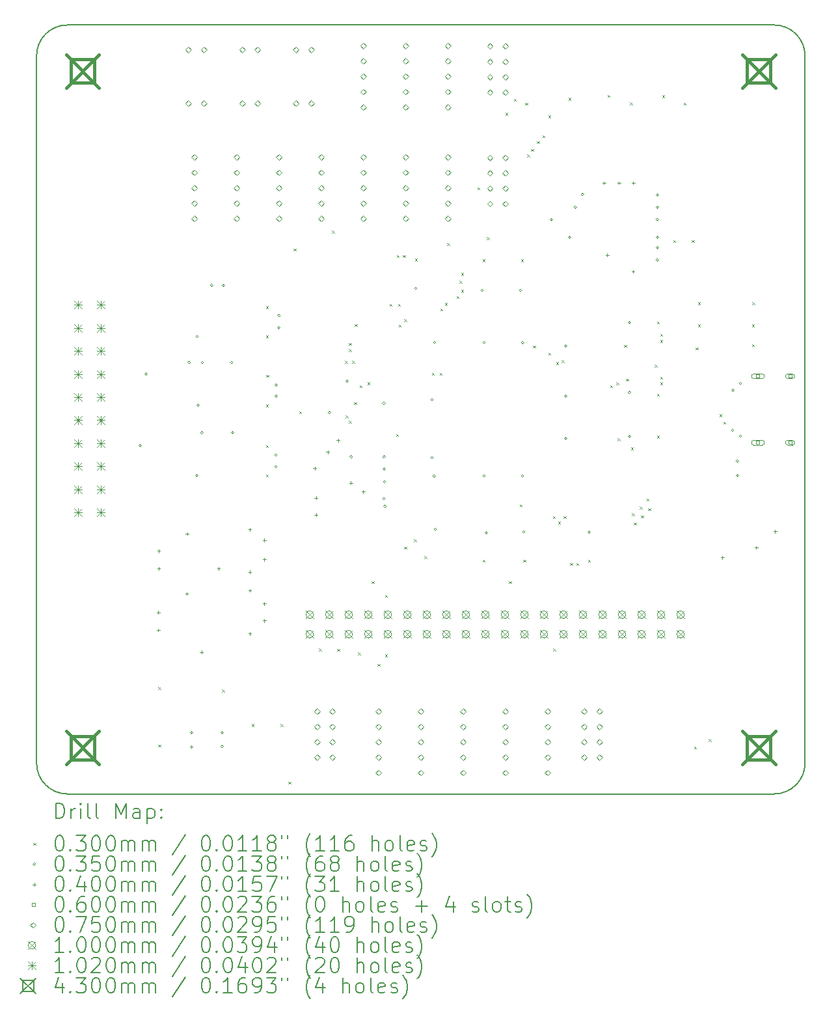
<source format=gbr>
%TF.GenerationSoftware,KiCad,Pcbnew,8.0.1*%
%TF.CreationDate,2024-03-19T22:33:07+08:00*%
%TF.ProjectId,bigger-brain,62696767-6572-42d6-9272-61696e2e6b69,2*%
%TF.SameCoordinates,Original*%
%TF.FileFunction,Drillmap*%
%TF.FilePolarity,Positive*%
%FSLAX45Y45*%
G04 Gerber Fmt 4.5, Leading zero omitted, Abs format (unit mm)*
G04 Created by KiCad (PCBNEW 8.0.1) date 2024-03-19 22:33:07*
%MOMM*%
%LPD*%
G01*
G04 APERTURE LIST*
%ADD10C,0.200000*%
%ADD11C,0.100000*%
%ADD12C,0.102000*%
%ADD13C,0.430000*%
G04 APERTURE END LIST*
D10*
X12100000Y-5500000D02*
X12100000Y-5500000D01*
G75*
G02*
X12500000Y-5900000I0J-400000D01*
G01*
X12500000Y-15100000D01*
G75*
G02*
X12100000Y-15500000I-400000J0D01*
G01*
X2900000Y-15500000D01*
G75*
G02*
X2500000Y-15100000I0J400000D01*
G01*
X2500000Y-5900000D01*
G75*
G02*
X2900000Y-5500000I400000J0D01*
G01*
X12100000Y-5500000D01*
D11*
X4085000Y-14110000D02*
X4115000Y-14140000D01*
X4115000Y-14110000D02*
X4085000Y-14140000D01*
X4085000Y-14860000D02*
X4115000Y-14890000D01*
X4115000Y-14860000D02*
X4085000Y-14890000D01*
X4915000Y-14145000D02*
X4945000Y-14175000D01*
X4945000Y-14145000D02*
X4915000Y-14175000D01*
X5300000Y-14590000D02*
X5330000Y-14620000D01*
X5330000Y-14590000D02*
X5300000Y-14620000D01*
X5485000Y-9155050D02*
X5515000Y-9185050D01*
X5515000Y-9155050D02*
X5485000Y-9185050D01*
X5485000Y-9536050D02*
X5515000Y-9566050D01*
X5515000Y-9536050D02*
X5485000Y-9566050D01*
X5485000Y-10435000D02*
X5515000Y-10465000D01*
X5515000Y-10435000D02*
X5485000Y-10465000D01*
X5485000Y-10965000D02*
X5515000Y-10995000D01*
X5515000Y-10965000D02*
X5485000Y-10995000D01*
X5485000Y-11345000D02*
X5515000Y-11375000D01*
X5515000Y-11345000D02*
X5485000Y-11375000D01*
X5490000Y-10050000D02*
X5520000Y-10080000D01*
X5520000Y-10050000D02*
X5490000Y-10080000D01*
X5675000Y-14590000D02*
X5705000Y-14620000D01*
X5705000Y-14590000D02*
X5675000Y-14620000D01*
X5775000Y-15340000D02*
X5805000Y-15370000D01*
X5805000Y-15340000D02*
X5775000Y-15370000D01*
X5845000Y-8405000D02*
X5875000Y-8435000D01*
X5875000Y-8405000D02*
X5845000Y-8435000D01*
X5915000Y-10525000D02*
X5945000Y-10555000D01*
X5945000Y-10525000D02*
X5915000Y-10555000D01*
X6173941Y-13610000D02*
X6203941Y-13640000D01*
X6203941Y-13610000D02*
X6173941Y-13640000D01*
X6345000Y-8175000D02*
X6375000Y-8205000D01*
X6375000Y-8175000D02*
X6345000Y-8205000D01*
X6413941Y-13613941D02*
X6443941Y-13643941D01*
X6443941Y-13613941D02*
X6413941Y-13643941D01*
X6515000Y-9865000D02*
X6545000Y-9895000D01*
X6545000Y-9865000D02*
X6515000Y-9895000D01*
X6520652Y-10578477D02*
X6550652Y-10608477D01*
X6550652Y-10578477D02*
X6520652Y-10608477D01*
X6565000Y-9635000D02*
X6595000Y-9665000D01*
X6595000Y-9635000D02*
X6565000Y-9665000D01*
X6565000Y-9715000D02*
X6595000Y-9745000D01*
X6595000Y-9715000D02*
X6565000Y-9745000D01*
X6565000Y-10645000D02*
X6595000Y-10675000D01*
X6595000Y-10645000D02*
X6565000Y-10675000D01*
X6605000Y-9865000D02*
X6635000Y-9895000D01*
X6635000Y-9865000D02*
X6605000Y-9895000D01*
X6630000Y-10405000D02*
X6660000Y-10435000D01*
X6660000Y-10405000D02*
X6630000Y-10435000D01*
X6640000Y-9390000D02*
X6670000Y-9420000D01*
X6670000Y-9390000D02*
X6640000Y-9420000D01*
X6685000Y-13660000D02*
X6715000Y-13690000D01*
X6715000Y-13660000D02*
X6685000Y-13690000D01*
X6705000Y-10185000D02*
X6735000Y-10215000D01*
X6735000Y-10185000D02*
X6705000Y-10215000D01*
X6805000Y-10145050D02*
X6835000Y-10175050D01*
X6835000Y-10145050D02*
X6805000Y-10175050D01*
X6860000Y-12735000D02*
X6890000Y-12765000D01*
X6890000Y-12735000D02*
X6860000Y-12765000D01*
X6935000Y-13810000D02*
X6965000Y-13840000D01*
X6965000Y-13810000D02*
X6935000Y-13840000D01*
X7035000Y-12910000D02*
X7065000Y-12940000D01*
X7065000Y-12910000D02*
X7035000Y-12940000D01*
X7035000Y-13685000D02*
X7065000Y-13715000D01*
X7065000Y-13685000D02*
X7035000Y-13715000D01*
X7093147Y-9125000D02*
X7123147Y-9155000D01*
X7123147Y-9125000D02*
X7093147Y-9155000D01*
X7180000Y-10820000D02*
X7210000Y-10850000D01*
X7210000Y-10820000D02*
X7180000Y-10850000D01*
X7185000Y-8490000D02*
X7215000Y-8520000D01*
X7215000Y-8490000D02*
X7185000Y-8520000D01*
X7205000Y-9125000D02*
X7235000Y-9155000D01*
X7235000Y-9125000D02*
X7205000Y-9155000D01*
X7210927Y-9399073D02*
X7240927Y-9429073D01*
X7240927Y-9399073D02*
X7210927Y-9429073D01*
X7265000Y-8490000D02*
X7295000Y-8520000D01*
X7295000Y-8490000D02*
X7265000Y-8520000D01*
X7285000Y-9325000D02*
X7315000Y-9355000D01*
X7315000Y-9325000D02*
X7285000Y-9355000D01*
X7285000Y-12285000D02*
X7315000Y-12315000D01*
X7315000Y-12285000D02*
X7285000Y-12315000D01*
X7410000Y-12185000D02*
X7440000Y-12215000D01*
X7440000Y-12185000D02*
X7410000Y-12215000D01*
X7425000Y-8540000D02*
X7455000Y-8570000D01*
X7455000Y-8540000D02*
X7425000Y-8570000D01*
X7545000Y-12405000D02*
X7575000Y-12435000D01*
X7575000Y-12405000D02*
X7545000Y-12435000D01*
X7645000Y-10025000D02*
X7675000Y-10055000D01*
X7675000Y-10025000D02*
X7645000Y-10055000D01*
X7745000Y-10025000D02*
X7775000Y-10055000D01*
X7775000Y-10025000D02*
X7745000Y-10055000D01*
X7755000Y-9185000D02*
X7785000Y-9215000D01*
X7785000Y-9185000D02*
X7755000Y-9215000D01*
X7815000Y-9115000D02*
X7845000Y-9145000D01*
X7845000Y-9115000D02*
X7815000Y-9145000D01*
X7845000Y-8335000D02*
X7875000Y-8365000D01*
X7875000Y-8335000D02*
X7845000Y-8365000D01*
X7964148Y-9025852D02*
X7994148Y-9055852D01*
X7994148Y-9025852D02*
X7964148Y-9055852D01*
X8005000Y-8825000D02*
X8035000Y-8855000D01*
X8035000Y-8825000D02*
X8005000Y-8855000D01*
X8025000Y-8725000D02*
X8055000Y-8755000D01*
X8055000Y-8725000D02*
X8025000Y-8755000D01*
X8025000Y-8945000D02*
X8055000Y-8975000D01*
X8055000Y-8945000D02*
X8025000Y-8975000D01*
X8235000Y-7610000D02*
X8265000Y-7640000D01*
X8265000Y-7610000D02*
X8235000Y-7640000D01*
X8305000Y-8545000D02*
X8335000Y-8575000D01*
X8335000Y-8545000D02*
X8305000Y-8575000D01*
X8305000Y-12455000D02*
X8335000Y-12485000D01*
X8335000Y-12455000D02*
X8305000Y-12485000D01*
X8360000Y-8260000D02*
X8390000Y-8290000D01*
X8390000Y-8260000D02*
X8360000Y-8290000D01*
X8600011Y-6642893D02*
X8630011Y-6672893D01*
X8630011Y-6642893D02*
X8600011Y-6672893D01*
X8644942Y-12735000D02*
X8674942Y-12765000D01*
X8674942Y-12735000D02*
X8644942Y-12765000D01*
X8710000Y-6460000D02*
X8740000Y-6490000D01*
X8740000Y-6460000D02*
X8710000Y-6490000D01*
X8785000Y-11735000D02*
X8815000Y-11765000D01*
X8815000Y-11735000D02*
X8785000Y-11765000D01*
X8805000Y-8545000D02*
X8835000Y-8575000D01*
X8835000Y-8545000D02*
X8805000Y-8575000D01*
X8835000Y-12455000D02*
X8865000Y-12485000D01*
X8865000Y-12455000D02*
X8835000Y-12485000D01*
X8860000Y-6510000D02*
X8890000Y-6540000D01*
X8890000Y-6510000D02*
X8860000Y-6540000D01*
X8885000Y-7185000D02*
X8915000Y-7215000D01*
X8915000Y-7185000D02*
X8885000Y-7215000D01*
X8935000Y-7110000D02*
X8965000Y-7140000D01*
X8965000Y-7110000D02*
X8935000Y-7140000D01*
X8960000Y-9668724D02*
X8990000Y-9698724D01*
X8990000Y-9668724D02*
X8960000Y-9698724D01*
X9010000Y-7010000D02*
X9040000Y-7040000D01*
X9040000Y-7010000D02*
X9010000Y-7040000D01*
X9085000Y-6935000D02*
X9115000Y-6965000D01*
X9115000Y-6935000D02*
X9085000Y-6965000D01*
X9160000Y-6675000D02*
X9190000Y-6705000D01*
X9190000Y-6675000D02*
X9160000Y-6705000D01*
X9160000Y-9760000D02*
X9190000Y-9790000D01*
X9190000Y-9760000D02*
X9160000Y-9790000D01*
X9218076Y-11885000D02*
X9248076Y-11915000D01*
X9248076Y-11885000D02*
X9218076Y-11915000D01*
X9221942Y-13610000D02*
X9251942Y-13640000D01*
X9251942Y-13610000D02*
X9221942Y-13640000D01*
X9259105Y-9885298D02*
X9289105Y-9915298D01*
X9289105Y-9885298D02*
X9259105Y-9915298D01*
X9286942Y-11960000D02*
X9316942Y-11990000D01*
X9316942Y-11960000D02*
X9286942Y-11990000D01*
X9335000Y-9860000D02*
X9365000Y-9890000D01*
X9365000Y-9860000D02*
X9335000Y-9890000D01*
X9360000Y-11885000D02*
X9390000Y-11915000D01*
X9390000Y-11885000D02*
X9360000Y-11915000D01*
X9420000Y-6445000D02*
X9450000Y-6475000D01*
X9450000Y-6445000D02*
X9420000Y-6475000D01*
X9445000Y-12495000D02*
X9475000Y-12525000D01*
X9475000Y-12495000D02*
X9445000Y-12525000D01*
X9525000Y-12495000D02*
X9555000Y-12525000D01*
X9555000Y-12495000D02*
X9525000Y-12525000D01*
X9675000Y-12455000D02*
X9705000Y-12485000D01*
X9705000Y-12455000D02*
X9675000Y-12485000D01*
X9930661Y-6407396D02*
X9960661Y-6437396D01*
X9960661Y-6407396D02*
X9930661Y-6437396D01*
X9965000Y-10185000D02*
X9995000Y-10215000D01*
X9995000Y-10185000D02*
X9965000Y-10215000D01*
X10045000Y-10145000D02*
X10075000Y-10175000D01*
X10075000Y-10145000D02*
X10045000Y-10175000D01*
X10060000Y-10875000D02*
X10090000Y-10905000D01*
X10090000Y-10875000D02*
X10060000Y-10905000D01*
X10145000Y-9660000D02*
X10175000Y-9690000D01*
X10175000Y-9660000D02*
X10145000Y-9690000D01*
X10170000Y-10100000D02*
X10200000Y-10130000D01*
X10200000Y-10100000D02*
X10170000Y-10130000D01*
X10220661Y-6507396D02*
X10250661Y-6537396D01*
X10250661Y-6507396D02*
X10220661Y-6537396D01*
X10235126Y-10993202D02*
X10265126Y-11023202D01*
X10265126Y-10993202D02*
X10235126Y-11023202D01*
X10245908Y-11849092D02*
X10275908Y-11879092D01*
X10275908Y-11849092D02*
X10245908Y-11879092D01*
X10274946Y-11970054D02*
X10304946Y-12000054D01*
X10304946Y-11970054D02*
X10274946Y-12000054D01*
X10349038Y-11765962D02*
X10379038Y-11795962D01*
X10379038Y-11765962D02*
X10349038Y-11795962D01*
X10368076Y-11876924D02*
X10398076Y-11906924D01*
X10398076Y-11876924D02*
X10368076Y-11906924D01*
X10438666Y-11656334D02*
X10468666Y-11686334D01*
X10468666Y-11656334D02*
X10438666Y-11686334D01*
X10460000Y-11785000D02*
X10490000Y-11815000D01*
X10490000Y-11785000D02*
X10460000Y-11815000D01*
X10545000Y-9920000D02*
X10575000Y-9950000D01*
X10575000Y-9920000D02*
X10545000Y-9950000D01*
X10575000Y-9355000D02*
X10605000Y-9385000D01*
X10605000Y-9355000D02*
X10575000Y-9385000D01*
X10575000Y-10295000D02*
X10605000Y-10325000D01*
X10605000Y-10295000D02*
X10575000Y-10325000D01*
X10575000Y-10840000D02*
X10605000Y-10870000D01*
X10605000Y-10840000D02*
X10575000Y-10870000D01*
X10615000Y-9515000D02*
X10645000Y-9545000D01*
X10645000Y-9515000D02*
X10615000Y-9545000D01*
X10615000Y-9595000D02*
X10645000Y-9625000D01*
X10645000Y-9595000D02*
X10615000Y-9625000D01*
X10615000Y-10075000D02*
X10645000Y-10105000D01*
X10645000Y-10075000D02*
X10615000Y-10105000D01*
X10615000Y-10145000D02*
X10645000Y-10175000D01*
X10645000Y-10145000D02*
X10615000Y-10175000D01*
X10640739Y-6410976D02*
X10670739Y-6440976D01*
X10670739Y-6410976D02*
X10640739Y-6440976D01*
X10785000Y-8295000D02*
X10815000Y-8325000D01*
X10815000Y-8295000D02*
X10785000Y-8325000D01*
X10920660Y-6510230D02*
X10950660Y-6540230D01*
X10950660Y-6510230D02*
X10920660Y-6540230D01*
X11025000Y-8295000D02*
X11055000Y-8325000D01*
X11055000Y-8295000D02*
X11025000Y-8325000D01*
X11055000Y-14885000D02*
X11085000Y-14915000D01*
X11085000Y-14885000D02*
X11055000Y-14915000D01*
X11075000Y-9695000D02*
X11105000Y-9725000D01*
X11105000Y-9695000D02*
X11075000Y-9725000D01*
X11105000Y-9105000D02*
X11135000Y-9135000D01*
X11135000Y-9105000D02*
X11105000Y-9135000D01*
X11105000Y-9395000D02*
X11135000Y-9425000D01*
X11135000Y-9395000D02*
X11105000Y-9425000D01*
X11245000Y-14785000D02*
X11275000Y-14815000D01*
X11275000Y-14785000D02*
X11245000Y-14815000D01*
X11385000Y-10560000D02*
X11415000Y-10590000D01*
X11415000Y-10560000D02*
X11385000Y-10590000D01*
X11435000Y-10660000D02*
X11465000Y-10690000D01*
X11465000Y-10660000D02*
X11435000Y-10690000D01*
X11810858Y-9390858D02*
X11840858Y-9420858D01*
X11840858Y-9390858D02*
X11810858Y-9420858D01*
X11810858Y-9650858D02*
X11840858Y-9680858D01*
X11840858Y-9650858D02*
X11810858Y-9680858D01*
X11815000Y-9105000D02*
X11845000Y-9135000D01*
X11845000Y-9105000D02*
X11815000Y-9135000D01*
X3867500Y-10970000D02*
G75*
G02*
X3832500Y-10970000I-17500J0D01*
G01*
X3832500Y-10970000D02*
G75*
G02*
X3867500Y-10970000I17500J0D01*
G01*
X3942500Y-10040000D02*
G75*
G02*
X3907500Y-10040000I-17500J0D01*
G01*
X3907500Y-10040000D02*
G75*
G02*
X3942500Y-10040000I17500J0D01*
G01*
X4502500Y-9890000D02*
G75*
G02*
X4467500Y-9890000I-17500J0D01*
G01*
X4467500Y-9890000D02*
G75*
G02*
X4502500Y-9890000I17500J0D01*
G01*
X4537500Y-14705000D02*
G75*
G02*
X4502500Y-14705000I-17500J0D01*
G01*
X4502500Y-14705000D02*
G75*
G02*
X4537500Y-14705000I17500J0D01*
G01*
X4537500Y-14890000D02*
G75*
G02*
X4502500Y-14890000I-17500J0D01*
G01*
X4502500Y-14890000D02*
G75*
G02*
X4537500Y-14890000I17500J0D01*
G01*
X4602500Y-11360000D02*
G75*
G02*
X4567500Y-11360000I-17500J0D01*
G01*
X4567500Y-11360000D02*
G75*
G02*
X4602500Y-11360000I17500J0D01*
G01*
X4607500Y-9550000D02*
G75*
G02*
X4572500Y-9550000I-17500J0D01*
G01*
X4572500Y-9550000D02*
G75*
G02*
X4607500Y-9550000I17500J0D01*
G01*
X4617500Y-10445000D02*
G75*
G02*
X4582500Y-10445000I-17500J0D01*
G01*
X4582500Y-10445000D02*
G75*
G02*
X4617500Y-10445000I17500J0D01*
G01*
X4667500Y-10801715D02*
G75*
G02*
X4632500Y-10801715I-17500J0D01*
G01*
X4632500Y-10801715D02*
G75*
G02*
X4667500Y-10801715I17500J0D01*
G01*
X4677500Y-9890000D02*
G75*
G02*
X4642500Y-9890000I-17500J0D01*
G01*
X4642500Y-9890000D02*
G75*
G02*
X4677500Y-9890000I17500J0D01*
G01*
X4795952Y-8885000D02*
G75*
G02*
X4760952Y-8885000I-17500J0D01*
G01*
X4760952Y-8885000D02*
G75*
G02*
X4795952Y-8885000I17500J0D01*
G01*
X4932500Y-14705000D02*
G75*
G02*
X4897500Y-14705000I-17500J0D01*
G01*
X4897500Y-14705000D02*
G75*
G02*
X4932500Y-14705000I17500J0D01*
G01*
X4932500Y-14885000D02*
G75*
G02*
X4897500Y-14885000I-17500J0D01*
G01*
X4897500Y-14885000D02*
G75*
G02*
X4932500Y-14885000I17500J0D01*
G01*
X4950952Y-8885000D02*
G75*
G02*
X4915952Y-8885000I-17500J0D01*
G01*
X4915952Y-8885000D02*
G75*
G02*
X4950952Y-8885000I17500J0D01*
G01*
X5057500Y-9890000D02*
G75*
G02*
X5022500Y-9890000I-17500J0D01*
G01*
X5022500Y-9890000D02*
G75*
G02*
X5057500Y-9890000I17500J0D01*
G01*
X5067500Y-10801715D02*
G75*
G02*
X5032500Y-10801715I-17500J0D01*
G01*
X5032500Y-10801715D02*
G75*
G02*
X5067500Y-10801715I17500J0D01*
G01*
X5630952Y-11090000D02*
G75*
G02*
X5595952Y-11090000I-17500J0D01*
G01*
X5595952Y-11090000D02*
G75*
G02*
X5630952Y-11090000I17500J0D01*
G01*
X5630952Y-11245000D02*
G75*
G02*
X5595952Y-11245000I-17500J0D01*
G01*
X5595952Y-11245000D02*
G75*
G02*
X5630952Y-11245000I17500J0D01*
G01*
X5635952Y-10180000D02*
G75*
G02*
X5600952Y-10180000I-17500J0D01*
G01*
X5600952Y-10180000D02*
G75*
G02*
X5635952Y-10180000I17500J0D01*
G01*
X5635952Y-10330000D02*
G75*
G02*
X5600952Y-10330000I-17500J0D01*
G01*
X5600952Y-10330000D02*
G75*
G02*
X5635952Y-10330000I17500J0D01*
G01*
X5670952Y-9280000D02*
G75*
G02*
X5635952Y-9280000I-17500J0D01*
G01*
X5635952Y-9280000D02*
G75*
G02*
X5670952Y-9280000I17500J0D01*
G01*
X5670952Y-9440000D02*
G75*
G02*
X5635952Y-9440000I-17500J0D01*
G01*
X5635952Y-9440000D02*
G75*
G02*
X5670952Y-9440000I17500J0D01*
G01*
X6327500Y-10540000D02*
G75*
G02*
X6292500Y-10540000I-17500J0D01*
G01*
X6292500Y-10540000D02*
G75*
G02*
X6327500Y-10540000I17500J0D01*
G01*
X6557500Y-10130000D02*
G75*
G02*
X6522500Y-10130000I-17500J0D01*
G01*
X6522500Y-10130000D02*
G75*
G02*
X6557500Y-10130000I17500J0D01*
G01*
X6612500Y-11115000D02*
G75*
G02*
X6577500Y-11115000I-17500J0D01*
G01*
X6577500Y-11115000D02*
G75*
G02*
X6612500Y-11115000I17500J0D01*
G01*
X7037500Y-10420000D02*
G75*
G02*
X7002500Y-10420000I-17500J0D01*
G01*
X7002500Y-10420000D02*
G75*
G02*
X7037500Y-10420000I17500J0D01*
G01*
X7037500Y-11115000D02*
G75*
G02*
X7002500Y-11115000I-17500J0D01*
G01*
X7002500Y-11115000D02*
G75*
G02*
X7037500Y-11115000I17500J0D01*
G01*
X7037500Y-11660000D02*
G75*
G02*
X7002500Y-11660000I-17500J0D01*
G01*
X7002500Y-11660000D02*
G75*
G02*
X7037500Y-11660000I17500J0D01*
G01*
X7042500Y-11275000D02*
G75*
G02*
X7007500Y-11275000I-17500J0D01*
G01*
X7007500Y-11275000D02*
G75*
G02*
X7042500Y-11275000I17500J0D01*
G01*
X7042500Y-11440000D02*
G75*
G02*
X7007500Y-11440000I-17500J0D01*
G01*
X7007500Y-11440000D02*
G75*
G02*
X7042500Y-11440000I17500J0D01*
G01*
X7053113Y-11758723D02*
G75*
G02*
X7018113Y-11758723I-17500J0D01*
G01*
X7018113Y-11758723D02*
G75*
G02*
X7053113Y-11758723I17500J0D01*
G01*
X7452500Y-8925000D02*
G75*
G02*
X7417500Y-8925000I-17500J0D01*
G01*
X7417500Y-8925000D02*
G75*
G02*
X7452500Y-8925000I17500J0D01*
G01*
X7662500Y-10375000D02*
G75*
G02*
X7627500Y-10375000I-17500J0D01*
G01*
X7627500Y-10375000D02*
G75*
G02*
X7662500Y-10375000I17500J0D01*
G01*
X7662500Y-11125000D02*
G75*
G02*
X7627500Y-11125000I-17500J0D01*
G01*
X7627500Y-11125000D02*
G75*
G02*
X7662500Y-11125000I17500J0D01*
G01*
X7692500Y-11365000D02*
G75*
G02*
X7657500Y-11365000I-17500J0D01*
G01*
X7657500Y-11365000D02*
G75*
G02*
X7692500Y-11365000I17500J0D01*
G01*
X7697500Y-9630000D02*
G75*
G02*
X7662500Y-9630000I-17500J0D01*
G01*
X7662500Y-9630000D02*
G75*
G02*
X7697500Y-9630000I17500J0D01*
G01*
X7707500Y-12060000D02*
G75*
G02*
X7672500Y-12060000I-17500J0D01*
G01*
X7672500Y-12060000D02*
G75*
G02*
X7707500Y-12060000I17500J0D01*
G01*
X8317500Y-8950000D02*
G75*
G02*
X8282500Y-8950000I-17500J0D01*
G01*
X8282500Y-8950000D02*
G75*
G02*
X8317500Y-8950000I17500J0D01*
G01*
X8342500Y-9630000D02*
G75*
G02*
X8307500Y-9630000I-17500J0D01*
G01*
X8307500Y-9630000D02*
G75*
G02*
X8342500Y-9630000I17500J0D01*
G01*
X8342500Y-11365000D02*
G75*
G02*
X8307500Y-11365000I-17500J0D01*
G01*
X8307500Y-11365000D02*
G75*
G02*
X8342500Y-11365000I17500J0D01*
G01*
X8367500Y-12105000D02*
G75*
G02*
X8332500Y-12105000I-17500J0D01*
G01*
X8332500Y-12105000D02*
G75*
G02*
X8367500Y-12105000I17500J0D01*
G01*
X8817500Y-8950000D02*
G75*
G02*
X8782500Y-8950000I-17500J0D01*
G01*
X8782500Y-8950000D02*
G75*
G02*
X8817500Y-8950000I17500J0D01*
G01*
X8842500Y-9630000D02*
G75*
G02*
X8807500Y-9630000I-17500J0D01*
G01*
X8807500Y-9630000D02*
G75*
G02*
X8842500Y-9630000I17500J0D01*
G01*
X8842500Y-11365000D02*
G75*
G02*
X8807500Y-11365000I-17500J0D01*
G01*
X8807500Y-11365000D02*
G75*
G02*
X8842500Y-11365000I17500J0D01*
G01*
X8857500Y-12090000D02*
G75*
G02*
X8822500Y-12090000I-17500J0D01*
G01*
X8822500Y-12090000D02*
G75*
G02*
X8857500Y-12090000I17500J0D01*
G01*
X9217500Y-8030000D02*
G75*
G02*
X9182500Y-8030000I-17500J0D01*
G01*
X9182500Y-8030000D02*
G75*
G02*
X9217500Y-8030000I17500J0D01*
G01*
X9402500Y-9675000D02*
G75*
G02*
X9367500Y-9675000I-17500J0D01*
G01*
X9367500Y-9675000D02*
G75*
G02*
X9402500Y-9675000I17500J0D01*
G01*
X9402500Y-10325000D02*
G75*
G02*
X9367500Y-10325000I-17500J0D01*
G01*
X9367500Y-10325000D02*
G75*
G02*
X9402500Y-10325000I17500J0D01*
G01*
X9402500Y-10875000D02*
G75*
G02*
X9367500Y-10875000I-17500J0D01*
G01*
X9367500Y-10875000D02*
G75*
G02*
X9402500Y-10875000I17500J0D01*
G01*
X9452550Y-8260000D02*
G75*
G02*
X9417550Y-8260000I-17500J0D01*
G01*
X9417550Y-8260000D02*
G75*
G02*
X9452550Y-8260000I17500J0D01*
G01*
X9527500Y-7870000D02*
G75*
G02*
X9492500Y-7870000I-17500J0D01*
G01*
X9492500Y-7870000D02*
G75*
G02*
X9527500Y-7870000I17500J0D01*
G01*
X9622500Y-7705000D02*
G75*
G02*
X9587500Y-7705000I-17500J0D01*
G01*
X9587500Y-7705000D02*
G75*
G02*
X9622500Y-7705000I17500J0D01*
G01*
X9707500Y-12095000D02*
G75*
G02*
X9672500Y-12095000I-17500J0D01*
G01*
X9672500Y-12095000D02*
G75*
G02*
X9707500Y-12095000I17500J0D01*
G01*
X10232500Y-9370000D02*
G75*
G02*
X10197500Y-9370000I-17500J0D01*
G01*
X10197500Y-9370000D02*
G75*
G02*
X10232500Y-9370000I17500J0D01*
G01*
X10232500Y-10280000D02*
G75*
G02*
X10197500Y-10280000I-17500J0D01*
G01*
X10197500Y-10280000D02*
G75*
G02*
X10232500Y-10280000I17500J0D01*
G01*
X10235000Y-10850000D02*
G75*
G02*
X10200000Y-10850000I-17500J0D01*
G01*
X10200000Y-10850000D02*
G75*
G02*
X10235000Y-10850000I17500J0D01*
G01*
X10595375Y-7710000D02*
G75*
G02*
X10560375Y-7710000I-17500J0D01*
G01*
X10560375Y-7710000D02*
G75*
G02*
X10595375Y-7710000I17500J0D01*
G01*
X10595375Y-7870000D02*
G75*
G02*
X10560375Y-7870000I-17500J0D01*
G01*
X10560375Y-7870000D02*
G75*
G02*
X10595375Y-7870000I17500J0D01*
G01*
X10595375Y-8030000D02*
G75*
G02*
X10560375Y-8030000I-17500J0D01*
G01*
X10560375Y-8030000D02*
G75*
G02*
X10595375Y-8030000I17500J0D01*
G01*
X10595375Y-8260000D02*
G75*
G02*
X10560375Y-8260000I-17500J0D01*
G01*
X10560375Y-8260000D02*
G75*
G02*
X10595375Y-8260000I17500J0D01*
G01*
X10595375Y-8395000D02*
G75*
G02*
X10560375Y-8395000I-17500J0D01*
G01*
X10560375Y-8395000D02*
G75*
G02*
X10595375Y-8395000I17500J0D01*
G01*
X10595375Y-8555000D02*
G75*
G02*
X10560375Y-8555000I-17500J0D01*
G01*
X10560375Y-8555000D02*
G75*
G02*
X10595375Y-8555000I17500J0D01*
G01*
X11577500Y-10250000D02*
G75*
G02*
X11542500Y-10250000I-17500J0D01*
G01*
X11542500Y-10250000D02*
G75*
G02*
X11577500Y-10250000I17500J0D01*
G01*
X11577500Y-10770000D02*
G75*
G02*
X11542500Y-10770000I-17500J0D01*
G01*
X11542500Y-10770000D02*
G75*
G02*
X11577500Y-10770000I17500J0D01*
G01*
X11637500Y-11170000D02*
G75*
G02*
X11602500Y-11170000I-17500J0D01*
G01*
X11602500Y-11170000D02*
G75*
G02*
X11637500Y-11170000I17500J0D01*
G01*
X11637500Y-11360000D02*
G75*
G02*
X11602500Y-11360000I-17500J0D01*
G01*
X11602500Y-11360000D02*
G75*
G02*
X11637500Y-11360000I17500J0D01*
G01*
X11677500Y-10160000D02*
G75*
G02*
X11642500Y-10160000I-17500J0D01*
G01*
X11642500Y-10160000D02*
G75*
G02*
X11677500Y-10160000I17500J0D01*
G01*
X11677500Y-10850000D02*
G75*
G02*
X11642500Y-10850000I-17500J0D01*
G01*
X11642500Y-10850000D02*
G75*
G02*
X11677500Y-10850000I17500J0D01*
G01*
X4085000Y-13120000D02*
X4085000Y-13160000D01*
X4065000Y-13140000D02*
X4105000Y-13140000D01*
X4085000Y-13350000D02*
X4085000Y-13390000D01*
X4065000Y-13370000D02*
X4105000Y-13370000D01*
X4090000Y-12319999D02*
X4090000Y-12359999D01*
X4070000Y-12339999D02*
X4110000Y-12339999D01*
X4090000Y-12550000D02*
X4090000Y-12590000D01*
X4070000Y-12570000D02*
X4110000Y-12570000D01*
X4455000Y-12876781D02*
X4455000Y-12916781D01*
X4435000Y-12896781D02*
X4475000Y-12896781D01*
X4460000Y-12096782D02*
X4460000Y-12136782D01*
X4440000Y-12116782D02*
X4480000Y-12116782D01*
X4645000Y-13635000D02*
X4645000Y-13675000D01*
X4625000Y-13655000D02*
X4665000Y-13655000D01*
X4870000Y-12550000D02*
X4870000Y-12590000D01*
X4850000Y-12570000D02*
X4890000Y-12570000D01*
X5275000Y-12040000D02*
X5275000Y-12080000D01*
X5255000Y-12060000D02*
X5295000Y-12060000D01*
X5275000Y-12595000D02*
X5275000Y-12635000D01*
X5255000Y-12615000D02*
X5295000Y-12615000D01*
X5275000Y-12835000D02*
X5275000Y-12875000D01*
X5255000Y-12855000D02*
X5295000Y-12855000D01*
X5275000Y-13395000D02*
X5275000Y-13435000D01*
X5255000Y-13415000D02*
X5295000Y-13415000D01*
X5465000Y-12180000D02*
X5465000Y-12220000D01*
X5445000Y-12200000D02*
X5485000Y-12200000D01*
X5465000Y-12430000D02*
X5465000Y-12470000D01*
X5445000Y-12450000D02*
X5485000Y-12450000D01*
X5465000Y-13005000D02*
X5465000Y-13045000D01*
X5445000Y-13025000D02*
X5485000Y-13025000D01*
X5465000Y-13225000D02*
X5465000Y-13265000D01*
X5445000Y-13245000D02*
X5485000Y-13245000D01*
X6120000Y-11245000D02*
X6120000Y-11285000D01*
X6100000Y-11265000D02*
X6140000Y-11265000D01*
X6135000Y-11630000D02*
X6135000Y-11670000D01*
X6115000Y-11650000D02*
X6155000Y-11650000D01*
X6135000Y-11850000D02*
X6135000Y-11890000D01*
X6115000Y-11870000D02*
X6155000Y-11870000D01*
X6287500Y-11032500D02*
X6287500Y-11072500D01*
X6267500Y-11052500D02*
X6307500Y-11052500D01*
X6425000Y-10882500D02*
X6425000Y-10922500D01*
X6405000Y-10902500D02*
X6445000Y-10902500D01*
X6590000Y-11435000D02*
X6590000Y-11475000D01*
X6570000Y-11455000D02*
X6610000Y-11455000D01*
X6750000Y-11550000D02*
X6750000Y-11590000D01*
X6730000Y-11570000D02*
X6770000Y-11570000D01*
X9885000Y-7535000D02*
X9885000Y-7575000D01*
X9865000Y-7555000D02*
X9905000Y-7555000D01*
X9925000Y-8470000D02*
X9925000Y-8510000D01*
X9905000Y-8490000D02*
X9945000Y-8490000D01*
X10077874Y-7535000D02*
X10077874Y-7575000D01*
X10057874Y-7555000D02*
X10097874Y-7555000D01*
X10262875Y-8685000D02*
X10262875Y-8725000D01*
X10242875Y-8705000D02*
X10282875Y-8705000D01*
X10265375Y-7535000D02*
X10265375Y-7575000D01*
X10245375Y-7555000D02*
X10285375Y-7555000D01*
X11425000Y-12405000D02*
X11425000Y-12445000D01*
X11405000Y-12425000D02*
X11445000Y-12425000D01*
X11865000Y-12275000D02*
X11865000Y-12315000D01*
X11845000Y-12295000D02*
X11885000Y-12295000D01*
X12110000Y-12065000D02*
X12110000Y-12105000D01*
X12090000Y-12085000D02*
X12130000Y-12085000D01*
X11908213Y-10089213D02*
X11908213Y-10046787D01*
X11865787Y-10046787D01*
X11865787Y-10089213D01*
X11908213Y-10089213D01*
X11832000Y-10098000D02*
X11942000Y-10098000D01*
X11942000Y-10038000D02*
G75*
G02*
X11942000Y-10098000I0J-30000D01*
G01*
X11942000Y-10038000D02*
X11832000Y-10038000D01*
X11832000Y-10038000D02*
G75*
G03*
X11832000Y-10098000I0J-30000D01*
G01*
X11908213Y-10953213D02*
X11908213Y-10910787D01*
X11865787Y-10910787D01*
X11865787Y-10953213D01*
X11908213Y-10953213D01*
X11832000Y-10962000D02*
X11942000Y-10962000D01*
X11942000Y-10902000D02*
G75*
G02*
X11942000Y-10962000I0J-30000D01*
G01*
X11942000Y-10902000D02*
X11832000Y-10902000D01*
X11832000Y-10902000D02*
G75*
G03*
X11832000Y-10962000I0J-30000D01*
G01*
X12326213Y-10089213D02*
X12326213Y-10046787D01*
X12283787Y-10046787D01*
X12283787Y-10089213D01*
X12326213Y-10089213D01*
X12275000Y-10098000D02*
X12335000Y-10098000D01*
X12335000Y-10038000D02*
G75*
G02*
X12335000Y-10098000I0J-30000D01*
G01*
X12335000Y-10038000D02*
X12275000Y-10038000D01*
X12275000Y-10038000D02*
G75*
G03*
X12275000Y-10098000I0J-30000D01*
G01*
X12326213Y-10953213D02*
X12326213Y-10910787D01*
X12283787Y-10910787D01*
X12283787Y-10953213D01*
X12326213Y-10953213D01*
X12275000Y-10962000D02*
X12335000Y-10962000D01*
X12335000Y-10902000D02*
G75*
G02*
X12335000Y-10962000I0J-30000D01*
G01*
X12335000Y-10902000D02*
X12275000Y-10902000D01*
X12275000Y-10902000D02*
G75*
G03*
X12275000Y-10962000I0J-30000D01*
G01*
X4475000Y-5857500D02*
X4512500Y-5820000D01*
X4475000Y-5782500D01*
X4437500Y-5820000D01*
X4475000Y-5857500D01*
X4475000Y-6557500D02*
X4512500Y-6520000D01*
X4475000Y-6482500D01*
X4437500Y-6520000D01*
X4475000Y-6557500D01*
X4552728Y-7255681D02*
X4590228Y-7218181D01*
X4552728Y-7180681D01*
X4515228Y-7218181D01*
X4552728Y-7255681D01*
X4552728Y-7455681D02*
X4590228Y-7418181D01*
X4552728Y-7380681D01*
X4515228Y-7418181D01*
X4552728Y-7455681D01*
X4552728Y-7655681D02*
X4590228Y-7618181D01*
X4552728Y-7580681D01*
X4515228Y-7618181D01*
X4552728Y-7655681D01*
X4552728Y-7855681D02*
X4590228Y-7818181D01*
X4552728Y-7780681D01*
X4515228Y-7818181D01*
X4552728Y-7855681D01*
X4552728Y-8055681D02*
X4590228Y-8018181D01*
X4552728Y-7980681D01*
X4515228Y-8018181D01*
X4552728Y-8055681D01*
X4675000Y-5857500D02*
X4712500Y-5820000D01*
X4675000Y-5782500D01*
X4637500Y-5820000D01*
X4675000Y-5857500D01*
X4675000Y-6557500D02*
X4712500Y-6520000D01*
X4675000Y-6482500D01*
X4637500Y-6520000D01*
X4675000Y-6557500D01*
X5102728Y-7255681D02*
X5140228Y-7218181D01*
X5102728Y-7180681D01*
X5065228Y-7218181D01*
X5102728Y-7255681D01*
X5102728Y-7455681D02*
X5140228Y-7418181D01*
X5102728Y-7380681D01*
X5065228Y-7418181D01*
X5102728Y-7455681D01*
X5102728Y-7655681D02*
X5140228Y-7618181D01*
X5102728Y-7580681D01*
X5065228Y-7618181D01*
X5102728Y-7655681D01*
X5102728Y-7855681D02*
X5140228Y-7818181D01*
X5102728Y-7780681D01*
X5065228Y-7818181D01*
X5102728Y-7855681D01*
X5102728Y-8055681D02*
X5140228Y-8018181D01*
X5102728Y-7980681D01*
X5065228Y-8018181D01*
X5102728Y-8055681D01*
X5175000Y-5857500D02*
X5212500Y-5820000D01*
X5175000Y-5782500D01*
X5137500Y-5820000D01*
X5175000Y-5857500D01*
X5175000Y-6557500D02*
X5212500Y-6520000D01*
X5175000Y-6482500D01*
X5137500Y-6520000D01*
X5175000Y-6557500D01*
X5375000Y-5857500D02*
X5412500Y-5820000D01*
X5375000Y-5782500D01*
X5337500Y-5820000D01*
X5375000Y-5857500D01*
X5375000Y-6557500D02*
X5412500Y-6520000D01*
X5375000Y-6482500D01*
X5337500Y-6520000D01*
X5375000Y-6557500D01*
X5652728Y-7255680D02*
X5690228Y-7218180D01*
X5652728Y-7180680D01*
X5615228Y-7218180D01*
X5652728Y-7255680D01*
X5652728Y-7455680D02*
X5690228Y-7418180D01*
X5652728Y-7380680D01*
X5615228Y-7418180D01*
X5652728Y-7455680D01*
X5652728Y-7655680D02*
X5690228Y-7618180D01*
X5652728Y-7580680D01*
X5615228Y-7618180D01*
X5652728Y-7655680D01*
X5652728Y-7855680D02*
X5690228Y-7818180D01*
X5652728Y-7780680D01*
X5615228Y-7818180D01*
X5652728Y-7855680D01*
X5652728Y-8055680D02*
X5690228Y-8018180D01*
X5652728Y-7980680D01*
X5615228Y-8018180D01*
X5652728Y-8055680D01*
X5875000Y-5857500D02*
X5912500Y-5820000D01*
X5875000Y-5782500D01*
X5837500Y-5820000D01*
X5875000Y-5857500D01*
X5875000Y-6557500D02*
X5912500Y-6520000D01*
X5875000Y-6482500D01*
X5837500Y-6520000D01*
X5875000Y-6557500D01*
X6075000Y-5857500D02*
X6112500Y-5820000D01*
X6075000Y-5782500D01*
X6037500Y-5820000D01*
X6075000Y-5857500D01*
X6075000Y-6557500D02*
X6112500Y-6520000D01*
X6075000Y-6482500D01*
X6037500Y-6520000D01*
X6075000Y-6557500D01*
X6150000Y-14462500D02*
X6187500Y-14425000D01*
X6150000Y-14387500D01*
X6112500Y-14425000D01*
X6150000Y-14462500D01*
X6150000Y-14662500D02*
X6187500Y-14625000D01*
X6150000Y-14587500D01*
X6112500Y-14625000D01*
X6150000Y-14662500D01*
X6150000Y-14862500D02*
X6187500Y-14825000D01*
X6150000Y-14787500D01*
X6112500Y-14825000D01*
X6150000Y-14862500D01*
X6150000Y-15062500D02*
X6187500Y-15025000D01*
X6150000Y-14987500D01*
X6112500Y-15025000D01*
X6150000Y-15062500D01*
X6202728Y-7255681D02*
X6240228Y-7218181D01*
X6202728Y-7180681D01*
X6165228Y-7218181D01*
X6202728Y-7255681D01*
X6202728Y-7455681D02*
X6240228Y-7418181D01*
X6202728Y-7380681D01*
X6165228Y-7418181D01*
X6202728Y-7455681D01*
X6202728Y-7655681D02*
X6240228Y-7618181D01*
X6202728Y-7580681D01*
X6165228Y-7618181D01*
X6202728Y-7655681D01*
X6202728Y-7855681D02*
X6240228Y-7818181D01*
X6202728Y-7780681D01*
X6165228Y-7818181D01*
X6202728Y-7855681D01*
X6202728Y-8055681D02*
X6240228Y-8018181D01*
X6202728Y-7980681D01*
X6165228Y-8018181D01*
X6202728Y-8055681D01*
X6350000Y-14462500D02*
X6387500Y-14425000D01*
X6350000Y-14387500D01*
X6312500Y-14425000D01*
X6350000Y-14462500D01*
X6350000Y-14662500D02*
X6387500Y-14625000D01*
X6350000Y-14587500D01*
X6312500Y-14625000D01*
X6350000Y-14662500D01*
X6350000Y-14862500D02*
X6387500Y-14825000D01*
X6350000Y-14787500D01*
X6312500Y-14825000D01*
X6350000Y-14862500D01*
X6350000Y-15062500D02*
X6387500Y-15025000D01*
X6350000Y-14987500D01*
X6312500Y-15025000D01*
X6350000Y-15062500D01*
X6752728Y-5805681D02*
X6790228Y-5768181D01*
X6752728Y-5730681D01*
X6715228Y-5768181D01*
X6752728Y-5805681D01*
X6752728Y-6005681D02*
X6790228Y-5968181D01*
X6752728Y-5930681D01*
X6715228Y-5968181D01*
X6752728Y-6005681D01*
X6752728Y-6205681D02*
X6790228Y-6168181D01*
X6752728Y-6130681D01*
X6715228Y-6168181D01*
X6752728Y-6205681D01*
X6752728Y-6405681D02*
X6790228Y-6368181D01*
X6752728Y-6330681D01*
X6715228Y-6368181D01*
X6752728Y-6405681D01*
X6752728Y-6605681D02*
X6790228Y-6568181D01*
X6752728Y-6530681D01*
X6715228Y-6568181D01*
X6752728Y-6605681D01*
X6752728Y-7255681D02*
X6790228Y-7218181D01*
X6752728Y-7180681D01*
X6715228Y-7218181D01*
X6752728Y-7255681D01*
X6752728Y-7455681D02*
X6790228Y-7418181D01*
X6752728Y-7380681D01*
X6715228Y-7418181D01*
X6752728Y-7455681D01*
X6752728Y-7655681D02*
X6790228Y-7618181D01*
X6752728Y-7580681D01*
X6715228Y-7618181D01*
X6752728Y-7655681D01*
X6752728Y-7855681D02*
X6790228Y-7818181D01*
X6752728Y-7780681D01*
X6715228Y-7818181D01*
X6752728Y-7855681D01*
X6752728Y-8055681D02*
X6790228Y-8018181D01*
X6752728Y-7980681D01*
X6715228Y-8018181D01*
X6752728Y-8055681D01*
X6950000Y-14462500D02*
X6987500Y-14425000D01*
X6950000Y-14387500D01*
X6912500Y-14425000D01*
X6950000Y-14462500D01*
X6950000Y-14662500D02*
X6987500Y-14625000D01*
X6950000Y-14587500D01*
X6912500Y-14625000D01*
X6950000Y-14662500D01*
X6950000Y-14862500D02*
X6987500Y-14825000D01*
X6950000Y-14787500D01*
X6912500Y-14825000D01*
X6950000Y-14862500D01*
X6950000Y-15062500D02*
X6987500Y-15025000D01*
X6950000Y-14987500D01*
X6912500Y-15025000D01*
X6950000Y-15062500D01*
X6950000Y-15262500D02*
X6987500Y-15225000D01*
X6950000Y-15187500D01*
X6912500Y-15225000D01*
X6950000Y-15262500D01*
X7302728Y-5805681D02*
X7340228Y-5768181D01*
X7302728Y-5730681D01*
X7265228Y-5768181D01*
X7302728Y-5805681D01*
X7302728Y-6005681D02*
X7340228Y-5968181D01*
X7302728Y-5930681D01*
X7265228Y-5968181D01*
X7302728Y-6005681D01*
X7302728Y-6205681D02*
X7340228Y-6168181D01*
X7302728Y-6130681D01*
X7265228Y-6168181D01*
X7302728Y-6205681D01*
X7302728Y-6405681D02*
X7340228Y-6368181D01*
X7302728Y-6330681D01*
X7265228Y-6368181D01*
X7302728Y-6405681D01*
X7302728Y-6605681D02*
X7340228Y-6568181D01*
X7302728Y-6530681D01*
X7265228Y-6568181D01*
X7302728Y-6605681D01*
X7302728Y-7255681D02*
X7340228Y-7218181D01*
X7302728Y-7180681D01*
X7265228Y-7218181D01*
X7302728Y-7255681D01*
X7302728Y-7455681D02*
X7340228Y-7418181D01*
X7302728Y-7380681D01*
X7265228Y-7418181D01*
X7302728Y-7455681D01*
X7302728Y-7655681D02*
X7340228Y-7618181D01*
X7302728Y-7580681D01*
X7265228Y-7618181D01*
X7302728Y-7655681D01*
X7302728Y-7855681D02*
X7340228Y-7818181D01*
X7302728Y-7780681D01*
X7265228Y-7818181D01*
X7302728Y-7855681D01*
X7302728Y-8055681D02*
X7340228Y-8018181D01*
X7302728Y-7980681D01*
X7265228Y-8018181D01*
X7302728Y-8055681D01*
X7500000Y-14462500D02*
X7537500Y-14425000D01*
X7500000Y-14387500D01*
X7462500Y-14425000D01*
X7500000Y-14462500D01*
X7500000Y-14662500D02*
X7537500Y-14625000D01*
X7500000Y-14587500D01*
X7462500Y-14625000D01*
X7500000Y-14662500D01*
X7500000Y-14862500D02*
X7537500Y-14825000D01*
X7500000Y-14787500D01*
X7462500Y-14825000D01*
X7500000Y-14862500D01*
X7500000Y-15062500D02*
X7537500Y-15025000D01*
X7500000Y-14987500D01*
X7462500Y-15025000D01*
X7500000Y-15062500D01*
X7500000Y-15262500D02*
X7537500Y-15225000D01*
X7500000Y-15187500D01*
X7462500Y-15225000D01*
X7500000Y-15262500D01*
X7852728Y-5805681D02*
X7890228Y-5768181D01*
X7852728Y-5730681D01*
X7815228Y-5768181D01*
X7852728Y-5805681D01*
X7852728Y-6005681D02*
X7890228Y-5968181D01*
X7852728Y-5930681D01*
X7815228Y-5968181D01*
X7852728Y-6005681D01*
X7852728Y-6205681D02*
X7890228Y-6168181D01*
X7852728Y-6130681D01*
X7815228Y-6168181D01*
X7852728Y-6205681D01*
X7852728Y-6405681D02*
X7890228Y-6368181D01*
X7852728Y-6330681D01*
X7815228Y-6368181D01*
X7852728Y-6405681D01*
X7852728Y-6605681D02*
X7890228Y-6568181D01*
X7852728Y-6530681D01*
X7815228Y-6568181D01*
X7852728Y-6605681D01*
X7852728Y-7255681D02*
X7890228Y-7218181D01*
X7852728Y-7180681D01*
X7815228Y-7218181D01*
X7852728Y-7255681D01*
X7852728Y-7455681D02*
X7890228Y-7418181D01*
X7852728Y-7380681D01*
X7815228Y-7418181D01*
X7852728Y-7455681D01*
X7852728Y-7655681D02*
X7890228Y-7618181D01*
X7852728Y-7580681D01*
X7815228Y-7618181D01*
X7852728Y-7655681D01*
X7852728Y-7855681D02*
X7890228Y-7818181D01*
X7852728Y-7780681D01*
X7815228Y-7818181D01*
X7852728Y-7855681D01*
X7852728Y-8055681D02*
X7890228Y-8018181D01*
X7852728Y-7980681D01*
X7815228Y-8018181D01*
X7852728Y-8055681D01*
X8050000Y-14462500D02*
X8087500Y-14425000D01*
X8050000Y-14387500D01*
X8012500Y-14425000D01*
X8050000Y-14462500D01*
X8050000Y-14662500D02*
X8087500Y-14625000D01*
X8050000Y-14587500D01*
X8012500Y-14625000D01*
X8050000Y-14662500D01*
X8050000Y-14862500D02*
X8087500Y-14825000D01*
X8050000Y-14787500D01*
X8012500Y-14825000D01*
X8050000Y-14862500D01*
X8050000Y-15062500D02*
X8087500Y-15025000D01*
X8050000Y-14987500D01*
X8012500Y-15025000D01*
X8050000Y-15062500D01*
X8050000Y-15262500D02*
X8087500Y-15225000D01*
X8050000Y-15187500D01*
X8012500Y-15225000D01*
X8050000Y-15262500D01*
X8400000Y-5812500D02*
X8437500Y-5775000D01*
X8400000Y-5737500D01*
X8362500Y-5775000D01*
X8400000Y-5812500D01*
X8400000Y-6012500D02*
X8437500Y-5975000D01*
X8400000Y-5937500D01*
X8362500Y-5975000D01*
X8400000Y-6012500D01*
X8400000Y-6212500D02*
X8437500Y-6175000D01*
X8400000Y-6137500D01*
X8362500Y-6175000D01*
X8400000Y-6212500D01*
X8400000Y-6412500D02*
X8437500Y-6375000D01*
X8400000Y-6337500D01*
X8362500Y-6375000D01*
X8400000Y-6412500D01*
X8400000Y-7262500D02*
X8437500Y-7225000D01*
X8400000Y-7187500D01*
X8362500Y-7225000D01*
X8400000Y-7262500D01*
X8400000Y-7462500D02*
X8437500Y-7425000D01*
X8400000Y-7387500D01*
X8362500Y-7425000D01*
X8400000Y-7462500D01*
X8400000Y-7662500D02*
X8437500Y-7625000D01*
X8400000Y-7587500D01*
X8362500Y-7625000D01*
X8400000Y-7662500D01*
X8400000Y-7862500D02*
X8437500Y-7825000D01*
X8400000Y-7787500D01*
X8362500Y-7825000D01*
X8400000Y-7862500D01*
X8600000Y-5812500D02*
X8637500Y-5775000D01*
X8600000Y-5737500D01*
X8562500Y-5775000D01*
X8600000Y-5812500D01*
X8600000Y-6012500D02*
X8637500Y-5975000D01*
X8600000Y-5937500D01*
X8562500Y-5975000D01*
X8600000Y-6012500D01*
X8600000Y-6212500D02*
X8637500Y-6175000D01*
X8600000Y-6137500D01*
X8562500Y-6175000D01*
X8600000Y-6212500D01*
X8600000Y-6412500D02*
X8637500Y-6375000D01*
X8600000Y-6337500D01*
X8562500Y-6375000D01*
X8600000Y-6412500D01*
X8600000Y-7262500D02*
X8637500Y-7225000D01*
X8600000Y-7187500D01*
X8562500Y-7225000D01*
X8600000Y-7262500D01*
X8600000Y-7462500D02*
X8637500Y-7425000D01*
X8600000Y-7387500D01*
X8562500Y-7425000D01*
X8600000Y-7462500D01*
X8600000Y-7662500D02*
X8637500Y-7625000D01*
X8600000Y-7587500D01*
X8562500Y-7625000D01*
X8600000Y-7662500D01*
X8600000Y-7862500D02*
X8637500Y-7825000D01*
X8600000Y-7787500D01*
X8562500Y-7825000D01*
X8600000Y-7862500D01*
X8600000Y-14462500D02*
X8637500Y-14425000D01*
X8600000Y-14387500D01*
X8562500Y-14425000D01*
X8600000Y-14462500D01*
X8600000Y-14662500D02*
X8637500Y-14625000D01*
X8600000Y-14587500D01*
X8562500Y-14625000D01*
X8600000Y-14662500D01*
X8600000Y-14862500D02*
X8637500Y-14825000D01*
X8600000Y-14787500D01*
X8562500Y-14825000D01*
X8600000Y-14862500D01*
X8600000Y-15062500D02*
X8637500Y-15025000D01*
X8600000Y-14987500D01*
X8562500Y-15025000D01*
X8600000Y-15062500D01*
X8600000Y-15262500D02*
X8637500Y-15225000D01*
X8600000Y-15187500D01*
X8562500Y-15225000D01*
X8600000Y-15262500D01*
X9150000Y-14462500D02*
X9187500Y-14425000D01*
X9150000Y-14387500D01*
X9112500Y-14425000D01*
X9150000Y-14462500D01*
X9150000Y-14662500D02*
X9187500Y-14625000D01*
X9150000Y-14587500D01*
X9112500Y-14625000D01*
X9150000Y-14662500D01*
X9150000Y-14862500D02*
X9187500Y-14825000D01*
X9150000Y-14787500D01*
X9112500Y-14825000D01*
X9150000Y-14862500D01*
X9150000Y-15062500D02*
X9187500Y-15025000D01*
X9150000Y-14987500D01*
X9112500Y-15025000D01*
X9150000Y-15062500D01*
X9150000Y-15262500D02*
X9187500Y-15225000D01*
X9150000Y-15187500D01*
X9112500Y-15225000D01*
X9150000Y-15262500D01*
X9625000Y-14462500D02*
X9662500Y-14425000D01*
X9625000Y-14387500D01*
X9587500Y-14425000D01*
X9625000Y-14462500D01*
X9625000Y-14662500D02*
X9662500Y-14625000D01*
X9625000Y-14587500D01*
X9587500Y-14625000D01*
X9625000Y-14662500D01*
X9625000Y-14862500D02*
X9662500Y-14825000D01*
X9625000Y-14787500D01*
X9587500Y-14825000D01*
X9625000Y-14862500D01*
X9625000Y-15062500D02*
X9662500Y-15025000D01*
X9625000Y-14987500D01*
X9587500Y-15025000D01*
X9625000Y-15062500D01*
X9825000Y-14462500D02*
X9862500Y-14425000D01*
X9825000Y-14387500D01*
X9787500Y-14425000D01*
X9825000Y-14462500D01*
X9825000Y-14662500D02*
X9862500Y-14625000D01*
X9825000Y-14587500D01*
X9787500Y-14625000D01*
X9825000Y-14662500D01*
X9825000Y-14862500D02*
X9862500Y-14825000D01*
X9825000Y-14787500D01*
X9787500Y-14825000D01*
X9825000Y-14862500D01*
X9825000Y-15062500D02*
X9862500Y-15025000D01*
X9825000Y-14987500D01*
X9787500Y-15025000D01*
X9825000Y-15062500D01*
X6004941Y-13119766D02*
X6104941Y-13219766D01*
X6104941Y-13119766D02*
X6004941Y-13219766D01*
X6104941Y-13169766D02*
G75*
G02*
X6004941Y-13169766I-50000J0D01*
G01*
X6004941Y-13169766D02*
G75*
G02*
X6104941Y-13169766I50000J0D01*
G01*
X6004941Y-13373766D02*
X6104941Y-13473766D01*
X6104941Y-13373766D02*
X6004941Y-13473766D01*
X6104941Y-13423766D02*
G75*
G02*
X6004941Y-13423766I-50000J0D01*
G01*
X6004941Y-13423766D02*
G75*
G02*
X6104941Y-13423766I50000J0D01*
G01*
X6258941Y-13119766D02*
X6358941Y-13219766D01*
X6358941Y-13119766D02*
X6258941Y-13219766D01*
X6358941Y-13169766D02*
G75*
G02*
X6258941Y-13169766I-50000J0D01*
G01*
X6258941Y-13169766D02*
G75*
G02*
X6358941Y-13169766I50000J0D01*
G01*
X6258941Y-13373766D02*
X6358941Y-13473766D01*
X6358941Y-13373766D02*
X6258941Y-13473766D01*
X6358941Y-13423766D02*
G75*
G02*
X6258941Y-13423766I-50000J0D01*
G01*
X6258941Y-13423766D02*
G75*
G02*
X6358941Y-13423766I50000J0D01*
G01*
X6512941Y-13119766D02*
X6612941Y-13219766D01*
X6612941Y-13119766D02*
X6512941Y-13219766D01*
X6612941Y-13169766D02*
G75*
G02*
X6512941Y-13169766I-50000J0D01*
G01*
X6512941Y-13169766D02*
G75*
G02*
X6612941Y-13169766I50000J0D01*
G01*
X6512941Y-13373766D02*
X6612941Y-13473766D01*
X6612941Y-13373766D02*
X6512941Y-13473766D01*
X6612941Y-13423766D02*
G75*
G02*
X6512941Y-13423766I-50000J0D01*
G01*
X6512941Y-13423766D02*
G75*
G02*
X6612941Y-13423766I50000J0D01*
G01*
X6766941Y-13119766D02*
X6866941Y-13219766D01*
X6866941Y-13119766D02*
X6766941Y-13219766D01*
X6866941Y-13169766D02*
G75*
G02*
X6766941Y-13169766I-50000J0D01*
G01*
X6766941Y-13169766D02*
G75*
G02*
X6866941Y-13169766I50000J0D01*
G01*
X6766941Y-13373766D02*
X6866941Y-13473766D01*
X6866941Y-13373766D02*
X6766941Y-13473766D01*
X6866941Y-13423766D02*
G75*
G02*
X6766941Y-13423766I-50000J0D01*
G01*
X6766941Y-13423766D02*
G75*
G02*
X6866941Y-13423766I50000J0D01*
G01*
X7020941Y-13119766D02*
X7120941Y-13219766D01*
X7120941Y-13119766D02*
X7020941Y-13219766D01*
X7120941Y-13169766D02*
G75*
G02*
X7020941Y-13169766I-50000J0D01*
G01*
X7020941Y-13169766D02*
G75*
G02*
X7120941Y-13169766I50000J0D01*
G01*
X7020941Y-13373766D02*
X7120941Y-13473766D01*
X7120941Y-13373766D02*
X7020941Y-13473766D01*
X7120941Y-13423766D02*
G75*
G02*
X7020941Y-13423766I-50000J0D01*
G01*
X7020941Y-13423766D02*
G75*
G02*
X7120941Y-13423766I50000J0D01*
G01*
X7274941Y-13119766D02*
X7374941Y-13219766D01*
X7374941Y-13119766D02*
X7274941Y-13219766D01*
X7374941Y-13169766D02*
G75*
G02*
X7274941Y-13169766I-50000J0D01*
G01*
X7274941Y-13169766D02*
G75*
G02*
X7374941Y-13169766I50000J0D01*
G01*
X7274941Y-13373766D02*
X7374941Y-13473766D01*
X7374941Y-13373766D02*
X7274941Y-13473766D01*
X7374941Y-13423766D02*
G75*
G02*
X7274941Y-13423766I-50000J0D01*
G01*
X7274941Y-13423766D02*
G75*
G02*
X7374941Y-13423766I50000J0D01*
G01*
X7528941Y-13119766D02*
X7628941Y-13219766D01*
X7628941Y-13119766D02*
X7528941Y-13219766D01*
X7628941Y-13169766D02*
G75*
G02*
X7528941Y-13169766I-50000J0D01*
G01*
X7528941Y-13169766D02*
G75*
G02*
X7628941Y-13169766I50000J0D01*
G01*
X7528941Y-13373766D02*
X7628941Y-13473766D01*
X7628941Y-13373766D02*
X7528941Y-13473766D01*
X7628941Y-13423766D02*
G75*
G02*
X7528941Y-13423766I-50000J0D01*
G01*
X7528941Y-13423766D02*
G75*
G02*
X7628941Y-13423766I50000J0D01*
G01*
X7782941Y-13119766D02*
X7882941Y-13219766D01*
X7882941Y-13119766D02*
X7782941Y-13219766D01*
X7882941Y-13169766D02*
G75*
G02*
X7782941Y-13169766I-50000J0D01*
G01*
X7782941Y-13169766D02*
G75*
G02*
X7882941Y-13169766I50000J0D01*
G01*
X7782941Y-13373766D02*
X7882941Y-13473766D01*
X7882941Y-13373766D02*
X7782941Y-13473766D01*
X7882941Y-13423766D02*
G75*
G02*
X7782941Y-13423766I-50000J0D01*
G01*
X7782941Y-13423766D02*
G75*
G02*
X7882941Y-13423766I50000J0D01*
G01*
X8036941Y-13119766D02*
X8136941Y-13219766D01*
X8136941Y-13119766D02*
X8036941Y-13219766D01*
X8136941Y-13169766D02*
G75*
G02*
X8036941Y-13169766I-50000J0D01*
G01*
X8036941Y-13169766D02*
G75*
G02*
X8136941Y-13169766I50000J0D01*
G01*
X8036941Y-13373766D02*
X8136941Y-13473766D01*
X8136941Y-13373766D02*
X8036941Y-13473766D01*
X8136941Y-13423766D02*
G75*
G02*
X8036941Y-13423766I-50000J0D01*
G01*
X8036941Y-13423766D02*
G75*
G02*
X8136941Y-13423766I50000J0D01*
G01*
X8290941Y-13119766D02*
X8390942Y-13219766D01*
X8390942Y-13119766D02*
X8290941Y-13219766D01*
X8390942Y-13169766D02*
G75*
G02*
X8290941Y-13169766I-50000J0D01*
G01*
X8290941Y-13169766D02*
G75*
G02*
X8390942Y-13169766I50000J0D01*
G01*
X8290941Y-13373766D02*
X8390942Y-13473766D01*
X8390942Y-13373766D02*
X8290941Y-13473766D01*
X8390942Y-13423766D02*
G75*
G02*
X8290941Y-13423766I-50000J0D01*
G01*
X8290941Y-13423766D02*
G75*
G02*
X8390942Y-13423766I50000J0D01*
G01*
X8544942Y-13119766D02*
X8644942Y-13219766D01*
X8644942Y-13119766D02*
X8544942Y-13219766D01*
X8644942Y-13169766D02*
G75*
G02*
X8544942Y-13169766I-50000J0D01*
G01*
X8544942Y-13169766D02*
G75*
G02*
X8644942Y-13169766I50000J0D01*
G01*
X8544942Y-13373766D02*
X8644942Y-13473766D01*
X8644942Y-13373766D02*
X8544942Y-13473766D01*
X8644942Y-13423766D02*
G75*
G02*
X8544942Y-13423766I-50000J0D01*
G01*
X8544942Y-13423766D02*
G75*
G02*
X8644942Y-13423766I50000J0D01*
G01*
X8798942Y-13119766D02*
X8898942Y-13219766D01*
X8898942Y-13119766D02*
X8798942Y-13219766D01*
X8898942Y-13169766D02*
G75*
G02*
X8798942Y-13169766I-50000J0D01*
G01*
X8798942Y-13169766D02*
G75*
G02*
X8898942Y-13169766I50000J0D01*
G01*
X8798942Y-13373766D02*
X8898942Y-13473766D01*
X8898942Y-13373766D02*
X8798942Y-13473766D01*
X8898942Y-13423766D02*
G75*
G02*
X8798942Y-13423766I-50000J0D01*
G01*
X8798942Y-13423766D02*
G75*
G02*
X8898942Y-13423766I50000J0D01*
G01*
X9052942Y-13119766D02*
X9152942Y-13219766D01*
X9152942Y-13119766D02*
X9052942Y-13219766D01*
X9152942Y-13169766D02*
G75*
G02*
X9052942Y-13169766I-50000J0D01*
G01*
X9052942Y-13169766D02*
G75*
G02*
X9152942Y-13169766I50000J0D01*
G01*
X9052942Y-13373766D02*
X9152942Y-13473766D01*
X9152942Y-13373766D02*
X9052942Y-13473766D01*
X9152942Y-13423766D02*
G75*
G02*
X9052942Y-13423766I-50000J0D01*
G01*
X9052942Y-13423766D02*
G75*
G02*
X9152942Y-13423766I50000J0D01*
G01*
X9306942Y-13119766D02*
X9406942Y-13219766D01*
X9406942Y-13119766D02*
X9306942Y-13219766D01*
X9406942Y-13169766D02*
G75*
G02*
X9306942Y-13169766I-50000J0D01*
G01*
X9306942Y-13169766D02*
G75*
G02*
X9406942Y-13169766I50000J0D01*
G01*
X9306942Y-13373766D02*
X9406942Y-13473766D01*
X9406942Y-13373766D02*
X9306942Y-13473766D01*
X9406942Y-13423766D02*
G75*
G02*
X9306942Y-13423766I-50000J0D01*
G01*
X9306942Y-13423766D02*
G75*
G02*
X9406942Y-13423766I50000J0D01*
G01*
X9560942Y-13119766D02*
X9660942Y-13219766D01*
X9660942Y-13119766D02*
X9560942Y-13219766D01*
X9660942Y-13169766D02*
G75*
G02*
X9560942Y-13169766I-50000J0D01*
G01*
X9560942Y-13169766D02*
G75*
G02*
X9660942Y-13169766I50000J0D01*
G01*
X9560942Y-13373766D02*
X9660942Y-13473766D01*
X9660942Y-13373766D02*
X9560942Y-13473766D01*
X9660942Y-13423766D02*
G75*
G02*
X9560942Y-13423766I-50000J0D01*
G01*
X9560942Y-13423766D02*
G75*
G02*
X9660942Y-13423766I50000J0D01*
G01*
X9814942Y-13119766D02*
X9914942Y-13219766D01*
X9914942Y-13119766D02*
X9814942Y-13219766D01*
X9914942Y-13169766D02*
G75*
G02*
X9814942Y-13169766I-50000J0D01*
G01*
X9814942Y-13169766D02*
G75*
G02*
X9914942Y-13169766I50000J0D01*
G01*
X9814942Y-13373766D02*
X9914942Y-13473766D01*
X9914942Y-13373766D02*
X9814942Y-13473766D01*
X9914942Y-13423766D02*
G75*
G02*
X9814942Y-13423766I-50000J0D01*
G01*
X9814942Y-13423766D02*
G75*
G02*
X9914942Y-13423766I50000J0D01*
G01*
X10068942Y-13119766D02*
X10168942Y-13219766D01*
X10168942Y-13119766D02*
X10068942Y-13219766D01*
X10168942Y-13169766D02*
G75*
G02*
X10068942Y-13169766I-50000J0D01*
G01*
X10068942Y-13169766D02*
G75*
G02*
X10168942Y-13169766I50000J0D01*
G01*
X10068942Y-13373766D02*
X10168942Y-13473766D01*
X10168942Y-13373766D02*
X10068942Y-13473766D01*
X10168942Y-13423766D02*
G75*
G02*
X10068942Y-13423766I-50000J0D01*
G01*
X10068942Y-13423766D02*
G75*
G02*
X10168942Y-13423766I50000J0D01*
G01*
X10322942Y-13119766D02*
X10422942Y-13219766D01*
X10422942Y-13119766D02*
X10322942Y-13219766D01*
X10422942Y-13169766D02*
G75*
G02*
X10322942Y-13169766I-50000J0D01*
G01*
X10322942Y-13169766D02*
G75*
G02*
X10422942Y-13169766I50000J0D01*
G01*
X10322942Y-13373766D02*
X10422942Y-13473766D01*
X10422942Y-13373766D02*
X10322942Y-13473766D01*
X10422942Y-13423766D02*
G75*
G02*
X10322942Y-13423766I-50000J0D01*
G01*
X10322942Y-13423766D02*
G75*
G02*
X10422942Y-13423766I50000J0D01*
G01*
X10576942Y-13119766D02*
X10676942Y-13219766D01*
X10676942Y-13119766D02*
X10576942Y-13219766D01*
X10676942Y-13169766D02*
G75*
G02*
X10576942Y-13169766I-50000J0D01*
G01*
X10576942Y-13169766D02*
G75*
G02*
X10676942Y-13169766I50000J0D01*
G01*
X10576942Y-13373766D02*
X10676942Y-13473766D01*
X10676942Y-13373766D02*
X10576942Y-13473766D01*
X10676942Y-13423766D02*
G75*
G02*
X10576942Y-13423766I-50000J0D01*
G01*
X10576942Y-13423766D02*
G75*
G02*
X10676942Y-13423766I50000J0D01*
G01*
X10830942Y-13119766D02*
X10930942Y-13219766D01*
X10930942Y-13119766D02*
X10830942Y-13219766D01*
X10930942Y-13169766D02*
G75*
G02*
X10830942Y-13169766I-50000J0D01*
G01*
X10830942Y-13169766D02*
G75*
G02*
X10930942Y-13169766I50000J0D01*
G01*
X10830942Y-13373766D02*
X10930942Y-13473766D01*
X10930942Y-13373766D02*
X10830942Y-13473766D01*
X10930942Y-13423766D02*
G75*
G02*
X10830942Y-13423766I-50000J0D01*
G01*
X10830942Y-13423766D02*
G75*
G02*
X10930942Y-13423766I50000J0D01*
G01*
D12*
X2989000Y-9089000D02*
X3091000Y-9191000D01*
X3091000Y-9089000D02*
X2989000Y-9191000D01*
X3040000Y-9089000D02*
X3040000Y-9191000D01*
X2989000Y-9140000D02*
X3091000Y-9140000D01*
X2989000Y-9389000D02*
X3091000Y-9491000D01*
X3091000Y-9389000D02*
X2989000Y-9491000D01*
X3040000Y-9389000D02*
X3040000Y-9491000D01*
X2989000Y-9440000D02*
X3091000Y-9440000D01*
X2989000Y-9689000D02*
X3091000Y-9791000D01*
X3091000Y-9689000D02*
X2989000Y-9791000D01*
X3040000Y-9689000D02*
X3040000Y-9791000D01*
X2989000Y-9740000D02*
X3091000Y-9740000D01*
X2989000Y-9989000D02*
X3091000Y-10091000D01*
X3091000Y-9989000D02*
X2989000Y-10091000D01*
X3040000Y-9989000D02*
X3040000Y-10091000D01*
X2989000Y-10040000D02*
X3091000Y-10040000D01*
X2989000Y-10289000D02*
X3091000Y-10391000D01*
X3091000Y-10289000D02*
X2989000Y-10391000D01*
X3040000Y-10289000D02*
X3040000Y-10391000D01*
X2989000Y-10340000D02*
X3091000Y-10340000D01*
X2989000Y-10589000D02*
X3091000Y-10691000D01*
X3091000Y-10589000D02*
X2989000Y-10691000D01*
X3040000Y-10589000D02*
X3040000Y-10691000D01*
X2989000Y-10640000D02*
X3091000Y-10640000D01*
X2989000Y-10889000D02*
X3091000Y-10991000D01*
X3091000Y-10889000D02*
X2989000Y-10991000D01*
X3040000Y-10889000D02*
X3040000Y-10991000D01*
X2989000Y-10940000D02*
X3091000Y-10940000D01*
X2989000Y-11189000D02*
X3091000Y-11291000D01*
X3091000Y-11189000D02*
X2989000Y-11291000D01*
X3040000Y-11189000D02*
X3040000Y-11291000D01*
X2989000Y-11240000D02*
X3091000Y-11240000D01*
X2989000Y-11489000D02*
X3091000Y-11591000D01*
X3091000Y-11489000D02*
X2989000Y-11591000D01*
X3040000Y-11489000D02*
X3040000Y-11591000D01*
X2989000Y-11540000D02*
X3091000Y-11540000D01*
X2989000Y-11789000D02*
X3091000Y-11891000D01*
X3091000Y-11789000D02*
X2989000Y-11891000D01*
X3040000Y-11789000D02*
X3040000Y-11891000D01*
X2989000Y-11840000D02*
X3091000Y-11840000D01*
X3289000Y-9089000D02*
X3391000Y-9191000D01*
X3391000Y-9089000D02*
X3289000Y-9191000D01*
X3340000Y-9089000D02*
X3340000Y-9191000D01*
X3289000Y-9140000D02*
X3391000Y-9140000D01*
X3289000Y-9389000D02*
X3391000Y-9491000D01*
X3391000Y-9389000D02*
X3289000Y-9491000D01*
X3340000Y-9389000D02*
X3340000Y-9491000D01*
X3289000Y-9440000D02*
X3391000Y-9440000D01*
X3289000Y-9689000D02*
X3391000Y-9791000D01*
X3391000Y-9689000D02*
X3289000Y-9791000D01*
X3340000Y-9689000D02*
X3340000Y-9791000D01*
X3289000Y-9740000D02*
X3391000Y-9740000D01*
X3289000Y-9989000D02*
X3391000Y-10091000D01*
X3391000Y-9989000D02*
X3289000Y-10091000D01*
X3340000Y-9989000D02*
X3340000Y-10091000D01*
X3289000Y-10040000D02*
X3391000Y-10040000D01*
X3289000Y-10289000D02*
X3391000Y-10391000D01*
X3391000Y-10289000D02*
X3289000Y-10391000D01*
X3340000Y-10289000D02*
X3340000Y-10391000D01*
X3289000Y-10340000D02*
X3391000Y-10340000D01*
X3289000Y-10589000D02*
X3391000Y-10691000D01*
X3391000Y-10589000D02*
X3289000Y-10691000D01*
X3340000Y-10589000D02*
X3340000Y-10691000D01*
X3289000Y-10640000D02*
X3391000Y-10640000D01*
X3289000Y-10889000D02*
X3391000Y-10991000D01*
X3391000Y-10889000D02*
X3289000Y-10991000D01*
X3340000Y-10889000D02*
X3340000Y-10991000D01*
X3289000Y-10940000D02*
X3391000Y-10940000D01*
X3289000Y-11189000D02*
X3391000Y-11291000D01*
X3391000Y-11189000D02*
X3289000Y-11291000D01*
X3340000Y-11189000D02*
X3340000Y-11291000D01*
X3289000Y-11240000D02*
X3391000Y-11240000D01*
X3289000Y-11489000D02*
X3391000Y-11591000D01*
X3391000Y-11489000D02*
X3289000Y-11591000D01*
X3340000Y-11489000D02*
X3340000Y-11591000D01*
X3289000Y-11540000D02*
X3391000Y-11540000D01*
X3289000Y-11789000D02*
X3391000Y-11891000D01*
X3391000Y-11789000D02*
X3289000Y-11891000D01*
X3340000Y-11789000D02*
X3340000Y-11891000D01*
X3289000Y-11840000D02*
X3391000Y-11840000D01*
D13*
X2885000Y-5885000D02*
X3315000Y-6315000D01*
X3315000Y-5885000D02*
X2885000Y-6315000D01*
X3252029Y-6252029D02*
X3252029Y-5947971D01*
X2947971Y-5947971D01*
X2947971Y-6252029D01*
X3252029Y-6252029D01*
X2885000Y-14685000D02*
X3315000Y-15115000D01*
X3315000Y-14685000D02*
X2885000Y-15115000D01*
X3252029Y-15052029D02*
X3252029Y-14747971D01*
X2947971Y-14747971D01*
X2947971Y-15052029D01*
X3252029Y-15052029D01*
X11685000Y-5885000D02*
X12115000Y-6315000D01*
X12115000Y-5885000D02*
X11685000Y-6315000D01*
X12052029Y-6252029D02*
X12052029Y-5947971D01*
X11747971Y-5947971D01*
X11747971Y-6252029D01*
X12052029Y-6252029D01*
X11685000Y-14685000D02*
X12115000Y-15115000D01*
X12115000Y-14685000D02*
X11685000Y-15115000D01*
X12052029Y-15052029D02*
X12052029Y-14747971D01*
X11747971Y-14747971D01*
X11747971Y-15052029D01*
X12052029Y-15052029D01*
D10*
X2750777Y-15821484D02*
X2750777Y-15621484D01*
X2750777Y-15621484D02*
X2798396Y-15621484D01*
X2798396Y-15621484D02*
X2826967Y-15631008D01*
X2826967Y-15631008D02*
X2846015Y-15650055D01*
X2846015Y-15650055D02*
X2855539Y-15669103D01*
X2855539Y-15669103D02*
X2865062Y-15707198D01*
X2865062Y-15707198D02*
X2865062Y-15735769D01*
X2865062Y-15735769D02*
X2855539Y-15773865D01*
X2855539Y-15773865D02*
X2846015Y-15792912D01*
X2846015Y-15792912D02*
X2826967Y-15811960D01*
X2826967Y-15811960D02*
X2798396Y-15821484D01*
X2798396Y-15821484D02*
X2750777Y-15821484D01*
X2950777Y-15821484D02*
X2950777Y-15688150D01*
X2950777Y-15726246D02*
X2960301Y-15707198D01*
X2960301Y-15707198D02*
X2969824Y-15697674D01*
X2969824Y-15697674D02*
X2988872Y-15688150D01*
X2988872Y-15688150D02*
X3007920Y-15688150D01*
X3074586Y-15821484D02*
X3074586Y-15688150D01*
X3074586Y-15621484D02*
X3065062Y-15631008D01*
X3065062Y-15631008D02*
X3074586Y-15640531D01*
X3074586Y-15640531D02*
X3084110Y-15631008D01*
X3084110Y-15631008D02*
X3074586Y-15621484D01*
X3074586Y-15621484D02*
X3074586Y-15640531D01*
X3198396Y-15821484D02*
X3179348Y-15811960D01*
X3179348Y-15811960D02*
X3169824Y-15792912D01*
X3169824Y-15792912D02*
X3169824Y-15621484D01*
X3303158Y-15821484D02*
X3284110Y-15811960D01*
X3284110Y-15811960D02*
X3274586Y-15792912D01*
X3274586Y-15792912D02*
X3274586Y-15621484D01*
X3531729Y-15821484D02*
X3531729Y-15621484D01*
X3531729Y-15621484D02*
X3598396Y-15764341D01*
X3598396Y-15764341D02*
X3665062Y-15621484D01*
X3665062Y-15621484D02*
X3665062Y-15821484D01*
X3846015Y-15821484D02*
X3846015Y-15716722D01*
X3846015Y-15716722D02*
X3836491Y-15697674D01*
X3836491Y-15697674D02*
X3817443Y-15688150D01*
X3817443Y-15688150D02*
X3779348Y-15688150D01*
X3779348Y-15688150D02*
X3760301Y-15697674D01*
X3846015Y-15811960D02*
X3826967Y-15821484D01*
X3826967Y-15821484D02*
X3779348Y-15821484D01*
X3779348Y-15821484D02*
X3760301Y-15811960D01*
X3760301Y-15811960D02*
X3750777Y-15792912D01*
X3750777Y-15792912D02*
X3750777Y-15773865D01*
X3750777Y-15773865D02*
X3760301Y-15754817D01*
X3760301Y-15754817D02*
X3779348Y-15745293D01*
X3779348Y-15745293D02*
X3826967Y-15745293D01*
X3826967Y-15745293D02*
X3846015Y-15735769D01*
X3941253Y-15688150D02*
X3941253Y-15888150D01*
X3941253Y-15697674D02*
X3960301Y-15688150D01*
X3960301Y-15688150D02*
X3998396Y-15688150D01*
X3998396Y-15688150D02*
X4017443Y-15697674D01*
X4017443Y-15697674D02*
X4026967Y-15707198D01*
X4026967Y-15707198D02*
X4036491Y-15726246D01*
X4036491Y-15726246D02*
X4036491Y-15783388D01*
X4036491Y-15783388D02*
X4026967Y-15802436D01*
X4026967Y-15802436D02*
X4017443Y-15811960D01*
X4017443Y-15811960D02*
X3998396Y-15821484D01*
X3998396Y-15821484D02*
X3960301Y-15821484D01*
X3960301Y-15821484D02*
X3941253Y-15811960D01*
X4122205Y-15802436D02*
X4131729Y-15811960D01*
X4131729Y-15811960D02*
X4122205Y-15821484D01*
X4122205Y-15821484D02*
X4112682Y-15811960D01*
X4112682Y-15811960D02*
X4122205Y-15802436D01*
X4122205Y-15802436D02*
X4122205Y-15821484D01*
X4122205Y-15697674D02*
X4131729Y-15707198D01*
X4131729Y-15707198D02*
X4122205Y-15716722D01*
X4122205Y-15716722D02*
X4112682Y-15707198D01*
X4112682Y-15707198D02*
X4122205Y-15697674D01*
X4122205Y-15697674D02*
X4122205Y-15716722D01*
D11*
X2460000Y-16135000D02*
X2490000Y-16165000D01*
X2490000Y-16135000D02*
X2460000Y-16165000D01*
D10*
X2788872Y-16041484D02*
X2807920Y-16041484D01*
X2807920Y-16041484D02*
X2826967Y-16051008D01*
X2826967Y-16051008D02*
X2836491Y-16060531D01*
X2836491Y-16060531D02*
X2846015Y-16079579D01*
X2846015Y-16079579D02*
X2855539Y-16117674D01*
X2855539Y-16117674D02*
X2855539Y-16165293D01*
X2855539Y-16165293D02*
X2846015Y-16203388D01*
X2846015Y-16203388D02*
X2836491Y-16222436D01*
X2836491Y-16222436D02*
X2826967Y-16231960D01*
X2826967Y-16231960D02*
X2807920Y-16241484D01*
X2807920Y-16241484D02*
X2788872Y-16241484D01*
X2788872Y-16241484D02*
X2769824Y-16231960D01*
X2769824Y-16231960D02*
X2760301Y-16222436D01*
X2760301Y-16222436D02*
X2750777Y-16203388D01*
X2750777Y-16203388D02*
X2741253Y-16165293D01*
X2741253Y-16165293D02*
X2741253Y-16117674D01*
X2741253Y-16117674D02*
X2750777Y-16079579D01*
X2750777Y-16079579D02*
X2760301Y-16060531D01*
X2760301Y-16060531D02*
X2769824Y-16051008D01*
X2769824Y-16051008D02*
X2788872Y-16041484D01*
X2941253Y-16222436D02*
X2950777Y-16231960D01*
X2950777Y-16231960D02*
X2941253Y-16241484D01*
X2941253Y-16241484D02*
X2931729Y-16231960D01*
X2931729Y-16231960D02*
X2941253Y-16222436D01*
X2941253Y-16222436D02*
X2941253Y-16241484D01*
X3017443Y-16041484D02*
X3141253Y-16041484D01*
X3141253Y-16041484D02*
X3074586Y-16117674D01*
X3074586Y-16117674D02*
X3103158Y-16117674D01*
X3103158Y-16117674D02*
X3122205Y-16127198D01*
X3122205Y-16127198D02*
X3131729Y-16136722D01*
X3131729Y-16136722D02*
X3141253Y-16155769D01*
X3141253Y-16155769D02*
X3141253Y-16203388D01*
X3141253Y-16203388D02*
X3131729Y-16222436D01*
X3131729Y-16222436D02*
X3122205Y-16231960D01*
X3122205Y-16231960D02*
X3103158Y-16241484D01*
X3103158Y-16241484D02*
X3046015Y-16241484D01*
X3046015Y-16241484D02*
X3026967Y-16231960D01*
X3026967Y-16231960D02*
X3017443Y-16222436D01*
X3265062Y-16041484D02*
X3284110Y-16041484D01*
X3284110Y-16041484D02*
X3303158Y-16051008D01*
X3303158Y-16051008D02*
X3312682Y-16060531D01*
X3312682Y-16060531D02*
X3322205Y-16079579D01*
X3322205Y-16079579D02*
X3331729Y-16117674D01*
X3331729Y-16117674D02*
X3331729Y-16165293D01*
X3331729Y-16165293D02*
X3322205Y-16203388D01*
X3322205Y-16203388D02*
X3312682Y-16222436D01*
X3312682Y-16222436D02*
X3303158Y-16231960D01*
X3303158Y-16231960D02*
X3284110Y-16241484D01*
X3284110Y-16241484D02*
X3265062Y-16241484D01*
X3265062Y-16241484D02*
X3246015Y-16231960D01*
X3246015Y-16231960D02*
X3236491Y-16222436D01*
X3236491Y-16222436D02*
X3226967Y-16203388D01*
X3226967Y-16203388D02*
X3217443Y-16165293D01*
X3217443Y-16165293D02*
X3217443Y-16117674D01*
X3217443Y-16117674D02*
X3226967Y-16079579D01*
X3226967Y-16079579D02*
X3236491Y-16060531D01*
X3236491Y-16060531D02*
X3246015Y-16051008D01*
X3246015Y-16051008D02*
X3265062Y-16041484D01*
X3455539Y-16041484D02*
X3474586Y-16041484D01*
X3474586Y-16041484D02*
X3493634Y-16051008D01*
X3493634Y-16051008D02*
X3503158Y-16060531D01*
X3503158Y-16060531D02*
X3512682Y-16079579D01*
X3512682Y-16079579D02*
X3522205Y-16117674D01*
X3522205Y-16117674D02*
X3522205Y-16165293D01*
X3522205Y-16165293D02*
X3512682Y-16203388D01*
X3512682Y-16203388D02*
X3503158Y-16222436D01*
X3503158Y-16222436D02*
X3493634Y-16231960D01*
X3493634Y-16231960D02*
X3474586Y-16241484D01*
X3474586Y-16241484D02*
X3455539Y-16241484D01*
X3455539Y-16241484D02*
X3436491Y-16231960D01*
X3436491Y-16231960D02*
X3426967Y-16222436D01*
X3426967Y-16222436D02*
X3417443Y-16203388D01*
X3417443Y-16203388D02*
X3407920Y-16165293D01*
X3407920Y-16165293D02*
X3407920Y-16117674D01*
X3407920Y-16117674D02*
X3417443Y-16079579D01*
X3417443Y-16079579D02*
X3426967Y-16060531D01*
X3426967Y-16060531D02*
X3436491Y-16051008D01*
X3436491Y-16051008D02*
X3455539Y-16041484D01*
X3607920Y-16241484D02*
X3607920Y-16108150D01*
X3607920Y-16127198D02*
X3617443Y-16117674D01*
X3617443Y-16117674D02*
X3636491Y-16108150D01*
X3636491Y-16108150D02*
X3665063Y-16108150D01*
X3665063Y-16108150D02*
X3684110Y-16117674D01*
X3684110Y-16117674D02*
X3693634Y-16136722D01*
X3693634Y-16136722D02*
X3693634Y-16241484D01*
X3693634Y-16136722D02*
X3703158Y-16117674D01*
X3703158Y-16117674D02*
X3722205Y-16108150D01*
X3722205Y-16108150D02*
X3750777Y-16108150D01*
X3750777Y-16108150D02*
X3769824Y-16117674D01*
X3769824Y-16117674D02*
X3779348Y-16136722D01*
X3779348Y-16136722D02*
X3779348Y-16241484D01*
X3874586Y-16241484D02*
X3874586Y-16108150D01*
X3874586Y-16127198D02*
X3884110Y-16117674D01*
X3884110Y-16117674D02*
X3903158Y-16108150D01*
X3903158Y-16108150D02*
X3931729Y-16108150D01*
X3931729Y-16108150D02*
X3950777Y-16117674D01*
X3950777Y-16117674D02*
X3960301Y-16136722D01*
X3960301Y-16136722D02*
X3960301Y-16241484D01*
X3960301Y-16136722D02*
X3969824Y-16117674D01*
X3969824Y-16117674D02*
X3988872Y-16108150D01*
X3988872Y-16108150D02*
X4017443Y-16108150D01*
X4017443Y-16108150D02*
X4036491Y-16117674D01*
X4036491Y-16117674D02*
X4046015Y-16136722D01*
X4046015Y-16136722D02*
X4046015Y-16241484D01*
X4436491Y-16031960D02*
X4265063Y-16289103D01*
X4693634Y-16041484D02*
X4712682Y-16041484D01*
X4712682Y-16041484D02*
X4731729Y-16051008D01*
X4731729Y-16051008D02*
X4741253Y-16060531D01*
X4741253Y-16060531D02*
X4750777Y-16079579D01*
X4750777Y-16079579D02*
X4760301Y-16117674D01*
X4760301Y-16117674D02*
X4760301Y-16165293D01*
X4760301Y-16165293D02*
X4750777Y-16203388D01*
X4750777Y-16203388D02*
X4741253Y-16222436D01*
X4741253Y-16222436D02*
X4731729Y-16231960D01*
X4731729Y-16231960D02*
X4712682Y-16241484D01*
X4712682Y-16241484D02*
X4693634Y-16241484D01*
X4693634Y-16241484D02*
X4674587Y-16231960D01*
X4674587Y-16231960D02*
X4665063Y-16222436D01*
X4665063Y-16222436D02*
X4655539Y-16203388D01*
X4655539Y-16203388D02*
X4646015Y-16165293D01*
X4646015Y-16165293D02*
X4646015Y-16117674D01*
X4646015Y-16117674D02*
X4655539Y-16079579D01*
X4655539Y-16079579D02*
X4665063Y-16060531D01*
X4665063Y-16060531D02*
X4674587Y-16051008D01*
X4674587Y-16051008D02*
X4693634Y-16041484D01*
X4846015Y-16222436D02*
X4855539Y-16231960D01*
X4855539Y-16231960D02*
X4846015Y-16241484D01*
X4846015Y-16241484D02*
X4836491Y-16231960D01*
X4836491Y-16231960D02*
X4846015Y-16222436D01*
X4846015Y-16222436D02*
X4846015Y-16241484D01*
X4979348Y-16041484D02*
X4998396Y-16041484D01*
X4998396Y-16041484D02*
X5017444Y-16051008D01*
X5017444Y-16051008D02*
X5026968Y-16060531D01*
X5026968Y-16060531D02*
X5036491Y-16079579D01*
X5036491Y-16079579D02*
X5046015Y-16117674D01*
X5046015Y-16117674D02*
X5046015Y-16165293D01*
X5046015Y-16165293D02*
X5036491Y-16203388D01*
X5036491Y-16203388D02*
X5026968Y-16222436D01*
X5026968Y-16222436D02*
X5017444Y-16231960D01*
X5017444Y-16231960D02*
X4998396Y-16241484D01*
X4998396Y-16241484D02*
X4979348Y-16241484D01*
X4979348Y-16241484D02*
X4960301Y-16231960D01*
X4960301Y-16231960D02*
X4950777Y-16222436D01*
X4950777Y-16222436D02*
X4941253Y-16203388D01*
X4941253Y-16203388D02*
X4931729Y-16165293D01*
X4931729Y-16165293D02*
X4931729Y-16117674D01*
X4931729Y-16117674D02*
X4941253Y-16079579D01*
X4941253Y-16079579D02*
X4950777Y-16060531D01*
X4950777Y-16060531D02*
X4960301Y-16051008D01*
X4960301Y-16051008D02*
X4979348Y-16041484D01*
X5236491Y-16241484D02*
X5122206Y-16241484D01*
X5179348Y-16241484D02*
X5179348Y-16041484D01*
X5179348Y-16041484D02*
X5160301Y-16070055D01*
X5160301Y-16070055D02*
X5141253Y-16089103D01*
X5141253Y-16089103D02*
X5122206Y-16098627D01*
X5426968Y-16241484D02*
X5312682Y-16241484D01*
X5369825Y-16241484D02*
X5369825Y-16041484D01*
X5369825Y-16041484D02*
X5350777Y-16070055D01*
X5350777Y-16070055D02*
X5331729Y-16089103D01*
X5331729Y-16089103D02*
X5312682Y-16098627D01*
X5541253Y-16127198D02*
X5522206Y-16117674D01*
X5522206Y-16117674D02*
X5512682Y-16108150D01*
X5512682Y-16108150D02*
X5503158Y-16089103D01*
X5503158Y-16089103D02*
X5503158Y-16079579D01*
X5503158Y-16079579D02*
X5512682Y-16060531D01*
X5512682Y-16060531D02*
X5522206Y-16051008D01*
X5522206Y-16051008D02*
X5541253Y-16041484D01*
X5541253Y-16041484D02*
X5579349Y-16041484D01*
X5579349Y-16041484D02*
X5598396Y-16051008D01*
X5598396Y-16051008D02*
X5607920Y-16060531D01*
X5607920Y-16060531D02*
X5617444Y-16079579D01*
X5617444Y-16079579D02*
X5617444Y-16089103D01*
X5617444Y-16089103D02*
X5607920Y-16108150D01*
X5607920Y-16108150D02*
X5598396Y-16117674D01*
X5598396Y-16117674D02*
X5579349Y-16127198D01*
X5579349Y-16127198D02*
X5541253Y-16127198D01*
X5541253Y-16127198D02*
X5522206Y-16136722D01*
X5522206Y-16136722D02*
X5512682Y-16146246D01*
X5512682Y-16146246D02*
X5503158Y-16165293D01*
X5503158Y-16165293D02*
X5503158Y-16203388D01*
X5503158Y-16203388D02*
X5512682Y-16222436D01*
X5512682Y-16222436D02*
X5522206Y-16231960D01*
X5522206Y-16231960D02*
X5541253Y-16241484D01*
X5541253Y-16241484D02*
X5579349Y-16241484D01*
X5579349Y-16241484D02*
X5598396Y-16231960D01*
X5598396Y-16231960D02*
X5607920Y-16222436D01*
X5607920Y-16222436D02*
X5617444Y-16203388D01*
X5617444Y-16203388D02*
X5617444Y-16165293D01*
X5617444Y-16165293D02*
X5607920Y-16146246D01*
X5607920Y-16146246D02*
X5598396Y-16136722D01*
X5598396Y-16136722D02*
X5579349Y-16127198D01*
X5693634Y-16041484D02*
X5693634Y-16079579D01*
X5769825Y-16041484D02*
X5769825Y-16079579D01*
X6065063Y-16317674D02*
X6055539Y-16308150D01*
X6055539Y-16308150D02*
X6036491Y-16279579D01*
X6036491Y-16279579D02*
X6026968Y-16260531D01*
X6026968Y-16260531D02*
X6017444Y-16231960D01*
X6017444Y-16231960D02*
X6007920Y-16184341D01*
X6007920Y-16184341D02*
X6007920Y-16146246D01*
X6007920Y-16146246D02*
X6017444Y-16098627D01*
X6017444Y-16098627D02*
X6026968Y-16070055D01*
X6026968Y-16070055D02*
X6036491Y-16051008D01*
X6036491Y-16051008D02*
X6055539Y-16022436D01*
X6055539Y-16022436D02*
X6065063Y-16012912D01*
X6246015Y-16241484D02*
X6131729Y-16241484D01*
X6188872Y-16241484D02*
X6188872Y-16041484D01*
X6188872Y-16041484D02*
X6169825Y-16070055D01*
X6169825Y-16070055D02*
X6150777Y-16089103D01*
X6150777Y-16089103D02*
X6131729Y-16098627D01*
X6436491Y-16241484D02*
X6322206Y-16241484D01*
X6379348Y-16241484D02*
X6379348Y-16041484D01*
X6379348Y-16041484D02*
X6360301Y-16070055D01*
X6360301Y-16070055D02*
X6341253Y-16089103D01*
X6341253Y-16089103D02*
X6322206Y-16098627D01*
X6607920Y-16041484D02*
X6569825Y-16041484D01*
X6569825Y-16041484D02*
X6550777Y-16051008D01*
X6550777Y-16051008D02*
X6541253Y-16060531D01*
X6541253Y-16060531D02*
X6522206Y-16089103D01*
X6522206Y-16089103D02*
X6512682Y-16127198D01*
X6512682Y-16127198D02*
X6512682Y-16203388D01*
X6512682Y-16203388D02*
X6522206Y-16222436D01*
X6522206Y-16222436D02*
X6531729Y-16231960D01*
X6531729Y-16231960D02*
X6550777Y-16241484D01*
X6550777Y-16241484D02*
X6588872Y-16241484D01*
X6588872Y-16241484D02*
X6607920Y-16231960D01*
X6607920Y-16231960D02*
X6617444Y-16222436D01*
X6617444Y-16222436D02*
X6626968Y-16203388D01*
X6626968Y-16203388D02*
X6626968Y-16155769D01*
X6626968Y-16155769D02*
X6617444Y-16136722D01*
X6617444Y-16136722D02*
X6607920Y-16127198D01*
X6607920Y-16127198D02*
X6588872Y-16117674D01*
X6588872Y-16117674D02*
X6550777Y-16117674D01*
X6550777Y-16117674D02*
X6531729Y-16127198D01*
X6531729Y-16127198D02*
X6522206Y-16136722D01*
X6522206Y-16136722D02*
X6512682Y-16155769D01*
X6865063Y-16241484D02*
X6865063Y-16041484D01*
X6950777Y-16241484D02*
X6950777Y-16136722D01*
X6950777Y-16136722D02*
X6941253Y-16117674D01*
X6941253Y-16117674D02*
X6922206Y-16108150D01*
X6922206Y-16108150D02*
X6893634Y-16108150D01*
X6893634Y-16108150D02*
X6874587Y-16117674D01*
X6874587Y-16117674D02*
X6865063Y-16127198D01*
X7074587Y-16241484D02*
X7055539Y-16231960D01*
X7055539Y-16231960D02*
X7046015Y-16222436D01*
X7046015Y-16222436D02*
X7036491Y-16203388D01*
X7036491Y-16203388D02*
X7036491Y-16146246D01*
X7036491Y-16146246D02*
X7046015Y-16127198D01*
X7046015Y-16127198D02*
X7055539Y-16117674D01*
X7055539Y-16117674D02*
X7074587Y-16108150D01*
X7074587Y-16108150D02*
X7103158Y-16108150D01*
X7103158Y-16108150D02*
X7122206Y-16117674D01*
X7122206Y-16117674D02*
X7131730Y-16127198D01*
X7131730Y-16127198D02*
X7141253Y-16146246D01*
X7141253Y-16146246D02*
X7141253Y-16203388D01*
X7141253Y-16203388D02*
X7131730Y-16222436D01*
X7131730Y-16222436D02*
X7122206Y-16231960D01*
X7122206Y-16231960D02*
X7103158Y-16241484D01*
X7103158Y-16241484D02*
X7074587Y-16241484D01*
X7255539Y-16241484D02*
X7236491Y-16231960D01*
X7236491Y-16231960D02*
X7226968Y-16212912D01*
X7226968Y-16212912D02*
X7226968Y-16041484D01*
X7407920Y-16231960D02*
X7388872Y-16241484D01*
X7388872Y-16241484D02*
X7350777Y-16241484D01*
X7350777Y-16241484D02*
X7331730Y-16231960D01*
X7331730Y-16231960D02*
X7322206Y-16212912D01*
X7322206Y-16212912D02*
X7322206Y-16136722D01*
X7322206Y-16136722D02*
X7331730Y-16117674D01*
X7331730Y-16117674D02*
X7350777Y-16108150D01*
X7350777Y-16108150D02*
X7388872Y-16108150D01*
X7388872Y-16108150D02*
X7407920Y-16117674D01*
X7407920Y-16117674D02*
X7417444Y-16136722D01*
X7417444Y-16136722D02*
X7417444Y-16155769D01*
X7417444Y-16155769D02*
X7322206Y-16174817D01*
X7493634Y-16231960D02*
X7512682Y-16241484D01*
X7512682Y-16241484D02*
X7550777Y-16241484D01*
X7550777Y-16241484D02*
X7569825Y-16231960D01*
X7569825Y-16231960D02*
X7579349Y-16212912D01*
X7579349Y-16212912D02*
X7579349Y-16203388D01*
X7579349Y-16203388D02*
X7569825Y-16184341D01*
X7569825Y-16184341D02*
X7550777Y-16174817D01*
X7550777Y-16174817D02*
X7522206Y-16174817D01*
X7522206Y-16174817D02*
X7503158Y-16165293D01*
X7503158Y-16165293D02*
X7493634Y-16146246D01*
X7493634Y-16146246D02*
X7493634Y-16136722D01*
X7493634Y-16136722D02*
X7503158Y-16117674D01*
X7503158Y-16117674D02*
X7522206Y-16108150D01*
X7522206Y-16108150D02*
X7550777Y-16108150D01*
X7550777Y-16108150D02*
X7569825Y-16117674D01*
X7646015Y-16317674D02*
X7655539Y-16308150D01*
X7655539Y-16308150D02*
X7674587Y-16279579D01*
X7674587Y-16279579D02*
X7684111Y-16260531D01*
X7684111Y-16260531D02*
X7693634Y-16231960D01*
X7693634Y-16231960D02*
X7703158Y-16184341D01*
X7703158Y-16184341D02*
X7703158Y-16146246D01*
X7703158Y-16146246D02*
X7693634Y-16098627D01*
X7693634Y-16098627D02*
X7684111Y-16070055D01*
X7684111Y-16070055D02*
X7674587Y-16051008D01*
X7674587Y-16051008D02*
X7655539Y-16022436D01*
X7655539Y-16022436D02*
X7646015Y-16012912D01*
D11*
X2490000Y-16414000D02*
G75*
G02*
X2455000Y-16414000I-17500J0D01*
G01*
X2455000Y-16414000D02*
G75*
G02*
X2490000Y-16414000I17500J0D01*
G01*
D10*
X2788872Y-16305484D02*
X2807920Y-16305484D01*
X2807920Y-16305484D02*
X2826967Y-16315008D01*
X2826967Y-16315008D02*
X2836491Y-16324531D01*
X2836491Y-16324531D02*
X2846015Y-16343579D01*
X2846015Y-16343579D02*
X2855539Y-16381674D01*
X2855539Y-16381674D02*
X2855539Y-16429293D01*
X2855539Y-16429293D02*
X2846015Y-16467388D01*
X2846015Y-16467388D02*
X2836491Y-16486436D01*
X2836491Y-16486436D02*
X2826967Y-16495960D01*
X2826967Y-16495960D02*
X2807920Y-16505484D01*
X2807920Y-16505484D02*
X2788872Y-16505484D01*
X2788872Y-16505484D02*
X2769824Y-16495960D01*
X2769824Y-16495960D02*
X2760301Y-16486436D01*
X2760301Y-16486436D02*
X2750777Y-16467388D01*
X2750777Y-16467388D02*
X2741253Y-16429293D01*
X2741253Y-16429293D02*
X2741253Y-16381674D01*
X2741253Y-16381674D02*
X2750777Y-16343579D01*
X2750777Y-16343579D02*
X2760301Y-16324531D01*
X2760301Y-16324531D02*
X2769824Y-16315008D01*
X2769824Y-16315008D02*
X2788872Y-16305484D01*
X2941253Y-16486436D02*
X2950777Y-16495960D01*
X2950777Y-16495960D02*
X2941253Y-16505484D01*
X2941253Y-16505484D02*
X2931729Y-16495960D01*
X2931729Y-16495960D02*
X2941253Y-16486436D01*
X2941253Y-16486436D02*
X2941253Y-16505484D01*
X3017443Y-16305484D02*
X3141253Y-16305484D01*
X3141253Y-16305484D02*
X3074586Y-16381674D01*
X3074586Y-16381674D02*
X3103158Y-16381674D01*
X3103158Y-16381674D02*
X3122205Y-16391198D01*
X3122205Y-16391198D02*
X3131729Y-16400722D01*
X3131729Y-16400722D02*
X3141253Y-16419769D01*
X3141253Y-16419769D02*
X3141253Y-16467388D01*
X3141253Y-16467388D02*
X3131729Y-16486436D01*
X3131729Y-16486436D02*
X3122205Y-16495960D01*
X3122205Y-16495960D02*
X3103158Y-16505484D01*
X3103158Y-16505484D02*
X3046015Y-16505484D01*
X3046015Y-16505484D02*
X3026967Y-16495960D01*
X3026967Y-16495960D02*
X3017443Y-16486436D01*
X3322205Y-16305484D02*
X3226967Y-16305484D01*
X3226967Y-16305484D02*
X3217443Y-16400722D01*
X3217443Y-16400722D02*
X3226967Y-16391198D01*
X3226967Y-16391198D02*
X3246015Y-16381674D01*
X3246015Y-16381674D02*
X3293634Y-16381674D01*
X3293634Y-16381674D02*
X3312682Y-16391198D01*
X3312682Y-16391198D02*
X3322205Y-16400722D01*
X3322205Y-16400722D02*
X3331729Y-16419769D01*
X3331729Y-16419769D02*
X3331729Y-16467388D01*
X3331729Y-16467388D02*
X3322205Y-16486436D01*
X3322205Y-16486436D02*
X3312682Y-16495960D01*
X3312682Y-16495960D02*
X3293634Y-16505484D01*
X3293634Y-16505484D02*
X3246015Y-16505484D01*
X3246015Y-16505484D02*
X3226967Y-16495960D01*
X3226967Y-16495960D02*
X3217443Y-16486436D01*
X3455539Y-16305484D02*
X3474586Y-16305484D01*
X3474586Y-16305484D02*
X3493634Y-16315008D01*
X3493634Y-16315008D02*
X3503158Y-16324531D01*
X3503158Y-16324531D02*
X3512682Y-16343579D01*
X3512682Y-16343579D02*
X3522205Y-16381674D01*
X3522205Y-16381674D02*
X3522205Y-16429293D01*
X3522205Y-16429293D02*
X3512682Y-16467388D01*
X3512682Y-16467388D02*
X3503158Y-16486436D01*
X3503158Y-16486436D02*
X3493634Y-16495960D01*
X3493634Y-16495960D02*
X3474586Y-16505484D01*
X3474586Y-16505484D02*
X3455539Y-16505484D01*
X3455539Y-16505484D02*
X3436491Y-16495960D01*
X3436491Y-16495960D02*
X3426967Y-16486436D01*
X3426967Y-16486436D02*
X3417443Y-16467388D01*
X3417443Y-16467388D02*
X3407920Y-16429293D01*
X3407920Y-16429293D02*
X3407920Y-16381674D01*
X3407920Y-16381674D02*
X3417443Y-16343579D01*
X3417443Y-16343579D02*
X3426967Y-16324531D01*
X3426967Y-16324531D02*
X3436491Y-16315008D01*
X3436491Y-16315008D02*
X3455539Y-16305484D01*
X3607920Y-16505484D02*
X3607920Y-16372150D01*
X3607920Y-16391198D02*
X3617443Y-16381674D01*
X3617443Y-16381674D02*
X3636491Y-16372150D01*
X3636491Y-16372150D02*
X3665063Y-16372150D01*
X3665063Y-16372150D02*
X3684110Y-16381674D01*
X3684110Y-16381674D02*
X3693634Y-16400722D01*
X3693634Y-16400722D02*
X3693634Y-16505484D01*
X3693634Y-16400722D02*
X3703158Y-16381674D01*
X3703158Y-16381674D02*
X3722205Y-16372150D01*
X3722205Y-16372150D02*
X3750777Y-16372150D01*
X3750777Y-16372150D02*
X3769824Y-16381674D01*
X3769824Y-16381674D02*
X3779348Y-16400722D01*
X3779348Y-16400722D02*
X3779348Y-16505484D01*
X3874586Y-16505484D02*
X3874586Y-16372150D01*
X3874586Y-16391198D02*
X3884110Y-16381674D01*
X3884110Y-16381674D02*
X3903158Y-16372150D01*
X3903158Y-16372150D02*
X3931729Y-16372150D01*
X3931729Y-16372150D02*
X3950777Y-16381674D01*
X3950777Y-16381674D02*
X3960301Y-16400722D01*
X3960301Y-16400722D02*
X3960301Y-16505484D01*
X3960301Y-16400722D02*
X3969824Y-16381674D01*
X3969824Y-16381674D02*
X3988872Y-16372150D01*
X3988872Y-16372150D02*
X4017443Y-16372150D01*
X4017443Y-16372150D02*
X4036491Y-16381674D01*
X4036491Y-16381674D02*
X4046015Y-16400722D01*
X4046015Y-16400722D02*
X4046015Y-16505484D01*
X4436491Y-16295960D02*
X4265063Y-16553103D01*
X4693634Y-16305484D02*
X4712682Y-16305484D01*
X4712682Y-16305484D02*
X4731729Y-16315008D01*
X4731729Y-16315008D02*
X4741253Y-16324531D01*
X4741253Y-16324531D02*
X4750777Y-16343579D01*
X4750777Y-16343579D02*
X4760301Y-16381674D01*
X4760301Y-16381674D02*
X4760301Y-16429293D01*
X4760301Y-16429293D02*
X4750777Y-16467388D01*
X4750777Y-16467388D02*
X4741253Y-16486436D01*
X4741253Y-16486436D02*
X4731729Y-16495960D01*
X4731729Y-16495960D02*
X4712682Y-16505484D01*
X4712682Y-16505484D02*
X4693634Y-16505484D01*
X4693634Y-16505484D02*
X4674587Y-16495960D01*
X4674587Y-16495960D02*
X4665063Y-16486436D01*
X4665063Y-16486436D02*
X4655539Y-16467388D01*
X4655539Y-16467388D02*
X4646015Y-16429293D01*
X4646015Y-16429293D02*
X4646015Y-16381674D01*
X4646015Y-16381674D02*
X4655539Y-16343579D01*
X4655539Y-16343579D02*
X4665063Y-16324531D01*
X4665063Y-16324531D02*
X4674587Y-16315008D01*
X4674587Y-16315008D02*
X4693634Y-16305484D01*
X4846015Y-16486436D02*
X4855539Y-16495960D01*
X4855539Y-16495960D02*
X4846015Y-16505484D01*
X4846015Y-16505484D02*
X4836491Y-16495960D01*
X4836491Y-16495960D02*
X4846015Y-16486436D01*
X4846015Y-16486436D02*
X4846015Y-16505484D01*
X4979348Y-16305484D02*
X4998396Y-16305484D01*
X4998396Y-16305484D02*
X5017444Y-16315008D01*
X5017444Y-16315008D02*
X5026968Y-16324531D01*
X5026968Y-16324531D02*
X5036491Y-16343579D01*
X5036491Y-16343579D02*
X5046015Y-16381674D01*
X5046015Y-16381674D02*
X5046015Y-16429293D01*
X5046015Y-16429293D02*
X5036491Y-16467388D01*
X5036491Y-16467388D02*
X5026968Y-16486436D01*
X5026968Y-16486436D02*
X5017444Y-16495960D01*
X5017444Y-16495960D02*
X4998396Y-16505484D01*
X4998396Y-16505484D02*
X4979348Y-16505484D01*
X4979348Y-16505484D02*
X4960301Y-16495960D01*
X4960301Y-16495960D02*
X4950777Y-16486436D01*
X4950777Y-16486436D02*
X4941253Y-16467388D01*
X4941253Y-16467388D02*
X4931729Y-16429293D01*
X4931729Y-16429293D02*
X4931729Y-16381674D01*
X4931729Y-16381674D02*
X4941253Y-16343579D01*
X4941253Y-16343579D02*
X4950777Y-16324531D01*
X4950777Y-16324531D02*
X4960301Y-16315008D01*
X4960301Y-16315008D02*
X4979348Y-16305484D01*
X5236491Y-16505484D02*
X5122206Y-16505484D01*
X5179348Y-16505484D02*
X5179348Y-16305484D01*
X5179348Y-16305484D02*
X5160301Y-16334055D01*
X5160301Y-16334055D02*
X5141253Y-16353103D01*
X5141253Y-16353103D02*
X5122206Y-16362627D01*
X5303158Y-16305484D02*
X5426968Y-16305484D01*
X5426968Y-16305484D02*
X5360301Y-16381674D01*
X5360301Y-16381674D02*
X5388872Y-16381674D01*
X5388872Y-16381674D02*
X5407920Y-16391198D01*
X5407920Y-16391198D02*
X5417444Y-16400722D01*
X5417444Y-16400722D02*
X5426968Y-16419769D01*
X5426968Y-16419769D02*
X5426968Y-16467388D01*
X5426968Y-16467388D02*
X5417444Y-16486436D01*
X5417444Y-16486436D02*
X5407920Y-16495960D01*
X5407920Y-16495960D02*
X5388872Y-16505484D01*
X5388872Y-16505484D02*
X5331729Y-16505484D01*
X5331729Y-16505484D02*
X5312682Y-16495960D01*
X5312682Y-16495960D02*
X5303158Y-16486436D01*
X5541253Y-16391198D02*
X5522206Y-16381674D01*
X5522206Y-16381674D02*
X5512682Y-16372150D01*
X5512682Y-16372150D02*
X5503158Y-16353103D01*
X5503158Y-16353103D02*
X5503158Y-16343579D01*
X5503158Y-16343579D02*
X5512682Y-16324531D01*
X5512682Y-16324531D02*
X5522206Y-16315008D01*
X5522206Y-16315008D02*
X5541253Y-16305484D01*
X5541253Y-16305484D02*
X5579349Y-16305484D01*
X5579349Y-16305484D02*
X5598396Y-16315008D01*
X5598396Y-16315008D02*
X5607920Y-16324531D01*
X5607920Y-16324531D02*
X5617444Y-16343579D01*
X5617444Y-16343579D02*
X5617444Y-16353103D01*
X5617444Y-16353103D02*
X5607920Y-16372150D01*
X5607920Y-16372150D02*
X5598396Y-16381674D01*
X5598396Y-16381674D02*
X5579349Y-16391198D01*
X5579349Y-16391198D02*
X5541253Y-16391198D01*
X5541253Y-16391198D02*
X5522206Y-16400722D01*
X5522206Y-16400722D02*
X5512682Y-16410246D01*
X5512682Y-16410246D02*
X5503158Y-16429293D01*
X5503158Y-16429293D02*
X5503158Y-16467388D01*
X5503158Y-16467388D02*
X5512682Y-16486436D01*
X5512682Y-16486436D02*
X5522206Y-16495960D01*
X5522206Y-16495960D02*
X5541253Y-16505484D01*
X5541253Y-16505484D02*
X5579349Y-16505484D01*
X5579349Y-16505484D02*
X5598396Y-16495960D01*
X5598396Y-16495960D02*
X5607920Y-16486436D01*
X5607920Y-16486436D02*
X5617444Y-16467388D01*
X5617444Y-16467388D02*
X5617444Y-16429293D01*
X5617444Y-16429293D02*
X5607920Y-16410246D01*
X5607920Y-16410246D02*
X5598396Y-16400722D01*
X5598396Y-16400722D02*
X5579349Y-16391198D01*
X5693634Y-16305484D02*
X5693634Y-16343579D01*
X5769825Y-16305484D02*
X5769825Y-16343579D01*
X6065063Y-16581674D02*
X6055539Y-16572150D01*
X6055539Y-16572150D02*
X6036491Y-16543579D01*
X6036491Y-16543579D02*
X6026968Y-16524531D01*
X6026968Y-16524531D02*
X6017444Y-16495960D01*
X6017444Y-16495960D02*
X6007920Y-16448341D01*
X6007920Y-16448341D02*
X6007920Y-16410246D01*
X6007920Y-16410246D02*
X6017444Y-16362627D01*
X6017444Y-16362627D02*
X6026968Y-16334055D01*
X6026968Y-16334055D02*
X6036491Y-16315008D01*
X6036491Y-16315008D02*
X6055539Y-16286436D01*
X6055539Y-16286436D02*
X6065063Y-16276912D01*
X6226968Y-16305484D02*
X6188872Y-16305484D01*
X6188872Y-16305484D02*
X6169825Y-16315008D01*
X6169825Y-16315008D02*
X6160301Y-16324531D01*
X6160301Y-16324531D02*
X6141253Y-16353103D01*
X6141253Y-16353103D02*
X6131729Y-16391198D01*
X6131729Y-16391198D02*
X6131729Y-16467388D01*
X6131729Y-16467388D02*
X6141253Y-16486436D01*
X6141253Y-16486436D02*
X6150777Y-16495960D01*
X6150777Y-16495960D02*
X6169825Y-16505484D01*
X6169825Y-16505484D02*
X6207920Y-16505484D01*
X6207920Y-16505484D02*
X6226968Y-16495960D01*
X6226968Y-16495960D02*
X6236491Y-16486436D01*
X6236491Y-16486436D02*
X6246015Y-16467388D01*
X6246015Y-16467388D02*
X6246015Y-16419769D01*
X6246015Y-16419769D02*
X6236491Y-16400722D01*
X6236491Y-16400722D02*
X6226968Y-16391198D01*
X6226968Y-16391198D02*
X6207920Y-16381674D01*
X6207920Y-16381674D02*
X6169825Y-16381674D01*
X6169825Y-16381674D02*
X6150777Y-16391198D01*
X6150777Y-16391198D02*
X6141253Y-16400722D01*
X6141253Y-16400722D02*
X6131729Y-16419769D01*
X6360301Y-16391198D02*
X6341253Y-16381674D01*
X6341253Y-16381674D02*
X6331729Y-16372150D01*
X6331729Y-16372150D02*
X6322206Y-16353103D01*
X6322206Y-16353103D02*
X6322206Y-16343579D01*
X6322206Y-16343579D02*
X6331729Y-16324531D01*
X6331729Y-16324531D02*
X6341253Y-16315008D01*
X6341253Y-16315008D02*
X6360301Y-16305484D01*
X6360301Y-16305484D02*
X6398396Y-16305484D01*
X6398396Y-16305484D02*
X6417444Y-16315008D01*
X6417444Y-16315008D02*
X6426968Y-16324531D01*
X6426968Y-16324531D02*
X6436491Y-16343579D01*
X6436491Y-16343579D02*
X6436491Y-16353103D01*
X6436491Y-16353103D02*
X6426968Y-16372150D01*
X6426968Y-16372150D02*
X6417444Y-16381674D01*
X6417444Y-16381674D02*
X6398396Y-16391198D01*
X6398396Y-16391198D02*
X6360301Y-16391198D01*
X6360301Y-16391198D02*
X6341253Y-16400722D01*
X6341253Y-16400722D02*
X6331729Y-16410246D01*
X6331729Y-16410246D02*
X6322206Y-16429293D01*
X6322206Y-16429293D02*
X6322206Y-16467388D01*
X6322206Y-16467388D02*
X6331729Y-16486436D01*
X6331729Y-16486436D02*
X6341253Y-16495960D01*
X6341253Y-16495960D02*
X6360301Y-16505484D01*
X6360301Y-16505484D02*
X6398396Y-16505484D01*
X6398396Y-16505484D02*
X6417444Y-16495960D01*
X6417444Y-16495960D02*
X6426968Y-16486436D01*
X6426968Y-16486436D02*
X6436491Y-16467388D01*
X6436491Y-16467388D02*
X6436491Y-16429293D01*
X6436491Y-16429293D02*
X6426968Y-16410246D01*
X6426968Y-16410246D02*
X6417444Y-16400722D01*
X6417444Y-16400722D02*
X6398396Y-16391198D01*
X6674587Y-16505484D02*
X6674587Y-16305484D01*
X6760301Y-16505484D02*
X6760301Y-16400722D01*
X6760301Y-16400722D02*
X6750777Y-16381674D01*
X6750777Y-16381674D02*
X6731730Y-16372150D01*
X6731730Y-16372150D02*
X6703158Y-16372150D01*
X6703158Y-16372150D02*
X6684110Y-16381674D01*
X6684110Y-16381674D02*
X6674587Y-16391198D01*
X6884110Y-16505484D02*
X6865063Y-16495960D01*
X6865063Y-16495960D02*
X6855539Y-16486436D01*
X6855539Y-16486436D02*
X6846015Y-16467388D01*
X6846015Y-16467388D02*
X6846015Y-16410246D01*
X6846015Y-16410246D02*
X6855539Y-16391198D01*
X6855539Y-16391198D02*
X6865063Y-16381674D01*
X6865063Y-16381674D02*
X6884110Y-16372150D01*
X6884110Y-16372150D02*
X6912682Y-16372150D01*
X6912682Y-16372150D02*
X6931730Y-16381674D01*
X6931730Y-16381674D02*
X6941253Y-16391198D01*
X6941253Y-16391198D02*
X6950777Y-16410246D01*
X6950777Y-16410246D02*
X6950777Y-16467388D01*
X6950777Y-16467388D02*
X6941253Y-16486436D01*
X6941253Y-16486436D02*
X6931730Y-16495960D01*
X6931730Y-16495960D02*
X6912682Y-16505484D01*
X6912682Y-16505484D02*
X6884110Y-16505484D01*
X7065063Y-16505484D02*
X7046015Y-16495960D01*
X7046015Y-16495960D02*
X7036491Y-16476912D01*
X7036491Y-16476912D02*
X7036491Y-16305484D01*
X7217444Y-16495960D02*
X7198396Y-16505484D01*
X7198396Y-16505484D02*
X7160301Y-16505484D01*
X7160301Y-16505484D02*
X7141253Y-16495960D01*
X7141253Y-16495960D02*
X7131730Y-16476912D01*
X7131730Y-16476912D02*
X7131730Y-16400722D01*
X7131730Y-16400722D02*
X7141253Y-16381674D01*
X7141253Y-16381674D02*
X7160301Y-16372150D01*
X7160301Y-16372150D02*
X7198396Y-16372150D01*
X7198396Y-16372150D02*
X7217444Y-16381674D01*
X7217444Y-16381674D02*
X7226968Y-16400722D01*
X7226968Y-16400722D02*
X7226968Y-16419769D01*
X7226968Y-16419769D02*
X7131730Y-16438817D01*
X7303158Y-16495960D02*
X7322206Y-16505484D01*
X7322206Y-16505484D02*
X7360301Y-16505484D01*
X7360301Y-16505484D02*
X7379349Y-16495960D01*
X7379349Y-16495960D02*
X7388872Y-16476912D01*
X7388872Y-16476912D02*
X7388872Y-16467388D01*
X7388872Y-16467388D02*
X7379349Y-16448341D01*
X7379349Y-16448341D02*
X7360301Y-16438817D01*
X7360301Y-16438817D02*
X7331730Y-16438817D01*
X7331730Y-16438817D02*
X7312682Y-16429293D01*
X7312682Y-16429293D02*
X7303158Y-16410246D01*
X7303158Y-16410246D02*
X7303158Y-16400722D01*
X7303158Y-16400722D02*
X7312682Y-16381674D01*
X7312682Y-16381674D02*
X7331730Y-16372150D01*
X7331730Y-16372150D02*
X7360301Y-16372150D01*
X7360301Y-16372150D02*
X7379349Y-16381674D01*
X7455539Y-16581674D02*
X7465063Y-16572150D01*
X7465063Y-16572150D02*
X7484111Y-16543579D01*
X7484111Y-16543579D02*
X7493634Y-16524531D01*
X7493634Y-16524531D02*
X7503158Y-16495960D01*
X7503158Y-16495960D02*
X7512682Y-16448341D01*
X7512682Y-16448341D02*
X7512682Y-16410246D01*
X7512682Y-16410246D02*
X7503158Y-16362627D01*
X7503158Y-16362627D02*
X7493634Y-16334055D01*
X7493634Y-16334055D02*
X7484111Y-16315008D01*
X7484111Y-16315008D02*
X7465063Y-16286436D01*
X7465063Y-16286436D02*
X7455539Y-16276912D01*
D11*
X2470000Y-16658000D02*
X2470000Y-16698000D01*
X2450000Y-16678000D02*
X2490000Y-16678000D01*
D10*
X2788872Y-16569484D02*
X2807920Y-16569484D01*
X2807920Y-16569484D02*
X2826967Y-16579008D01*
X2826967Y-16579008D02*
X2836491Y-16588531D01*
X2836491Y-16588531D02*
X2846015Y-16607579D01*
X2846015Y-16607579D02*
X2855539Y-16645674D01*
X2855539Y-16645674D02*
X2855539Y-16693293D01*
X2855539Y-16693293D02*
X2846015Y-16731388D01*
X2846015Y-16731388D02*
X2836491Y-16750436D01*
X2836491Y-16750436D02*
X2826967Y-16759960D01*
X2826967Y-16759960D02*
X2807920Y-16769484D01*
X2807920Y-16769484D02*
X2788872Y-16769484D01*
X2788872Y-16769484D02*
X2769824Y-16759960D01*
X2769824Y-16759960D02*
X2760301Y-16750436D01*
X2760301Y-16750436D02*
X2750777Y-16731388D01*
X2750777Y-16731388D02*
X2741253Y-16693293D01*
X2741253Y-16693293D02*
X2741253Y-16645674D01*
X2741253Y-16645674D02*
X2750777Y-16607579D01*
X2750777Y-16607579D02*
X2760301Y-16588531D01*
X2760301Y-16588531D02*
X2769824Y-16579008D01*
X2769824Y-16579008D02*
X2788872Y-16569484D01*
X2941253Y-16750436D02*
X2950777Y-16759960D01*
X2950777Y-16759960D02*
X2941253Y-16769484D01*
X2941253Y-16769484D02*
X2931729Y-16759960D01*
X2931729Y-16759960D02*
X2941253Y-16750436D01*
X2941253Y-16750436D02*
X2941253Y-16769484D01*
X3122205Y-16636150D02*
X3122205Y-16769484D01*
X3074586Y-16559960D02*
X3026967Y-16702817D01*
X3026967Y-16702817D02*
X3150777Y-16702817D01*
X3265062Y-16569484D02*
X3284110Y-16569484D01*
X3284110Y-16569484D02*
X3303158Y-16579008D01*
X3303158Y-16579008D02*
X3312682Y-16588531D01*
X3312682Y-16588531D02*
X3322205Y-16607579D01*
X3322205Y-16607579D02*
X3331729Y-16645674D01*
X3331729Y-16645674D02*
X3331729Y-16693293D01*
X3331729Y-16693293D02*
X3322205Y-16731388D01*
X3322205Y-16731388D02*
X3312682Y-16750436D01*
X3312682Y-16750436D02*
X3303158Y-16759960D01*
X3303158Y-16759960D02*
X3284110Y-16769484D01*
X3284110Y-16769484D02*
X3265062Y-16769484D01*
X3265062Y-16769484D02*
X3246015Y-16759960D01*
X3246015Y-16759960D02*
X3236491Y-16750436D01*
X3236491Y-16750436D02*
X3226967Y-16731388D01*
X3226967Y-16731388D02*
X3217443Y-16693293D01*
X3217443Y-16693293D02*
X3217443Y-16645674D01*
X3217443Y-16645674D02*
X3226967Y-16607579D01*
X3226967Y-16607579D02*
X3236491Y-16588531D01*
X3236491Y-16588531D02*
X3246015Y-16579008D01*
X3246015Y-16579008D02*
X3265062Y-16569484D01*
X3455539Y-16569484D02*
X3474586Y-16569484D01*
X3474586Y-16569484D02*
X3493634Y-16579008D01*
X3493634Y-16579008D02*
X3503158Y-16588531D01*
X3503158Y-16588531D02*
X3512682Y-16607579D01*
X3512682Y-16607579D02*
X3522205Y-16645674D01*
X3522205Y-16645674D02*
X3522205Y-16693293D01*
X3522205Y-16693293D02*
X3512682Y-16731388D01*
X3512682Y-16731388D02*
X3503158Y-16750436D01*
X3503158Y-16750436D02*
X3493634Y-16759960D01*
X3493634Y-16759960D02*
X3474586Y-16769484D01*
X3474586Y-16769484D02*
X3455539Y-16769484D01*
X3455539Y-16769484D02*
X3436491Y-16759960D01*
X3436491Y-16759960D02*
X3426967Y-16750436D01*
X3426967Y-16750436D02*
X3417443Y-16731388D01*
X3417443Y-16731388D02*
X3407920Y-16693293D01*
X3407920Y-16693293D02*
X3407920Y-16645674D01*
X3407920Y-16645674D02*
X3417443Y-16607579D01*
X3417443Y-16607579D02*
X3426967Y-16588531D01*
X3426967Y-16588531D02*
X3436491Y-16579008D01*
X3436491Y-16579008D02*
X3455539Y-16569484D01*
X3607920Y-16769484D02*
X3607920Y-16636150D01*
X3607920Y-16655198D02*
X3617443Y-16645674D01*
X3617443Y-16645674D02*
X3636491Y-16636150D01*
X3636491Y-16636150D02*
X3665063Y-16636150D01*
X3665063Y-16636150D02*
X3684110Y-16645674D01*
X3684110Y-16645674D02*
X3693634Y-16664722D01*
X3693634Y-16664722D02*
X3693634Y-16769484D01*
X3693634Y-16664722D02*
X3703158Y-16645674D01*
X3703158Y-16645674D02*
X3722205Y-16636150D01*
X3722205Y-16636150D02*
X3750777Y-16636150D01*
X3750777Y-16636150D02*
X3769824Y-16645674D01*
X3769824Y-16645674D02*
X3779348Y-16664722D01*
X3779348Y-16664722D02*
X3779348Y-16769484D01*
X3874586Y-16769484D02*
X3874586Y-16636150D01*
X3874586Y-16655198D02*
X3884110Y-16645674D01*
X3884110Y-16645674D02*
X3903158Y-16636150D01*
X3903158Y-16636150D02*
X3931729Y-16636150D01*
X3931729Y-16636150D02*
X3950777Y-16645674D01*
X3950777Y-16645674D02*
X3960301Y-16664722D01*
X3960301Y-16664722D02*
X3960301Y-16769484D01*
X3960301Y-16664722D02*
X3969824Y-16645674D01*
X3969824Y-16645674D02*
X3988872Y-16636150D01*
X3988872Y-16636150D02*
X4017443Y-16636150D01*
X4017443Y-16636150D02*
X4036491Y-16645674D01*
X4036491Y-16645674D02*
X4046015Y-16664722D01*
X4046015Y-16664722D02*
X4046015Y-16769484D01*
X4436491Y-16559960D02*
X4265063Y-16817103D01*
X4693634Y-16569484D02*
X4712682Y-16569484D01*
X4712682Y-16569484D02*
X4731729Y-16579008D01*
X4731729Y-16579008D02*
X4741253Y-16588531D01*
X4741253Y-16588531D02*
X4750777Y-16607579D01*
X4750777Y-16607579D02*
X4760301Y-16645674D01*
X4760301Y-16645674D02*
X4760301Y-16693293D01*
X4760301Y-16693293D02*
X4750777Y-16731388D01*
X4750777Y-16731388D02*
X4741253Y-16750436D01*
X4741253Y-16750436D02*
X4731729Y-16759960D01*
X4731729Y-16759960D02*
X4712682Y-16769484D01*
X4712682Y-16769484D02*
X4693634Y-16769484D01*
X4693634Y-16769484D02*
X4674587Y-16759960D01*
X4674587Y-16759960D02*
X4665063Y-16750436D01*
X4665063Y-16750436D02*
X4655539Y-16731388D01*
X4655539Y-16731388D02*
X4646015Y-16693293D01*
X4646015Y-16693293D02*
X4646015Y-16645674D01*
X4646015Y-16645674D02*
X4655539Y-16607579D01*
X4655539Y-16607579D02*
X4665063Y-16588531D01*
X4665063Y-16588531D02*
X4674587Y-16579008D01*
X4674587Y-16579008D02*
X4693634Y-16569484D01*
X4846015Y-16750436D02*
X4855539Y-16759960D01*
X4855539Y-16759960D02*
X4846015Y-16769484D01*
X4846015Y-16769484D02*
X4836491Y-16759960D01*
X4836491Y-16759960D02*
X4846015Y-16750436D01*
X4846015Y-16750436D02*
X4846015Y-16769484D01*
X4979348Y-16569484D02*
X4998396Y-16569484D01*
X4998396Y-16569484D02*
X5017444Y-16579008D01*
X5017444Y-16579008D02*
X5026968Y-16588531D01*
X5026968Y-16588531D02*
X5036491Y-16607579D01*
X5036491Y-16607579D02*
X5046015Y-16645674D01*
X5046015Y-16645674D02*
X5046015Y-16693293D01*
X5046015Y-16693293D02*
X5036491Y-16731388D01*
X5036491Y-16731388D02*
X5026968Y-16750436D01*
X5026968Y-16750436D02*
X5017444Y-16759960D01*
X5017444Y-16759960D02*
X4998396Y-16769484D01*
X4998396Y-16769484D02*
X4979348Y-16769484D01*
X4979348Y-16769484D02*
X4960301Y-16759960D01*
X4960301Y-16759960D02*
X4950777Y-16750436D01*
X4950777Y-16750436D02*
X4941253Y-16731388D01*
X4941253Y-16731388D02*
X4931729Y-16693293D01*
X4931729Y-16693293D02*
X4931729Y-16645674D01*
X4931729Y-16645674D02*
X4941253Y-16607579D01*
X4941253Y-16607579D02*
X4950777Y-16588531D01*
X4950777Y-16588531D02*
X4960301Y-16579008D01*
X4960301Y-16579008D02*
X4979348Y-16569484D01*
X5236491Y-16769484D02*
X5122206Y-16769484D01*
X5179348Y-16769484D02*
X5179348Y-16569484D01*
X5179348Y-16569484D02*
X5160301Y-16598055D01*
X5160301Y-16598055D02*
X5141253Y-16617103D01*
X5141253Y-16617103D02*
X5122206Y-16626627D01*
X5417444Y-16569484D02*
X5322206Y-16569484D01*
X5322206Y-16569484D02*
X5312682Y-16664722D01*
X5312682Y-16664722D02*
X5322206Y-16655198D01*
X5322206Y-16655198D02*
X5341253Y-16645674D01*
X5341253Y-16645674D02*
X5388872Y-16645674D01*
X5388872Y-16645674D02*
X5407920Y-16655198D01*
X5407920Y-16655198D02*
X5417444Y-16664722D01*
X5417444Y-16664722D02*
X5426968Y-16683769D01*
X5426968Y-16683769D02*
X5426968Y-16731388D01*
X5426968Y-16731388D02*
X5417444Y-16750436D01*
X5417444Y-16750436D02*
X5407920Y-16759960D01*
X5407920Y-16759960D02*
X5388872Y-16769484D01*
X5388872Y-16769484D02*
X5341253Y-16769484D01*
X5341253Y-16769484D02*
X5322206Y-16759960D01*
X5322206Y-16759960D02*
X5312682Y-16750436D01*
X5493634Y-16569484D02*
X5626967Y-16569484D01*
X5626967Y-16569484D02*
X5541253Y-16769484D01*
X5693634Y-16569484D02*
X5693634Y-16607579D01*
X5769825Y-16569484D02*
X5769825Y-16607579D01*
X6065063Y-16845674D02*
X6055539Y-16836150D01*
X6055539Y-16836150D02*
X6036491Y-16807579D01*
X6036491Y-16807579D02*
X6026968Y-16788531D01*
X6026968Y-16788531D02*
X6017444Y-16759960D01*
X6017444Y-16759960D02*
X6007920Y-16712341D01*
X6007920Y-16712341D02*
X6007920Y-16674246D01*
X6007920Y-16674246D02*
X6017444Y-16626627D01*
X6017444Y-16626627D02*
X6026968Y-16598055D01*
X6026968Y-16598055D02*
X6036491Y-16579008D01*
X6036491Y-16579008D02*
X6055539Y-16550436D01*
X6055539Y-16550436D02*
X6065063Y-16540912D01*
X6122206Y-16569484D02*
X6246015Y-16569484D01*
X6246015Y-16569484D02*
X6179348Y-16645674D01*
X6179348Y-16645674D02*
X6207920Y-16645674D01*
X6207920Y-16645674D02*
X6226968Y-16655198D01*
X6226968Y-16655198D02*
X6236491Y-16664722D01*
X6236491Y-16664722D02*
X6246015Y-16683769D01*
X6246015Y-16683769D02*
X6246015Y-16731388D01*
X6246015Y-16731388D02*
X6236491Y-16750436D01*
X6236491Y-16750436D02*
X6226968Y-16759960D01*
X6226968Y-16759960D02*
X6207920Y-16769484D01*
X6207920Y-16769484D02*
X6150777Y-16769484D01*
X6150777Y-16769484D02*
X6131729Y-16759960D01*
X6131729Y-16759960D02*
X6122206Y-16750436D01*
X6436491Y-16769484D02*
X6322206Y-16769484D01*
X6379348Y-16769484D02*
X6379348Y-16569484D01*
X6379348Y-16569484D02*
X6360301Y-16598055D01*
X6360301Y-16598055D02*
X6341253Y-16617103D01*
X6341253Y-16617103D02*
X6322206Y-16626627D01*
X6674587Y-16769484D02*
X6674587Y-16569484D01*
X6760301Y-16769484D02*
X6760301Y-16664722D01*
X6760301Y-16664722D02*
X6750777Y-16645674D01*
X6750777Y-16645674D02*
X6731730Y-16636150D01*
X6731730Y-16636150D02*
X6703158Y-16636150D01*
X6703158Y-16636150D02*
X6684110Y-16645674D01*
X6684110Y-16645674D02*
X6674587Y-16655198D01*
X6884110Y-16769484D02*
X6865063Y-16759960D01*
X6865063Y-16759960D02*
X6855539Y-16750436D01*
X6855539Y-16750436D02*
X6846015Y-16731388D01*
X6846015Y-16731388D02*
X6846015Y-16674246D01*
X6846015Y-16674246D02*
X6855539Y-16655198D01*
X6855539Y-16655198D02*
X6865063Y-16645674D01*
X6865063Y-16645674D02*
X6884110Y-16636150D01*
X6884110Y-16636150D02*
X6912682Y-16636150D01*
X6912682Y-16636150D02*
X6931730Y-16645674D01*
X6931730Y-16645674D02*
X6941253Y-16655198D01*
X6941253Y-16655198D02*
X6950777Y-16674246D01*
X6950777Y-16674246D02*
X6950777Y-16731388D01*
X6950777Y-16731388D02*
X6941253Y-16750436D01*
X6941253Y-16750436D02*
X6931730Y-16759960D01*
X6931730Y-16759960D02*
X6912682Y-16769484D01*
X6912682Y-16769484D02*
X6884110Y-16769484D01*
X7065063Y-16769484D02*
X7046015Y-16759960D01*
X7046015Y-16759960D02*
X7036491Y-16740912D01*
X7036491Y-16740912D02*
X7036491Y-16569484D01*
X7217444Y-16759960D02*
X7198396Y-16769484D01*
X7198396Y-16769484D02*
X7160301Y-16769484D01*
X7160301Y-16769484D02*
X7141253Y-16759960D01*
X7141253Y-16759960D02*
X7131730Y-16740912D01*
X7131730Y-16740912D02*
X7131730Y-16664722D01*
X7131730Y-16664722D02*
X7141253Y-16645674D01*
X7141253Y-16645674D02*
X7160301Y-16636150D01*
X7160301Y-16636150D02*
X7198396Y-16636150D01*
X7198396Y-16636150D02*
X7217444Y-16645674D01*
X7217444Y-16645674D02*
X7226968Y-16664722D01*
X7226968Y-16664722D02*
X7226968Y-16683769D01*
X7226968Y-16683769D02*
X7131730Y-16702817D01*
X7303158Y-16759960D02*
X7322206Y-16769484D01*
X7322206Y-16769484D02*
X7360301Y-16769484D01*
X7360301Y-16769484D02*
X7379349Y-16759960D01*
X7379349Y-16759960D02*
X7388872Y-16740912D01*
X7388872Y-16740912D02*
X7388872Y-16731388D01*
X7388872Y-16731388D02*
X7379349Y-16712341D01*
X7379349Y-16712341D02*
X7360301Y-16702817D01*
X7360301Y-16702817D02*
X7331730Y-16702817D01*
X7331730Y-16702817D02*
X7312682Y-16693293D01*
X7312682Y-16693293D02*
X7303158Y-16674246D01*
X7303158Y-16674246D02*
X7303158Y-16664722D01*
X7303158Y-16664722D02*
X7312682Y-16645674D01*
X7312682Y-16645674D02*
X7331730Y-16636150D01*
X7331730Y-16636150D02*
X7360301Y-16636150D01*
X7360301Y-16636150D02*
X7379349Y-16645674D01*
X7455539Y-16845674D02*
X7465063Y-16836150D01*
X7465063Y-16836150D02*
X7484111Y-16807579D01*
X7484111Y-16807579D02*
X7493634Y-16788531D01*
X7493634Y-16788531D02*
X7503158Y-16759960D01*
X7503158Y-16759960D02*
X7512682Y-16712341D01*
X7512682Y-16712341D02*
X7512682Y-16674246D01*
X7512682Y-16674246D02*
X7503158Y-16626627D01*
X7503158Y-16626627D02*
X7493634Y-16598055D01*
X7493634Y-16598055D02*
X7484111Y-16579008D01*
X7484111Y-16579008D02*
X7465063Y-16550436D01*
X7465063Y-16550436D02*
X7455539Y-16540912D01*
D11*
X2481213Y-16963213D02*
X2481213Y-16920787D01*
X2438787Y-16920787D01*
X2438787Y-16963213D01*
X2481213Y-16963213D01*
D10*
X2788872Y-16833484D02*
X2807920Y-16833484D01*
X2807920Y-16833484D02*
X2826967Y-16843008D01*
X2826967Y-16843008D02*
X2836491Y-16852531D01*
X2836491Y-16852531D02*
X2846015Y-16871579D01*
X2846015Y-16871579D02*
X2855539Y-16909674D01*
X2855539Y-16909674D02*
X2855539Y-16957293D01*
X2855539Y-16957293D02*
X2846015Y-16995389D01*
X2846015Y-16995389D02*
X2836491Y-17014436D01*
X2836491Y-17014436D02*
X2826967Y-17023960D01*
X2826967Y-17023960D02*
X2807920Y-17033484D01*
X2807920Y-17033484D02*
X2788872Y-17033484D01*
X2788872Y-17033484D02*
X2769824Y-17023960D01*
X2769824Y-17023960D02*
X2760301Y-17014436D01*
X2760301Y-17014436D02*
X2750777Y-16995389D01*
X2750777Y-16995389D02*
X2741253Y-16957293D01*
X2741253Y-16957293D02*
X2741253Y-16909674D01*
X2741253Y-16909674D02*
X2750777Y-16871579D01*
X2750777Y-16871579D02*
X2760301Y-16852531D01*
X2760301Y-16852531D02*
X2769824Y-16843008D01*
X2769824Y-16843008D02*
X2788872Y-16833484D01*
X2941253Y-17014436D02*
X2950777Y-17023960D01*
X2950777Y-17023960D02*
X2941253Y-17033484D01*
X2941253Y-17033484D02*
X2931729Y-17023960D01*
X2931729Y-17023960D02*
X2941253Y-17014436D01*
X2941253Y-17014436D02*
X2941253Y-17033484D01*
X3122205Y-16833484D02*
X3084110Y-16833484D01*
X3084110Y-16833484D02*
X3065062Y-16843008D01*
X3065062Y-16843008D02*
X3055539Y-16852531D01*
X3055539Y-16852531D02*
X3036491Y-16881103D01*
X3036491Y-16881103D02*
X3026967Y-16919198D01*
X3026967Y-16919198D02*
X3026967Y-16995389D01*
X3026967Y-16995389D02*
X3036491Y-17014436D01*
X3036491Y-17014436D02*
X3046015Y-17023960D01*
X3046015Y-17023960D02*
X3065062Y-17033484D01*
X3065062Y-17033484D02*
X3103158Y-17033484D01*
X3103158Y-17033484D02*
X3122205Y-17023960D01*
X3122205Y-17023960D02*
X3131729Y-17014436D01*
X3131729Y-17014436D02*
X3141253Y-16995389D01*
X3141253Y-16995389D02*
X3141253Y-16947770D01*
X3141253Y-16947770D02*
X3131729Y-16928722D01*
X3131729Y-16928722D02*
X3122205Y-16919198D01*
X3122205Y-16919198D02*
X3103158Y-16909674D01*
X3103158Y-16909674D02*
X3065062Y-16909674D01*
X3065062Y-16909674D02*
X3046015Y-16919198D01*
X3046015Y-16919198D02*
X3036491Y-16928722D01*
X3036491Y-16928722D02*
X3026967Y-16947770D01*
X3265062Y-16833484D02*
X3284110Y-16833484D01*
X3284110Y-16833484D02*
X3303158Y-16843008D01*
X3303158Y-16843008D02*
X3312682Y-16852531D01*
X3312682Y-16852531D02*
X3322205Y-16871579D01*
X3322205Y-16871579D02*
X3331729Y-16909674D01*
X3331729Y-16909674D02*
X3331729Y-16957293D01*
X3331729Y-16957293D02*
X3322205Y-16995389D01*
X3322205Y-16995389D02*
X3312682Y-17014436D01*
X3312682Y-17014436D02*
X3303158Y-17023960D01*
X3303158Y-17023960D02*
X3284110Y-17033484D01*
X3284110Y-17033484D02*
X3265062Y-17033484D01*
X3265062Y-17033484D02*
X3246015Y-17023960D01*
X3246015Y-17023960D02*
X3236491Y-17014436D01*
X3236491Y-17014436D02*
X3226967Y-16995389D01*
X3226967Y-16995389D02*
X3217443Y-16957293D01*
X3217443Y-16957293D02*
X3217443Y-16909674D01*
X3217443Y-16909674D02*
X3226967Y-16871579D01*
X3226967Y-16871579D02*
X3236491Y-16852531D01*
X3236491Y-16852531D02*
X3246015Y-16843008D01*
X3246015Y-16843008D02*
X3265062Y-16833484D01*
X3455539Y-16833484D02*
X3474586Y-16833484D01*
X3474586Y-16833484D02*
X3493634Y-16843008D01*
X3493634Y-16843008D02*
X3503158Y-16852531D01*
X3503158Y-16852531D02*
X3512682Y-16871579D01*
X3512682Y-16871579D02*
X3522205Y-16909674D01*
X3522205Y-16909674D02*
X3522205Y-16957293D01*
X3522205Y-16957293D02*
X3512682Y-16995389D01*
X3512682Y-16995389D02*
X3503158Y-17014436D01*
X3503158Y-17014436D02*
X3493634Y-17023960D01*
X3493634Y-17023960D02*
X3474586Y-17033484D01*
X3474586Y-17033484D02*
X3455539Y-17033484D01*
X3455539Y-17033484D02*
X3436491Y-17023960D01*
X3436491Y-17023960D02*
X3426967Y-17014436D01*
X3426967Y-17014436D02*
X3417443Y-16995389D01*
X3417443Y-16995389D02*
X3407920Y-16957293D01*
X3407920Y-16957293D02*
X3407920Y-16909674D01*
X3407920Y-16909674D02*
X3417443Y-16871579D01*
X3417443Y-16871579D02*
X3426967Y-16852531D01*
X3426967Y-16852531D02*
X3436491Y-16843008D01*
X3436491Y-16843008D02*
X3455539Y-16833484D01*
X3607920Y-17033484D02*
X3607920Y-16900150D01*
X3607920Y-16919198D02*
X3617443Y-16909674D01*
X3617443Y-16909674D02*
X3636491Y-16900150D01*
X3636491Y-16900150D02*
X3665063Y-16900150D01*
X3665063Y-16900150D02*
X3684110Y-16909674D01*
X3684110Y-16909674D02*
X3693634Y-16928722D01*
X3693634Y-16928722D02*
X3693634Y-17033484D01*
X3693634Y-16928722D02*
X3703158Y-16909674D01*
X3703158Y-16909674D02*
X3722205Y-16900150D01*
X3722205Y-16900150D02*
X3750777Y-16900150D01*
X3750777Y-16900150D02*
X3769824Y-16909674D01*
X3769824Y-16909674D02*
X3779348Y-16928722D01*
X3779348Y-16928722D02*
X3779348Y-17033484D01*
X3874586Y-17033484D02*
X3874586Y-16900150D01*
X3874586Y-16919198D02*
X3884110Y-16909674D01*
X3884110Y-16909674D02*
X3903158Y-16900150D01*
X3903158Y-16900150D02*
X3931729Y-16900150D01*
X3931729Y-16900150D02*
X3950777Y-16909674D01*
X3950777Y-16909674D02*
X3960301Y-16928722D01*
X3960301Y-16928722D02*
X3960301Y-17033484D01*
X3960301Y-16928722D02*
X3969824Y-16909674D01*
X3969824Y-16909674D02*
X3988872Y-16900150D01*
X3988872Y-16900150D02*
X4017443Y-16900150D01*
X4017443Y-16900150D02*
X4036491Y-16909674D01*
X4036491Y-16909674D02*
X4046015Y-16928722D01*
X4046015Y-16928722D02*
X4046015Y-17033484D01*
X4436491Y-16823960D02*
X4265063Y-17081103D01*
X4693634Y-16833484D02*
X4712682Y-16833484D01*
X4712682Y-16833484D02*
X4731729Y-16843008D01*
X4731729Y-16843008D02*
X4741253Y-16852531D01*
X4741253Y-16852531D02*
X4750777Y-16871579D01*
X4750777Y-16871579D02*
X4760301Y-16909674D01*
X4760301Y-16909674D02*
X4760301Y-16957293D01*
X4760301Y-16957293D02*
X4750777Y-16995389D01*
X4750777Y-16995389D02*
X4741253Y-17014436D01*
X4741253Y-17014436D02*
X4731729Y-17023960D01*
X4731729Y-17023960D02*
X4712682Y-17033484D01*
X4712682Y-17033484D02*
X4693634Y-17033484D01*
X4693634Y-17033484D02*
X4674587Y-17023960D01*
X4674587Y-17023960D02*
X4665063Y-17014436D01*
X4665063Y-17014436D02*
X4655539Y-16995389D01*
X4655539Y-16995389D02*
X4646015Y-16957293D01*
X4646015Y-16957293D02*
X4646015Y-16909674D01*
X4646015Y-16909674D02*
X4655539Y-16871579D01*
X4655539Y-16871579D02*
X4665063Y-16852531D01*
X4665063Y-16852531D02*
X4674587Y-16843008D01*
X4674587Y-16843008D02*
X4693634Y-16833484D01*
X4846015Y-17014436D02*
X4855539Y-17023960D01*
X4855539Y-17023960D02*
X4846015Y-17033484D01*
X4846015Y-17033484D02*
X4836491Y-17023960D01*
X4836491Y-17023960D02*
X4846015Y-17014436D01*
X4846015Y-17014436D02*
X4846015Y-17033484D01*
X4979348Y-16833484D02*
X4998396Y-16833484D01*
X4998396Y-16833484D02*
X5017444Y-16843008D01*
X5017444Y-16843008D02*
X5026968Y-16852531D01*
X5026968Y-16852531D02*
X5036491Y-16871579D01*
X5036491Y-16871579D02*
X5046015Y-16909674D01*
X5046015Y-16909674D02*
X5046015Y-16957293D01*
X5046015Y-16957293D02*
X5036491Y-16995389D01*
X5036491Y-16995389D02*
X5026968Y-17014436D01*
X5026968Y-17014436D02*
X5017444Y-17023960D01*
X5017444Y-17023960D02*
X4998396Y-17033484D01*
X4998396Y-17033484D02*
X4979348Y-17033484D01*
X4979348Y-17033484D02*
X4960301Y-17023960D01*
X4960301Y-17023960D02*
X4950777Y-17014436D01*
X4950777Y-17014436D02*
X4941253Y-16995389D01*
X4941253Y-16995389D02*
X4931729Y-16957293D01*
X4931729Y-16957293D02*
X4931729Y-16909674D01*
X4931729Y-16909674D02*
X4941253Y-16871579D01*
X4941253Y-16871579D02*
X4950777Y-16852531D01*
X4950777Y-16852531D02*
X4960301Y-16843008D01*
X4960301Y-16843008D02*
X4979348Y-16833484D01*
X5122206Y-16852531D02*
X5131729Y-16843008D01*
X5131729Y-16843008D02*
X5150777Y-16833484D01*
X5150777Y-16833484D02*
X5198396Y-16833484D01*
X5198396Y-16833484D02*
X5217444Y-16843008D01*
X5217444Y-16843008D02*
X5226968Y-16852531D01*
X5226968Y-16852531D02*
X5236491Y-16871579D01*
X5236491Y-16871579D02*
X5236491Y-16890627D01*
X5236491Y-16890627D02*
X5226968Y-16919198D01*
X5226968Y-16919198D02*
X5112682Y-17033484D01*
X5112682Y-17033484D02*
X5236491Y-17033484D01*
X5303158Y-16833484D02*
X5426968Y-16833484D01*
X5426968Y-16833484D02*
X5360301Y-16909674D01*
X5360301Y-16909674D02*
X5388872Y-16909674D01*
X5388872Y-16909674D02*
X5407920Y-16919198D01*
X5407920Y-16919198D02*
X5417444Y-16928722D01*
X5417444Y-16928722D02*
X5426968Y-16947770D01*
X5426968Y-16947770D02*
X5426968Y-16995389D01*
X5426968Y-16995389D02*
X5417444Y-17014436D01*
X5417444Y-17014436D02*
X5407920Y-17023960D01*
X5407920Y-17023960D02*
X5388872Y-17033484D01*
X5388872Y-17033484D02*
X5331729Y-17033484D01*
X5331729Y-17033484D02*
X5312682Y-17023960D01*
X5312682Y-17023960D02*
X5303158Y-17014436D01*
X5598396Y-16833484D02*
X5560301Y-16833484D01*
X5560301Y-16833484D02*
X5541253Y-16843008D01*
X5541253Y-16843008D02*
X5531729Y-16852531D01*
X5531729Y-16852531D02*
X5512682Y-16881103D01*
X5512682Y-16881103D02*
X5503158Y-16919198D01*
X5503158Y-16919198D02*
X5503158Y-16995389D01*
X5503158Y-16995389D02*
X5512682Y-17014436D01*
X5512682Y-17014436D02*
X5522206Y-17023960D01*
X5522206Y-17023960D02*
X5541253Y-17033484D01*
X5541253Y-17033484D02*
X5579349Y-17033484D01*
X5579349Y-17033484D02*
X5598396Y-17023960D01*
X5598396Y-17023960D02*
X5607920Y-17014436D01*
X5607920Y-17014436D02*
X5617444Y-16995389D01*
X5617444Y-16995389D02*
X5617444Y-16947770D01*
X5617444Y-16947770D02*
X5607920Y-16928722D01*
X5607920Y-16928722D02*
X5598396Y-16919198D01*
X5598396Y-16919198D02*
X5579349Y-16909674D01*
X5579349Y-16909674D02*
X5541253Y-16909674D01*
X5541253Y-16909674D02*
X5522206Y-16919198D01*
X5522206Y-16919198D02*
X5512682Y-16928722D01*
X5512682Y-16928722D02*
X5503158Y-16947770D01*
X5693634Y-16833484D02*
X5693634Y-16871579D01*
X5769825Y-16833484D02*
X5769825Y-16871579D01*
X6065063Y-17109674D02*
X6055539Y-17100150D01*
X6055539Y-17100150D02*
X6036491Y-17071579D01*
X6036491Y-17071579D02*
X6026968Y-17052531D01*
X6026968Y-17052531D02*
X6017444Y-17023960D01*
X6017444Y-17023960D02*
X6007920Y-16976341D01*
X6007920Y-16976341D02*
X6007920Y-16938246D01*
X6007920Y-16938246D02*
X6017444Y-16890627D01*
X6017444Y-16890627D02*
X6026968Y-16862055D01*
X6026968Y-16862055D02*
X6036491Y-16843008D01*
X6036491Y-16843008D02*
X6055539Y-16814436D01*
X6055539Y-16814436D02*
X6065063Y-16804912D01*
X6179348Y-16833484D02*
X6198396Y-16833484D01*
X6198396Y-16833484D02*
X6217444Y-16843008D01*
X6217444Y-16843008D02*
X6226968Y-16852531D01*
X6226968Y-16852531D02*
X6236491Y-16871579D01*
X6236491Y-16871579D02*
X6246015Y-16909674D01*
X6246015Y-16909674D02*
X6246015Y-16957293D01*
X6246015Y-16957293D02*
X6236491Y-16995389D01*
X6236491Y-16995389D02*
X6226968Y-17014436D01*
X6226968Y-17014436D02*
X6217444Y-17023960D01*
X6217444Y-17023960D02*
X6198396Y-17033484D01*
X6198396Y-17033484D02*
X6179348Y-17033484D01*
X6179348Y-17033484D02*
X6160301Y-17023960D01*
X6160301Y-17023960D02*
X6150777Y-17014436D01*
X6150777Y-17014436D02*
X6141253Y-16995389D01*
X6141253Y-16995389D02*
X6131729Y-16957293D01*
X6131729Y-16957293D02*
X6131729Y-16909674D01*
X6131729Y-16909674D02*
X6141253Y-16871579D01*
X6141253Y-16871579D02*
X6150777Y-16852531D01*
X6150777Y-16852531D02*
X6160301Y-16843008D01*
X6160301Y-16843008D02*
X6179348Y-16833484D01*
X6484110Y-17033484D02*
X6484110Y-16833484D01*
X6569825Y-17033484D02*
X6569825Y-16928722D01*
X6569825Y-16928722D02*
X6560301Y-16909674D01*
X6560301Y-16909674D02*
X6541253Y-16900150D01*
X6541253Y-16900150D02*
X6512682Y-16900150D01*
X6512682Y-16900150D02*
X6493634Y-16909674D01*
X6493634Y-16909674D02*
X6484110Y-16919198D01*
X6693634Y-17033484D02*
X6674587Y-17023960D01*
X6674587Y-17023960D02*
X6665063Y-17014436D01*
X6665063Y-17014436D02*
X6655539Y-16995389D01*
X6655539Y-16995389D02*
X6655539Y-16938246D01*
X6655539Y-16938246D02*
X6665063Y-16919198D01*
X6665063Y-16919198D02*
X6674587Y-16909674D01*
X6674587Y-16909674D02*
X6693634Y-16900150D01*
X6693634Y-16900150D02*
X6722206Y-16900150D01*
X6722206Y-16900150D02*
X6741253Y-16909674D01*
X6741253Y-16909674D02*
X6750777Y-16919198D01*
X6750777Y-16919198D02*
X6760301Y-16938246D01*
X6760301Y-16938246D02*
X6760301Y-16995389D01*
X6760301Y-16995389D02*
X6750777Y-17014436D01*
X6750777Y-17014436D02*
X6741253Y-17023960D01*
X6741253Y-17023960D02*
X6722206Y-17033484D01*
X6722206Y-17033484D02*
X6693634Y-17033484D01*
X6874587Y-17033484D02*
X6855539Y-17023960D01*
X6855539Y-17023960D02*
X6846015Y-17004912D01*
X6846015Y-17004912D02*
X6846015Y-16833484D01*
X7026968Y-17023960D02*
X7007920Y-17033484D01*
X7007920Y-17033484D02*
X6969825Y-17033484D01*
X6969825Y-17033484D02*
X6950777Y-17023960D01*
X6950777Y-17023960D02*
X6941253Y-17004912D01*
X6941253Y-17004912D02*
X6941253Y-16928722D01*
X6941253Y-16928722D02*
X6950777Y-16909674D01*
X6950777Y-16909674D02*
X6969825Y-16900150D01*
X6969825Y-16900150D02*
X7007920Y-16900150D01*
X7007920Y-16900150D02*
X7026968Y-16909674D01*
X7026968Y-16909674D02*
X7036491Y-16928722D01*
X7036491Y-16928722D02*
X7036491Y-16947770D01*
X7036491Y-16947770D02*
X6941253Y-16966817D01*
X7112682Y-17023960D02*
X7131730Y-17033484D01*
X7131730Y-17033484D02*
X7169825Y-17033484D01*
X7169825Y-17033484D02*
X7188872Y-17023960D01*
X7188872Y-17023960D02*
X7198396Y-17004912D01*
X7198396Y-17004912D02*
X7198396Y-16995389D01*
X7198396Y-16995389D02*
X7188872Y-16976341D01*
X7188872Y-16976341D02*
X7169825Y-16966817D01*
X7169825Y-16966817D02*
X7141253Y-16966817D01*
X7141253Y-16966817D02*
X7122206Y-16957293D01*
X7122206Y-16957293D02*
X7112682Y-16938246D01*
X7112682Y-16938246D02*
X7112682Y-16928722D01*
X7112682Y-16928722D02*
X7122206Y-16909674D01*
X7122206Y-16909674D02*
X7141253Y-16900150D01*
X7141253Y-16900150D02*
X7169825Y-16900150D01*
X7169825Y-16900150D02*
X7188872Y-16909674D01*
X7436492Y-16957293D02*
X7588873Y-16957293D01*
X7512682Y-17033484D02*
X7512682Y-16881103D01*
X7922206Y-16900150D02*
X7922206Y-17033484D01*
X7874587Y-16823960D02*
X7826968Y-16966817D01*
X7826968Y-16966817D02*
X7950777Y-16966817D01*
X8169825Y-17023960D02*
X8188873Y-17033484D01*
X8188873Y-17033484D02*
X8226968Y-17033484D01*
X8226968Y-17033484D02*
X8246015Y-17023960D01*
X8246015Y-17023960D02*
X8255539Y-17004912D01*
X8255539Y-17004912D02*
X8255539Y-16995389D01*
X8255539Y-16995389D02*
X8246015Y-16976341D01*
X8246015Y-16976341D02*
X8226968Y-16966817D01*
X8226968Y-16966817D02*
X8198396Y-16966817D01*
X8198396Y-16966817D02*
X8179349Y-16957293D01*
X8179349Y-16957293D02*
X8169825Y-16938246D01*
X8169825Y-16938246D02*
X8169825Y-16928722D01*
X8169825Y-16928722D02*
X8179349Y-16909674D01*
X8179349Y-16909674D02*
X8198396Y-16900150D01*
X8198396Y-16900150D02*
X8226968Y-16900150D01*
X8226968Y-16900150D02*
X8246015Y-16909674D01*
X8369825Y-17033484D02*
X8350777Y-17023960D01*
X8350777Y-17023960D02*
X8341254Y-17004912D01*
X8341254Y-17004912D02*
X8341254Y-16833484D01*
X8474587Y-17033484D02*
X8455539Y-17023960D01*
X8455539Y-17023960D02*
X8446016Y-17014436D01*
X8446016Y-17014436D02*
X8436492Y-16995389D01*
X8436492Y-16995389D02*
X8436492Y-16938246D01*
X8436492Y-16938246D02*
X8446016Y-16919198D01*
X8446016Y-16919198D02*
X8455539Y-16909674D01*
X8455539Y-16909674D02*
X8474587Y-16900150D01*
X8474587Y-16900150D02*
X8503158Y-16900150D01*
X8503158Y-16900150D02*
X8522206Y-16909674D01*
X8522206Y-16909674D02*
X8531730Y-16919198D01*
X8531730Y-16919198D02*
X8541254Y-16938246D01*
X8541254Y-16938246D02*
X8541254Y-16995389D01*
X8541254Y-16995389D02*
X8531730Y-17014436D01*
X8531730Y-17014436D02*
X8522206Y-17023960D01*
X8522206Y-17023960D02*
X8503158Y-17033484D01*
X8503158Y-17033484D02*
X8474587Y-17033484D01*
X8598397Y-16900150D02*
X8674587Y-16900150D01*
X8626968Y-16833484D02*
X8626968Y-17004912D01*
X8626968Y-17004912D02*
X8636492Y-17023960D01*
X8636492Y-17023960D02*
X8655539Y-17033484D01*
X8655539Y-17033484D02*
X8674587Y-17033484D01*
X8731730Y-17023960D02*
X8750777Y-17033484D01*
X8750777Y-17033484D02*
X8788873Y-17033484D01*
X8788873Y-17033484D02*
X8807920Y-17023960D01*
X8807920Y-17023960D02*
X8817444Y-17004912D01*
X8817444Y-17004912D02*
X8817444Y-16995389D01*
X8817444Y-16995389D02*
X8807920Y-16976341D01*
X8807920Y-16976341D02*
X8788873Y-16966817D01*
X8788873Y-16966817D02*
X8760301Y-16966817D01*
X8760301Y-16966817D02*
X8741254Y-16957293D01*
X8741254Y-16957293D02*
X8731730Y-16938246D01*
X8731730Y-16938246D02*
X8731730Y-16928722D01*
X8731730Y-16928722D02*
X8741254Y-16909674D01*
X8741254Y-16909674D02*
X8760301Y-16900150D01*
X8760301Y-16900150D02*
X8788873Y-16900150D01*
X8788873Y-16900150D02*
X8807920Y-16909674D01*
X8884111Y-17109674D02*
X8893635Y-17100150D01*
X8893635Y-17100150D02*
X8912682Y-17071579D01*
X8912682Y-17071579D02*
X8922206Y-17052531D01*
X8922206Y-17052531D02*
X8931730Y-17023960D01*
X8931730Y-17023960D02*
X8941254Y-16976341D01*
X8941254Y-16976341D02*
X8941254Y-16938246D01*
X8941254Y-16938246D02*
X8931730Y-16890627D01*
X8931730Y-16890627D02*
X8922206Y-16862055D01*
X8922206Y-16862055D02*
X8912682Y-16843008D01*
X8912682Y-16843008D02*
X8893635Y-16814436D01*
X8893635Y-16814436D02*
X8884111Y-16804912D01*
D11*
X2452500Y-17243500D02*
X2490000Y-17206000D01*
X2452500Y-17168500D01*
X2415000Y-17206000D01*
X2452500Y-17243500D01*
D10*
X2788872Y-17097484D02*
X2807920Y-17097484D01*
X2807920Y-17097484D02*
X2826967Y-17107008D01*
X2826967Y-17107008D02*
X2836491Y-17116531D01*
X2836491Y-17116531D02*
X2846015Y-17135579D01*
X2846015Y-17135579D02*
X2855539Y-17173674D01*
X2855539Y-17173674D02*
X2855539Y-17221293D01*
X2855539Y-17221293D02*
X2846015Y-17259389D01*
X2846015Y-17259389D02*
X2836491Y-17278436D01*
X2836491Y-17278436D02*
X2826967Y-17287960D01*
X2826967Y-17287960D02*
X2807920Y-17297484D01*
X2807920Y-17297484D02*
X2788872Y-17297484D01*
X2788872Y-17297484D02*
X2769824Y-17287960D01*
X2769824Y-17287960D02*
X2760301Y-17278436D01*
X2760301Y-17278436D02*
X2750777Y-17259389D01*
X2750777Y-17259389D02*
X2741253Y-17221293D01*
X2741253Y-17221293D02*
X2741253Y-17173674D01*
X2741253Y-17173674D02*
X2750777Y-17135579D01*
X2750777Y-17135579D02*
X2760301Y-17116531D01*
X2760301Y-17116531D02*
X2769824Y-17107008D01*
X2769824Y-17107008D02*
X2788872Y-17097484D01*
X2941253Y-17278436D02*
X2950777Y-17287960D01*
X2950777Y-17287960D02*
X2941253Y-17297484D01*
X2941253Y-17297484D02*
X2931729Y-17287960D01*
X2931729Y-17287960D02*
X2941253Y-17278436D01*
X2941253Y-17278436D02*
X2941253Y-17297484D01*
X3017443Y-17097484D02*
X3150777Y-17097484D01*
X3150777Y-17097484D02*
X3065062Y-17297484D01*
X3322205Y-17097484D02*
X3226967Y-17097484D01*
X3226967Y-17097484D02*
X3217443Y-17192722D01*
X3217443Y-17192722D02*
X3226967Y-17183198D01*
X3226967Y-17183198D02*
X3246015Y-17173674D01*
X3246015Y-17173674D02*
X3293634Y-17173674D01*
X3293634Y-17173674D02*
X3312682Y-17183198D01*
X3312682Y-17183198D02*
X3322205Y-17192722D01*
X3322205Y-17192722D02*
X3331729Y-17211770D01*
X3331729Y-17211770D02*
X3331729Y-17259389D01*
X3331729Y-17259389D02*
X3322205Y-17278436D01*
X3322205Y-17278436D02*
X3312682Y-17287960D01*
X3312682Y-17287960D02*
X3293634Y-17297484D01*
X3293634Y-17297484D02*
X3246015Y-17297484D01*
X3246015Y-17297484D02*
X3226967Y-17287960D01*
X3226967Y-17287960D02*
X3217443Y-17278436D01*
X3455539Y-17097484D02*
X3474586Y-17097484D01*
X3474586Y-17097484D02*
X3493634Y-17107008D01*
X3493634Y-17107008D02*
X3503158Y-17116531D01*
X3503158Y-17116531D02*
X3512682Y-17135579D01*
X3512682Y-17135579D02*
X3522205Y-17173674D01*
X3522205Y-17173674D02*
X3522205Y-17221293D01*
X3522205Y-17221293D02*
X3512682Y-17259389D01*
X3512682Y-17259389D02*
X3503158Y-17278436D01*
X3503158Y-17278436D02*
X3493634Y-17287960D01*
X3493634Y-17287960D02*
X3474586Y-17297484D01*
X3474586Y-17297484D02*
X3455539Y-17297484D01*
X3455539Y-17297484D02*
X3436491Y-17287960D01*
X3436491Y-17287960D02*
X3426967Y-17278436D01*
X3426967Y-17278436D02*
X3417443Y-17259389D01*
X3417443Y-17259389D02*
X3407920Y-17221293D01*
X3407920Y-17221293D02*
X3407920Y-17173674D01*
X3407920Y-17173674D02*
X3417443Y-17135579D01*
X3417443Y-17135579D02*
X3426967Y-17116531D01*
X3426967Y-17116531D02*
X3436491Y-17107008D01*
X3436491Y-17107008D02*
X3455539Y-17097484D01*
X3607920Y-17297484D02*
X3607920Y-17164150D01*
X3607920Y-17183198D02*
X3617443Y-17173674D01*
X3617443Y-17173674D02*
X3636491Y-17164150D01*
X3636491Y-17164150D02*
X3665063Y-17164150D01*
X3665063Y-17164150D02*
X3684110Y-17173674D01*
X3684110Y-17173674D02*
X3693634Y-17192722D01*
X3693634Y-17192722D02*
X3693634Y-17297484D01*
X3693634Y-17192722D02*
X3703158Y-17173674D01*
X3703158Y-17173674D02*
X3722205Y-17164150D01*
X3722205Y-17164150D02*
X3750777Y-17164150D01*
X3750777Y-17164150D02*
X3769824Y-17173674D01*
X3769824Y-17173674D02*
X3779348Y-17192722D01*
X3779348Y-17192722D02*
X3779348Y-17297484D01*
X3874586Y-17297484D02*
X3874586Y-17164150D01*
X3874586Y-17183198D02*
X3884110Y-17173674D01*
X3884110Y-17173674D02*
X3903158Y-17164150D01*
X3903158Y-17164150D02*
X3931729Y-17164150D01*
X3931729Y-17164150D02*
X3950777Y-17173674D01*
X3950777Y-17173674D02*
X3960301Y-17192722D01*
X3960301Y-17192722D02*
X3960301Y-17297484D01*
X3960301Y-17192722D02*
X3969824Y-17173674D01*
X3969824Y-17173674D02*
X3988872Y-17164150D01*
X3988872Y-17164150D02*
X4017443Y-17164150D01*
X4017443Y-17164150D02*
X4036491Y-17173674D01*
X4036491Y-17173674D02*
X4046015Y-17192722D01*
X4046015Y-17192722D02*
X4046015Y-17297484D01*
X4436491Y-17087960D02*
X4265063Y-17345103D01*
X4693634Y-17097484D02*
X4712682Y-17097484D01*
X4712682Y-17097484D02*
X4731729Y-17107008D01*
X4731729Y-17107008D02*
X4741253Y-17116531D01*
X4741253Y-17116531D02*
X4750777Y-17135579D01*
X4750777Y-17135579D02*
X4760301Y-17173674D01*
X4760301Y-17173674D02*
X4760301Y-17221293D01*
X4760301Y-17221293D02*
X4750777Y-17259389D01*
X4750777Y-17259389D02*
X4741253Y-17278436D01*
X4741253Y-17278436D02*
X4731729Y-17287960D01*
X4731729Y-17287960D02*
X4712682Y-17297484D01*
X4712682Y-17297484D02*
X4693634Y-17297484D01*
X4693634Y-17297484D02*
X4674587Y-17287960D01*
X4674587Y-17287960D02*
X4665063Y-17278436D01*
X4665063Y-17278436D02*
X4655539Y-17259389D01*
X4655539Y-17259389D02*
X4646015Y-17221293D01*
X4646015Y-17221293D02*
X4646015Y-17173674D01*
X4646015Y-17173674D02*
X4655539Y-17135579D01*
X4655539Y-17135579D02*
X4665063Y-17116531D01*
X4665063Y-17116531D02*
X4674587Y-17107008D01*
X4674587Y-17107008D02*
X4693634Y-17097484D01*
X4846015Y-17278436D02*
X4855539Y-17287960D01*
X4855539Y-17287960D02*
X4846015Y-17297484D01*
X4846015Y-17297484D02*
X4836491Y-17287960D01*
X4836491Y-17287960D02*
X4846015Y-17278436D01*
X4846015Y-17278436D02*
X4846015Y-17297484D01*
X4979348Y-17097484D02*
X4998396Y-17097484D01*
X4998396Y-17097484D02*
X5017444Y-17107008D01*
X5017444Y-17107008D02*
X5026968Y-17116531D01*
X5026968Y-17116531D02*
X5036491Y-17135579D01*
X5036491Y-17135579D02*
X5046015Y-17173674D01*
X5046015Y-17173674D02*
X5046015Y-17221293D01*
X5046015Y-17221293D02*
X5036491Y-17259389D01*
X5036491Y-17259389D02*
X5026968Y-17278436D01*
X5026968Y-17278436D02*
X5017444Y-17287960D01*
X5017444Y-17287960D02*
X4998396Y-17297484D01*
X4998396Y-17297484D02*
X4979348Y-17297484D01*
X4979348Y-17297484D02*
X4960301Y-17287960D01*
X4960301Y-17287960D02*
X4950777Y-17278436D01*
X4950777Y-17278436D02*
X4941253Y-17259389D01*
X4941253Y-17259389D02*
X4931729Y-17221293D01*
X4931729Y-17221293D02*
X4931729Y-17173674D01*
X4931729Y-17173674D02*
X4941253Y-17135579D01*
X4941253Y-17135579D02*
X4950777Y-17116531D01*
X4950777Y-17116531D02*
X4960301Y-17107008D01*
X4960301Y-17107008D02*
X4979348Y-17097484D01*
X5122206Y-17116531D02*
X5131729Y-17107008D01*
X5131729Y-17107008D02*
X5150777Y-17097484D01*
X5150777Y-17097484D02*
X5198396Y-17097484D01*
X5198396Y-17097484D02*
X5217444Y-17107008D01*
X5217444Y-17107008D02*
X5226968Y-17116531D01*
X5226968Y-17116531D02*
X5236491Y-17135579D01*
X5236491Y-17135579D02*
X5236491Y-17154627D01*
X5236491Y-17154627D02*
X5226968Y-17183198D01*
X5226968Y-17183198D02*
X5112682Y-17297484D01*
X5112682Y-17297484D02*
X5236491Y-17297484D01*
X5331729Y-17297484D02*
X5369825Y-17297484D01*
X5369825Y-17297484D02*
X5388872Y-17287960D01*
X5388872Y-17287960D02*
X5398396Y-17278436D01*
X5398396Y-17278436D02*
X5417444Y-17249865D01*
X5417444Y-17249865D02*
X5426968Y-17211770D01*
X5426968Y-17211770D02*
X5426968Y-17135579D01*
X5426968Y-17135579D02*
X5417444Y-17116531D01*
X5417444Y-17116531D02*
X5407920Y-17107008D01*
X5407920Y-17107008D02*
X5388872Y-17097484D01*
X5388872Y-17097484D02*
X5350777Y-17097484D01*
X5350777Y-17097484D02*
X5331729Y-17107008D01*
X5331729Y-17107008D02*
X5322206Y-17116531D01*
X5322206Y-17116531D02*
X5312682Y-17135579D01*
X5312682Y-17135579D02*
X5312682Y-17183198D01*
X5312682Y-17183198D02*
X5322206Y-17202246D01*
X5322206Y-17202246D02*
X5331729Y-17211770D01*
X5331729Y-17211770D02*
X5350777Y-17221293D01*
X5350777Y-17221293D02*
X5388872Y-17221293D01*
X5388872Y-17221293D02*
X5407920Y-17211770D01*
X5407920Y-17211770D02*
X5417444Y-17202246D01*
X5417444Y-17202246D02*
X5426968Y-17183198D01*
X5607920Y-17097484D02*
X5512682Y-17097484D01*
X5512682Y-17097484D02*
X5503158Y-17192722D01*
X5503158Y-17192722D02*
X5512682Y-17183198D01*
X5512682Y-17183198D02*
X5531729Y-17173674D01*
X5531729Y-17173674D02*
X5579349Y-17173674D01*
X5579349Y-17173674D02*
X5598396Y-17183198D01*
X5598396Y-17183198D02*
X5607920Y-17192722D01*
X5607920Y-17192722D02*
X5617444Y-17211770D01*
X5617444Y-17211770D02*
X5617444Y-17259389D01*
X5617444Y-17259389D02*
X5607920Y-17278436D01*
X5607920Y-17278436D02*
X5598396Y-17287960D01*
X5598396Y-17287960D02*
X5579349Y-17297484D01*
X5579349Y-17297484D02*
X5531729Y-17297484D01*
X5531729Y-17297484D02*
X5512682Y-17287960D01*
X5512682Y-17287960D02*
X5503158Y-17278436D01*
X5693634Y-17097484D02*
X5693634Y-17135579D01*
X5769825Y-17097484D02*
X5769825Y-17135579D01*
X6065063Y-17373674D02*
X6055539Y-17364150D01*
X6055539Y-17364150D02*
X6036491Y-17335579D01*
X6036491Y-17335579D02*
X6026968Y-17316531D01*
X6026968Y-17316531D02*
X6017444Y-17287960D01*
X6017444Y-17287960D02*
X6007920Y-17240341D01*
X6007920Y-17240341D02*
X6007920Y-17202246D01*
X6007920Y-17202246D02*
X6017444Y-17154627D01*
X6017444Y-17154627D02*
X6026968Y-17126055D01*
X6026968Y-17126055D02*
X6036491Y-17107008D01*
X6036491Y-17107008D02*
X6055539Y-17078436D01*
X6055539Y-17078436D02*
X6065063Y-17068912D01*
X6246015Y-17297484D02*
X6131729Y-17297484D01*
X6188872Y-17297484D02*
X6188872Y-17097484D01*
X6188872Y-17097484D02*
X6169825Y-17126055D01*
X6169825Y-17126055D02*
X6150777Y-17145103D01*
X6150777Y-17145103D02*
X6131729Y-17154627D01*
X6436491Y-17297484D02*
X6322206Y-17297484D01*
X6379348Y-17297484D02*
X6379348Y-17097484D01*
X6379348Y-17097484D02*
X6360301Y-17126055D01*
X6360301Y-17126055D02*
X6341253Y-17145103D01*
X6341253Y-17145103D02*
X6322206Y-17154627D01*
X6531729Y-17297484D02*
X6569825Y-17297484D01*
X6569825Y-17297484D02*
X6588872Y-17287960D01*
X6588872Y-17287960D02*
X6598396Y-17278436D01*
X6598396Y-17278436D02*
X6617444Y-17249865D01*
X6617444Y-17249865D02*
X6626968Y-17211770D01*
X6626968Y-17211770D02*
X6626968Y-17135579D01*
X6626968Y-17135579D02*
X6617444Y-17116531D01*
X6617444Y-17116531D02*
X6607920Y-17107008D01*
X6607920Y-17107008D02*
X6588872Y-17097484D01*
X6588872Y-17097484D02*
X6550777Y-17097484D01*
X6550777Y-17097484D02*
X6531729Y-17107008D01*
X6531729Y-17107008D02*
X6522206Y-17116531D01*
X6522206Y-17116531D02*
X6512682Y-17135579D01*
X6512682Y-17135579D02*
X6512682Y-17183198D01*
X6512682Y-17183198D02*
X6522206Y-17202246D01*
X6522206Y-17202246D02*
X6531729Y-17211770D01*
X6531729Y-17211770D02*
X6550777Y-17221293D01*
X6550777Y-17221293D02*
X6588872Y-17221293D01*
X6588872Y-17221293D02*
X6607920Y-17211770D01*
X6607920Y-17211770D02*
X6617444Y-17202246D01*
X6617444Y-17202246D02*
X6626968Y-17183198D01*
X6865063Y-17297484D02*
X6865063Y-17097484D01*
X6950777Y-17297484D02*
X6950777Y-17192722D01*
X6950777Y-17192722D02*
X6941253Y-17173674D01*
X6941253Y-17173674D02*
X6922206Y-17164150D01*
X6922206Y-17164150D02*
X6893634Y-17164150D01*
X6893634Y-17164150D02*
X6874587Y-17173674D01*
X6874587Y-17173674D02*
X6865063Y-17183198D01*
X7074587Y-17297484D02*
X7055539Y-17287960D01*
X7055539Y-17287960D02*
X7046015Y-17278436D01*
X7046015Y-17278436D02*
X7036491Y-17259389D01*
X7036491Y-17259389D02*
X7036491Y-17202246D01*
X7036491Y-17202246D02*
X7046015Y-17183198D01*
X7046015Y-17183198D02*
X7055539Y-17173674D01*
X7055539Y-17173674D02*
X7074587Y-17164150D01*
X7074587Y-17164150D02*
X7103158Y-17164150D01*
X7103158Y-17164150D02*
X7122206Y-17173674D01*
X7122206Y-17173674D02*
X7131730Y-17183198D01*
X7131730Y-17183198D02*
X7141253Y-17202246D01*
X7141253Y-17202246D02*
X7141253Y-17259389D01*
X7141253Y-17259389D02*
X7131730Y-17278436D01*
X7131730Y-17278436D02*
X7122206Y-17287960D01*
X7122206Y-17287960D02*
X7103158Y-17297484D01*
X7103158Y-17297484D02*
X7074587Y-17297484D01*
X7255539Y-17297484D02*
X7236491Y-17287960D01*
X7236491Y-17287960D02*
X7226968Y-17268912D01*
X7226968Y-17268912D02*
X7226968Y-17097484D01*
X7407920Y-17287960D02*
X7388872Y-17297484D01*
X7388872Y-17297484D02*
X7350777Y-17297484D01*
X7350777Y-17297484D02*
X7331730Y-17287960D01*
X7331730Y-17287960D02*
X7322206Y-17268912D01*
X7322206Y-17268912D02*
X7322206Y-17192722D01*
X7322206Y-17192722D02*
X7331730Y-17173674D01*
X7331730Y-17173674D02*
X7350777Y-17164150D01*
X7350777Y-17164150D02*
X7388872Y-17164150D01*
X7388872Y-17164150D02*
X7407920Y-17173674D01*
X7407920Y-17173674D02*
X7417444Y-17192722D01*
X7417444Y-17192722D02*
X7417444Y-17211770D01*
X7417444Y-17211770D02*
X7322206Y-17230817D01*
X7493634Y-17287960D02*
X7512682Y-17297484D01*
X7512682Y-17297484D02*
X7550777Y-17297484D01*
X7550777Y-17297484D02*
X7569825Y-17287960D01*
X7569825Y-17287960D02*
X7579349Y-17268912D01*
X7579349Y-17268912D02*
X7579349Y-17259389D01*
X7579349Y-17259389D02*
X7569825Y-17240341D01*
X7569825Y-17240341D02*
X7550777Y-17230817D01*
X7550777Y-17230817D02*
X7522206Y-17230817D01*
X7522206Y-17230817D02*
X7503158Y-17221293D01*
X7503158Y-17221293D02*
X7493634Y-17202246D01*
X7493634Y-17202246D02*
X7493634Y-17192722D01*
X7493634Y-17192722D02*
X7503158Y-17173674D01*
X7503158Y-17173674D02*
X7522206Y-17164150D01*
X7522206Y-17164150D02*
X7550777Y-17164150D01*
X7550777Y-17164150D02*
X7569825Y-17173674D01*
X7646015Y-17373674D02*
X7655539Y-17364150D01*
X7655539Y-17364150D02*
X7674587Y-17335579D01*
X7674587Y-17335579D02*
X7684111Y-17316531D01*
X7684111Y-17316531D02*
X7693634Y-17287960D01*
X7693634Y-17287960D02*
X7703158Y-17240341D01*
X7703158Y-17240341D02*
X7703158Y-17202246D01*
X7703158Y-17202246D02*
X7693634Y-17154627D01*
X7693634Y-17154627D02*
X7684111Y-17126055D01*
X7684111Y-17126055D02*
X7674587Y-17107008D01*
X7674587Y-17107008D02*
X7655539Y-17078436D01*
X7655539Y-17078436D02*
X7646015Y-17068912D01*
D11*
X2390000Y-17420000D02*
X2490000Y-17520000D01*
X2490000Y-17420000D02*
X2390000Y-17520000D01*
X2490000Y-17470000D02*
G75*
G02*
X2390000Y-17470000I-50000J0D01*
G01*
X2390000Y-17470000D02*
G75*
G02*
X2490000Y-17470000I50000J0D01*
G01*
D10*
X2855539Y-17561484D02*
X2741253Y-17561484D01*
X2798396Y-17561484D02*
X2798396Y-17361484D01*
X2798396Y-17361484D02*
X2779348Y-17390055D01*
X2779348Y-17390055D02*
X2760301Y-17409103D01*
X2760301Y-17409103D02*
X2741253Y-17418627D01*
X2941253Y-17542436D02*
X2950777Y-17551960D01*
X2950777Y-17551960D02*
X2941253Y-17561484D01*
X2941253Y-17561484D02*
X2931729Y-17551960D01*
X2931729Y-17551960D02*
X2941253Y-17542436D01*
X2941253Y-17542436D02*
X2941253Y-17561484D01*
X3074586Y-17361484D02*
X3093634Y-17361484D01*
X3093634Y-17361484D02*
X3112682Y-17371008D01*
X3112682Y-17371008D02*
X3122205Y-17380531D01*
X3122205Y-17380531D02*
X3131729Y-17399579D01*
X3131729Y-17399579D02*
X3141253Y-17437674D01*
X3141253Y-17437674D02*
X3141253Y-17485293D01*
X3141253Y-17485293D02*
X3131729Y-17523389D01*
X3131729Y-17523389D02*
X3122205Y-17542436D01*
X3122205Y-17542436D02*
X3112682Y-17551960D01*
X3112682Y-17551960D02*
X3093634Y-17561484D01*
X3093634Y-17561484D02*
X3074586Y-17561484D01*
X3074586Y-17561484D02*
X3055539Y-17551960D01*
X3055539Y-17551960D02*
X3046015Y-17542436D01*
X3046015Y-17542436D02*
X3036491Y-17523389D01*
X3036491Y-17523389D02*
X3026967Y-17485293D01*
X3026967Y-17485293D02*
X3026967Y-17437674D01*
X3026967Y-17437674D02*
X3036491Y-17399579D01*
X3036491Y-17399579D02*
X3046015Y-17380531D01*
X3046015Y-17380531D02*
X3055539Y-17371008D01*
X3055539Y-17371008D02*
X3074586Y-17361484D01*
X3265062Y-17361484D02*
X3284110Y-17361484D01*
X3284110Y-17361484D02*
X3303158Y-17371008D01*
X3303158Y-17371008D02*
X3312682Y-17380531D01*
X3312682Y-17380531D02*
X3322205Y-17399579D01*
X3322205Y-17399579D02*
X3331729Y-17437674D01*
X3331729Y-17437674D02*
X3331729Y-17485293D01*
X3331729Y-17485293D02*
X3322205Y-17523389D01*
X3322205Y-17523389D02*
X3312682Y-17542436D01*
X3312682Y-17542436D02*
X3303158Y-17551960D01*
X3303158Y-17551960D02*
X3284110Y-17561484D01*
X3284110Y-17561484D02*
X3265062Y-17561484D01*
X3265062Y-17561484D02*
X3246015Y-17551960D01*
X3246015Y-17551960D02*
X3236491Y-17542436D01*
X3236491Y-17542436D02*
X3226967Y-17523389D01*
X3226967Y-17523389D02*
X3217443Y-17485293D01*
X3217443Y-17485293D02*
X3217443Y-17437674D01*
X3217443Y-17437674D02*
X3226967Y-17399579D01*
X3226967Y-17399579D02*
X3236491Y-17380531D01*
X3236491Y-17380531D02*
X3246015Y-17371008D01*
X3246015Y-17371008D02*
X3265062Y-17361484D01*
X3455539Y-17361484D02*
X3474586Y-17361484D01*
X3474586Y-17361484D02*
X3493634Y-17371008D01*
X3493634Y-17371008D02*
X3503158Y-17380531D01*
X3503158Y-17380531D02*
X3512682Y-17399579D01*
X3512682Y-17399579D02*
X3522205Y-17437674D01*
X3522205Y-17437674D02*
X3522205Y-17485293D01*
X3522205Y-17485293D02*
X3512682Y-17523389D01*
X3512682Y-17523389D02*
X3503158Y-17542436D01*
X3503158Y-17542436D02*
X3493634Y-17551960D01*
X3493634Y-17551960D02*
X3474586Y-17561484D01*
X3474586Y-17561484D02*
X3455539Y-17561484D01*
X3455539Y-17561484D02*
X3436491Y-17551960D01*
X3436491Y-17551960D02*
X3426967Y-17542436D01*
X3426967Y-17542436D02*
X3417443Y-17523389D01*
X3417443Y-17523389D02*
X3407920Y-17485293D01*
X3407920Y-17485293D02*
X3407920Y-17437674D01*
X3407920Y-17437674D02*
X3417443Y-17399579D01*
X3417443Y-17399579D02*
X3426967Y-17380531D01*
X3426967Y-17380531D02*
X3436491Y-17371008D01*
X3436491Y-17371008D02*
X3455539Y-17361484D01*
X3607920Y-17561484D02*
X3607920Y-17428150D01*
X3607920Y-17447198D02*
X3617443Y-17437674D01*
X3617443Y-17437674D02*
X3636491Y-17428150D01*
X3636491Y-17428150D02*
X3665063Y-17428150D01*
X3665063Y-17428150D02*
X3684110Y-17437674D01*
X3684110Y-17437674D02*
X3693634Y-17456722D01*
X3693634Y-17456722D02*
X3693634Y-17561484D01*
X3693634Y-17456722D02*
X3703158Y-17437674D01*
X3703158Y-17437674D02*
X3722205Y-17428150D01*
X3722205Y-17428150D02*
X3750777Y-17428150D01*
X3750777Y-17428150D02*
X3769824Y-17437674D01*
X3769824Y-17437674D02*
X3779348Y-17456722D01*
X3779348Y-17456722D02*
X3779348Y-17561484D01*
X3874586Y-17561484D02*
X3874586Y-17428150D01*
X3874586Y-17447198D02*
X3884110Y-17437674D01*
X3884110Y-17437674D02*
X3903158Y-17428150D01*
X3903158Y-17428150D02*
X3931729Y-17428150D01*
X3931729Y-17428150D02*
X3950777Y-17437674D01*
X3950777Y-17437674D02*
X3960301Y-17456722D01*
X3960301Y-17456722D02*
X3960301Y-17561484D01*
X3960301Y-17456722D02*
X3969824Y-17437674D01*
X3969824Y-17437674D02*
X3988872Y-17428150D01*
X3988872Y-17428150D02*
X4017443Y-17428150D01*
X4017443Y-17428150D02*
X4036491Y-17437674D01*
X4036491Y-17437674D02*
X4046015Y-17456722D01*
X4046015Y-17456722D02*
X4046015Y-17561484D01*
X4436491Y-17351960D02*
X4265063Y-17609103D01*
X4693634Y-17361484D02*
X4712682Y-17361484D01*
X4712682Y-17361484D02*
X4731729Y-17371008D01*
X4731729Y-17371008D02*
X4741253Y-17380531D01*
X4741253Y-17380531D02*
X4750777Y-17399579D01*
X4750777Y-17399579D02*
X4760301Y-17437674D01*
X4760301Y-17437674D02*
X4760301Y-17485293D01*
X4760301Y-17485293D02*
X4750777Y-17523389D01*
X4750777Y-17523389D02*
X4741253Y-17542436D01*
X4741253Y-17542436D02*
X4731729Y-17551960D01*
X4731729Y-17551960D02*
X4712682Y-17561484D01*
X4712682Y-17561484D02*
X4693634Y-17561484D01*
X4693634Y-17561484D02*
X4674587Y-17551960D01*
X4674587Y-17551960D02*
X4665063Y-17542436D01*
X4665063Y-17542436D02*
X4655539Y-17523389D01*
X4655539Y-17523389D02*
X4646015Y-17485293D01*
X4646015Y-17485293D02*
X4646015Y-17437674D01*
X4646015Y-17437674D02*
X4655539Y-17399579D01*
X4655539Y-17399579D02*
X4665063Y-17380531D01*
X4665063Y-17380531D02*
X4674587Y-17371008D01*
X4674587Y-17371008D02*
X4693634Y-17361484D01*
X4846015Y-17542436D02*
X4855539Y-17551960D01*
X4855539Y-17551960D02*
X4846015Y-17561484D01*
X4846015Y-17561484D02*
X4836491Y-17551960D01*
X4836491Y-17551960D02*
X4846015Y-17542436D01*
X4846015Y-17542436D02*
X4846015Y-17561484D01*
X4979348Y-17361484D02*
X4998396Y-17361484D01*
X4998396Y-17361484D02*
X5017444Y-17371008D01*
X5017444Y-17371008D02*
X5026968Y-17380531D01*
X5026968Y-17380531D02*
X5036491Y-17399579D01*
X5036491Y-17399579D02*
X5046015Y-17437674D01*
X5046015Y-17437674D02*
X5046015Y-17485293D01*
X5046015Y-17485293D02*
X5036491Y-17523389D01*
X5036491Y-17523389D02*
X5026968Y-17542436D01*
X5026968Y-17542436D02*
X5017444Y-17551960D01*
X5017444Y-17551960D02*
X4998396Y-17561484D01*
X4998396Y-17561484D02*
X4979348Y-17561484D01*
X4979348Y-17561484D02*
X4960301Y-17551960D01*
X4960301Y-17551960D02*
X4950777Y-17542436D01*
X4950777Y-17542436D02*
X4941253Y-17523389D01*
X4941253Y-17523389D02*
X4931729Y-17485293D01*
X4931729Y-17485293D02*
X4931729Y-17437674D01*
X4931729Y-17437674D02*
X4941253Y-17399579D01*
X4941253Y-17399579D02*
X4950777Y-17380531D01*
X4950777Y-17380531D02*
X4960301Y-17371008D01*
X4960301Y-17371008D02*
X4979348Y-17361484D01*
X5112682Y-17361484D02*
X5236491Y-17361484D01*
X5236491Y-17361484D02*
X5169825Y-17437674D01*
X5169825Y-17437674D02*
X5198396Y-17437674D01*
X5198396Y-17437674D02*
X5217444Y-17447198D01*
X5217444Y-17447198D02*
X5226968Y-17456722D01*
X5226968Y-17456722D02*
X5236491Y-17475770D01*
X5236491Y-17475770D02*
X5236491Y-17523389D01*
X5236491Y-17523389D02*
X5226968Y-17542436D01*
X5226968Y-17542436D02*
X5217444Y-17551960D01*
X5217444Y-17551960D02*
X5198396Y-17561484D01*
X5198396Y-17561484D02*
X5141253Y-17561484D01*
X5141253Y-17561484D02*
X5122206Y-17551960D01*
X5122206Y-17551960D02*
X5112682Y-17542436D01*
X5331729Y-17561484D02*
X5369825Y-17561484D01*
X5369825Y-17561484D02*
X5388872Y-17551960D01*
X5388872Y-17551960D02*
X5398396Y-17542436D01*
X5398396Y-17542436D02*
X5417444Y-17513865D01*
X5417444Y-17513865D02*
X5426968Y-17475770D01*
X5426968Y-17475770D02*
X5426968Y-17399579D01*
X5426968Y-17399579D02*
X5417444Y-17380531D01*
X5417444Y-17380531D02*
X5407920Y-17371008D01*
X5407920Y-17371008D02*
X5388872Y-17361484D01*
X5388872Y-17361484D02*
X5350777Y-17361484D01*
X5350777Y-17361484D02*
X5331729Y-17371008D01*
X5331729Y-17371008D02*
X5322206Y-17380531D01*
X5322206Y-17380531D02*
X5312682Y-17399579D01*
X5312682Y-17399579D02*
X5312682Y-17447198D01*
X5312682Y-17447198D02*
X5322206Y-17466246D01*
X5322206Y-17466246D02*
X5331729Y-17475770D01*
X5331729Y-17475770D02*
X5350777Y-17485293D01*
X5350777Y-17485293D02*
X5388872Y-17485293D01*
X5388872Y-17485293D02*
X5407920Y-17475770D01*
X5407920Y-17475770D02*
X5417444Y-17466246D01*
X5417444Y-17466246D02*
X5426968Y-17447198D01*
X5598396Y-17428150D02*
X5598396Y-17561484D01*
X5550777Y-17351960D02*
X5503158Y-17494817D01*
X5503158Y-17494817D02*
X5626967Y-17494817D01*
X5693634Y-17361484D02*
X5693634Y-17399579D01*
X5769825Y-17361484D02*
X5769825Y-17399579D01*
X6065063Y-17637674D02*
X6055539Y-17628150D01*
X6055539Y-17628150D02*
X6036491Y-17599579D01*
X6036491Y-17599579D02*
X6026968Y-17580531D01*
X6026968Y-17580531D02*
X6017444Y-17551960D01*
X6017444Y-17551960D02*
X6007920Y-17504341D01*
X6007920Y-17504341D02*
X6007920Y-17466246D01*
X6007920Y-17466246D02*
X6017444Y-17418627D01*
X6017444Y-17418627D02*
X6026968Y-17390055D01*
X6026968Y-17390055D02*
X6036491Y-17371008D01*
X6036491Y-17371008D02*
X6055539Y-17342436D01*
X6055539Y-17342436D02*
X6065063Y-17332912D01*
X6226968Y-17428150D02*
X6226968Y-17561484D01*
X6179348Y-17351960D02*
X6131729Y-17494817D01*
X6131729Y-17494817D02*
X6255539Y-17494817D01*
X6369825Y-17361484D02*
X6388872Y-17361484D01*
X6388872Y-17361484D02*
X6407920Y-17371008D01*
X6407920Y-17371008D02*
X6417444Y-17380531D01*
X6417444Y-17380531D02*
X6426968Y-17399579D01*
X6426968Y-17399579D02*
X6436491Y-17437674D01*
X6436491Y-17437674D02*
X6436491Y-17485293D01*
X6436491Y-17485293D02*
X6426968Y-17523389D01*
X6426968Y-17523389D02*
X6417444Y-17542436D01*
X6417444Y-17542436D02*
X6407920Y-17551960D01*
X6407920Y-17551960D02*
X6388872Y-17561484D01*
X6388872Y-17561484D02*
X6369825Y-17561484D01*
X6369825Y-17561484D02*
X6350777Y-17551960D01*
X6350777Y-17551960D02*
X6341253Y-17542436D01*
X6341253Y-17542436D02*
X6331729Y-17523389D01*
X6331729Y-17523389D02*
X6322206Y-17485293D01*
X6322206Y-17485293D02*
X6322206Y-17437674D01*
X6322206Y-17437674D02*
X6331729Y-17399579D01*
X6331729Y-17399579D02*
X6341253Y-17380531D01*
X6341253Y-17380531D02*
X6350777Y-17371008D01*
X6350777Y-17371008D02*
X6369825Y-17361484D01*
X6674587Y-17561484D02*
X6674587Y-17361484D01*
X6760301Y-17561484D02*
X6760301Y-17456722D01*
X6760301Y-17456722D02*
X6750777Y-17437674D01*
X6750777Y-17437674D02*
X6731730Y-17428150D01*
X6731730Y-17428150D02*
X6703158Y-17428150D01*
X6703158Y-17428150D02*
X6684110Y-17437674D01*
X6684110Y-17437674D02*
X6674587Y-17447198D01*
X6884110Y-17561484D02*
X6865063Y-17551960D01*
X6865063Y-17551960D02*
X6855539Y-17542436D01*
X6855539Y-17542436D02*
X6846015Y-17523389D01*
X6846015Y-17523389D02*
X6846015Y-17466246D01*
X6846015Y-17466246D02*
X6855539Y-17447198D01*
X6855539Y-17447198D02*
X6865063Y-17437674D01*
X6865063Y-17437674D02*
X6884110Y-17428150D01*
X6884110Y-17428150D02*
X6912682Y-17428150D01*
X6912682Y-17428150D02*
X6931730Y-17437674D01*
X6931730Y-17437674D02*
X6941253Y-17447198D01*
X6941253Y-17447198D02*
X6950777Y-17466246D01*
X6950777Y-17466246D02*
X6950777Y-17523389D01*
X6950777Y-17523389D02*
X6941253Y-17542436D01*
X6941253Y-17542436D02*
X6931730Y-17551960D01*
X6931730Y-17551960D02*
X6912682Y-17561484D01*
X6912682Y-17561484D02*
X6884110Y-17561484D01*
X7065063Y-17561484D02*
X7046015Y-17551960D01*
X7046015Y-17551960D02*
X7036491Y-17532912D01*
X7036491Y-17532912D02*
X7036491Y-17361484D01*
X7217444Y-17551960D02*
X7198396Y-17561484D01*
X7198396Y-17561484D02*
X7160301Y-17561484D01*
X7160301Y-17561484D02*
X7141253Y-17551960D01*
X7141253Y-17551960D02*
X7131730Y-17532912D01*
X7131730Y-17532912D02*
X7131730Y-17456722D01*
X7131730Y-17456722D02*
X7141253Y-17437674D01*
X7141253Y-17437674D02*
X7160301Y-17428150D01*
X7160301Y-17428150D02*
X7198396Y-17428150D01*
X7198396Y-17428150D02*
X7217444Y-17437674D01*
X7217444Y-17437674D02*
X7226968Y-17456722D01*
X7226968Y-17456722D02*
X7226968Y-17475770D01*
X7226968Y-17475770D02*
X7131730Y-17494817D01*
X7303158Y-17551960D02*
X7322206Y-17561484D01*
X7322206Y-17561484D02*
X7360301Y-17561484D01*
X7360301Y-17561484D02*
X7379349Y-17551960D01*
X7379349Y-17551960D02*
X7388872Y-17532912D01*
X7388872Y-17532912D02*
X7388872Y-17523389D01*
X7388872Y-17523389D02*
X7379349Y-17504341D01*
X7379349Y-17504341D02*
X7360301Y-17494817D01*
X7360301Y-17494817D02*
X7331730Y-17494817D01*
X7331730Y-17494817D02*
X7312682Y-17485293D01*
X7312682Y-17485293D02*
X7303158Y-17466246D01*
X7303158Y-17466246D02*
X7303158Y-17456722D01*
X7303158Y-17456722D02*
X7312682Y-17437674D01*
X7312682Y-17437674D02*
X7331730Y-17428150D01*
X7331730Y-17428150D02*
X7360301Y-17428150D01*
X7360301Y-17428150D02*
X7379349Y-17437674D01*
X7455539Y-17637674D02*
X7465063Y-17628150D01*
X7465063Y-17628150D02*
X7484111Y-17599579D01*
X7484111Y-17599579D02*
X7493634Y-17580531D01*
X7493634Y-17580531D02*
X7503158Y-17551960D01*
X7503158Y-17551960D02*
X7512682Y-17504341D01*
X7512682Y-17504341D02*
X7512682Y-17466246D01*
X7512682Y-17466246D02*
X7503158Y-17418627D01*
X7503158Y-17418627D02*
X7493634Y-17390055D01*
X7493634Y-17390055D02*
X7484111Y-17371008D01*
X7484111Y-17371008D02*
X7465063Y-17342436D01*
X7465063Y-17342436D02*
X7455539Y-17332912D01*
D12*
X2388000Y-17683000D02*
X2490000Y-17785000D01*
X2490000Y-17683000D02*
X2388000Y-17785000D01*
X2439000Y-17683000D02*
X2439000Y-17785000D01*
X2388000Y-17734000D02*
X2490000Y-17734000D01*
D10*
X2855539Y-17825484D02*
X2741253Y-17825484D01*
X2798396Y-17825484D02*
X2798396Y-17625484D01*
X2798396Y-17625484D02*
X2779348Y-17654055D01*
X2779348Y-17654055D02*
X2760301Y-17673103D01*
X2760301Y-17673103D02*
X2741253Y-17682627D01*
X2941253Y-17806436D02*
X2950777Y-17815960D01*
X2950777Y-17815960D02*
X2941253Y-17825484D01*
X2941253Y-17825484D02*
X2931729Y-17815960D01*
X2931729Y-17815960D02*
X2941253Y-17806436D01*
X2941253Y-17806436D02*
X2941253Y-17825484D01*
X3074586Y-17625484D02*
X3093634Y-17625484D01*
X3093634Y-17625484D02*
X3112682Y-17635008D01*
X3112682Y-17635008D02*
X3122205Y-17644531D01*
X3122205Y-17644531D02*
X3131729Y-17663579D01*
X3131729Y-17663579D02*
X3141253Y-17701674D01*
X3141253Y-17701674D02*
X3141253Y-17749293D01*
X3141253Y-17749293D02*
X3131729Y-17787389D01*
X3131729Y-17787389D02*
X3122205Y-17806436D01*
X3122205Y-17806436D02*
X3112682Y-17815960D01*
X3112682Y-17815960D02*
X3093634Y-17825484D01*
X3093634Y-17825484D02*
X3074586Y-17825484D01*
X3074586Y-17825484D02*
X3055539Y-17815960D01*
X3055539Y-17815960D02*
X3046015Y-17806436D01*
X3046015Y-17806436D02*
X3036491Y-17787389D01*
X3036491Y-17787389D02*
X3026967Y-17749293D01*
X3026967Y-17749293D02*
X3026967Y-17701674D01*
X3026967Y-17701674D02*
X3036491Y-17663579D01*
X3036491Y-17663579D02*
X3046015Y-17644531D01*
X3046015Y-17644531D02*
X3055539Y-17635008D01*
X3055539Y-17635008D02*
X3074586Y-17625484D01*
X3217443Y-17644531D02*
X3226967Y-17635008D01*
X3226967Y-17635008D02*
X3246015Y-17625484D01*
X3246015Y-17625484D02*
X3293634Y-17625484D01*
X3293634Y-17625484D02*
X3312682Y-17635008D01*
X3312682Y-17635008D02*
X3322205Y-17644531D01*
X3322205Y-17644531D02*
X3331729Y-17663579D01*
X3331729Y-17663579D02*
X3331729Y-17682627D01*
X3331729Y-17682627D02*
X3322205Y-17711198D01*
X3322205Y-17711198D02*
X3207920Y-17825484D01*
X3207920Y-17825484D02*
X3331729Y-17825484D01*
X3455539Y-17625484D02*
X3474586Y-17625484D01*
X3474586Y-17625484D02*
X3493634Y-17635008D01*
X3493634Y-17635008D02*
X3503158Y-17644531D01*
X3503158Y-17644531D02*
X3512682Y-17663579D01*
X3512682Y-17663579D02*
X3522205Y-17701674D01*
X3522205Y-17701674D02*
X3522205Y-17749293D01*
X3522205Y-17749293D02*
X3512682Y-17787389D01*
X3512682Y-17787389D02*
X3503158Y-17806436D01*
X3503158Y-17806436D02*
X3493634Y-17815960D01*
X3493634Y-17815960D02*
X3474586Y-17825484D01*
X3474586Y-17825484D02*
X3455539Y-17825484D01*
X3455539Y-17825484D02*
X3436491Y-17815960D01*
X3436491Y-17815960D02*
X3426967Y-17806436D01*
X3426967Y-17806436D02*
X3417443Y-17787389D01*
X3417443Y-17787389D02*
X3407920Y-17749293D01*
X3407920Y-17749293D02*
X3407920Y-17701674D01*
X3407920Y-17701674D02*
X3417443Y-17663579D01*
X3417443Y-17663579D02*
X3426967Y-17644531D01*
X3426967Y-17644531D02*
X3436491Y-17635008D01*
X3436491Y-17635008D02*
X3455539Y-17625484D01*
X3607920Y-17825484D02*
X3607920Y-17692150D01*
X3607920Y-17711198D02*
X3617443Y-17701674D01*
X3617443Y-17701674D02*
X3636491Y-17692150D01*
X3636491Y-17692150D02*
X3665063Y-17692150D01*
X3665063Y-17692150D02*
X3684110Y-17701674D01*
X3684110Y-17701674D02*
X3693634Y-17720722D01*
X3693634Y-17720722D02*
X3693634Y-17825484D01*
X3693634Y-17720722D02*
X3703158Y-17701674D01*
X3703158Y-17701674D02*
X3722205Y-17692150D01*
X3722205Y-17692150D02*
X3750777Y-17692150D01*
X3750777Y-17692150D02*
X3769824Y-17701674D01*
X3769824Y-17701674D02*
X3779348Y-17720722D01*
X3779348Y-17720722D02*
X3779348Y-17825484D01*
X3874586Y-17825484D02*
X3874586Y-17692150D01*
X3874586Y-17711198D02*
X3884110Y-17701674D01*
X3884110Y-17701674D02*
X3903158Y-17692150D01*
X3903158Y-17692150D02*
X3931729Y-17692150D01*
X3931729Y-17692150D02*
X3950777Y-17701674D01*
X3950777Y-17701674D02*
X3960301Y-17720722D01*
X3960301Y-17720722D02*
X3960301Y-17825484D01*
X3960301Y-17720722D02*
X3969824Y-17701674D01*
X3969824Y-17701674D02*
X3988872Y-17692150D01*
X3988872Y-17692150D02*
X4017443Y-17692150D01*
X4017443Y-17692150D02*
X4036491Y-17701674D01*
X4036491Y-17701674D02*
X4046015Y-17720722D01*
X4046015Y-17720722D02*
X4046015Y-17825484D01*
X4436491Y-17615960D02*
X4265063Y-17873103D01*
X4693634Y-17625484D02*
X4712682Y-17625484D01*
X4712682Y-17625484D02*
X4731729Y-17635008D01*
X4731729Y-17635008D02*
X4741253Y-17644531D01*
X4741253Y-17644531D02*
X4750777Y-17663579D01*
X4750777Y-17663579D02*
X4760301Y-17701674D01*
X4760301Y-17701674D02*
X4760301Y-17749293D01*
X4760301Y-17749293D02*
X4750777Y-17787389D01*
X4750777Y-17787389D02*
X4741253Y-17806436D01*
X4741253Y-17806436D02*
X4731729Y-17815960D01*
X4731729Y-17815960D02*
X4712682Y-17825484D01*
X4712682Y-17825484D02*
X4693634Y-17825484D01*
X4693634Y-17825484D02*
X4674587Y-17815960D01*
X4674587Y-17815960D02*
X4665063Y-17806436D01*
X4665063Y-17806436D02*
X4655539Y-17787389D01*
X4655539Y-17787389D02*
X4646015Y-17749293D01*
X4646015Y-17749293D02*
X4646015Y-17701674D01*
X4646015Y-17701674D02*
X4655539Y-17663579D01*
X4655539Y-17663579D02*
X4665063Y-17644531D01*
X4665063Y-17644531D02*
X4674587Y-17635008D01*
X4674587Y-17635008D02*
X4693634Y-17625484D01*
X4846015Y-17806436D02*
X4855539Y-17815960D01*
X4855539Y-17815960D02*
X4846015Y-17825484D01*
X4846015Y-17825484D02*
X4836491Y-17815960D01*
X4836491Y-17815960D02*
X4846015Y-17806436D01*
X4846015Y-17806436D02*
X4846015Y-17825484D01*
X4979348Y-17625484D02*
X4998396Y-17625484D01*
X4998396Y-17625484D02*
X5017444Y-17635008D01*
X5017444Y-17635008D02*
X5026968Y-17644531D01*
X5026968Y-17644531D02*
X5036491Y-17663579D01*
X5036491Y-17663579D02*
X5046015Y-17701674D01*
X5046015Y-17701674D02*
X5046015Y-17749293D01*
X5046015Y-17749293D02*
X5036491Y-17787389D01*
X5036491Y-17787389D02*
X5026968Y-17806436D01*
X5026968Y-17806436D02*
X5017444Y-17815960D01*
X5017444Y-17815960D02*
X4998396Y-17825484D01*
X4998396Y-17825484D02*
X4979348Y-17825484D01*
X4979348Y-17825484D02*
X4960301Y-17815960D01*
X4960301Y-17815960D02*
X4950777Y-17806436D01*
X4950777Y-17806436D02*
X4941253Y-17787389D01*
X4941253Y-17787389D02*
X4931729Y-17749293D01*
X4931729Y-17749293D02*
X4931729Y-17701674D01*
X4931729Y-17701674D02*
X4941253Y-17663579D01*
X4941253Y-17663579D02*
X4950777Y-17644531D01*
X4950777Y-17644531D02*
X4960301Y-17635008D01*
X4960301Y-17635008D02*
X4979348Y-17625484D01*
X5217444Y-17692150D02*
X5217444Y-17825484D01*
X5169825Y-17615960D02*
X5122206Y-17758817D01*
X5122206Y-17758817D02*
X5246015Y-17758817D01*
X5360301Y-17625484D02*
X5379349Y-17625484D01*
X5379349Y-17625484D02*
X5398396Y-17635008D01*
X5398396Y-17635008D02*
X5407920Y-17644531D01*
X5407920Y-17644531D02*
X5417444Y-17663579D01*
X5417444Y-17663579D02*
X5426968Y-17701674D01*
X5426968Y-17701674D02*
X5426968Y-17749293D01*
X5426968Y-17749293D02*
X5417444Y-17787389D01*
X5417444Y-17787389D02*
X5407920Y-17806436D01*
X5407920Y-17806436D02*
X5398396Y-17815960D01*
X5398396Y-17815960D02*
X5379349Y-17825484D01*
X5379349Y-17825484D02*
X5360301Y-17825484D01*
X5360301Y-17825484D02*
X5341253Y-17815960D01*
X5341253Y-17815960D02*
X5331729Y-17806436D01*
X5331729Y-17806436D02*
X5322206Y-17787389D01*
X5322206Y-17787389D02*
X5312682Y-17749293D01*
X5312682Y-17749293D02*
X5312682Y-17701674D01*
X5312682Y-17701674D02*
X5322206Y-17663579D01*
X5322206Y-17663579D02*
X5331729Y-17644531D01*
X5331729Y-17644531D02*
X5341253Y-17635008D01*
X5341253Y-17635008D02*
X5360301Y-17625484D01*
X5503158Y-17644531D02*
X5512682Y-17635008D01*
X5512682Y-17635008D02*
X5531729Y-17625484D01*
X5531729Y-17625484D02*
X5579349Y-17625484D01*
X5579349Y-17625484D02*
X5598396Y-17635008D01*
X5598396Y-17635008D02*
X5607920Y-17644531D01*
X5607920Y-17644531D02*
X5617444Y-17663579D01*
X5617444Y-17663579D02*
X5617444Y-17682627D01*
X5617444Y-17682627D02*
X5607920Y-17711198D01*
X5607920Y-17711198D02*
X5493634Y-17825484D01*
X5493634Y-17825484D02*
X5617444Y-17825484D01*
X5693634Y-17625484D02*
X5693634Y-17663579D01*
X5769825Y-17625484D02*
X5769825Y-17663579D01*
X6065063Y-17901674D02*
X6055539Y-17892150D01*
X6055539Y-17892150D02*
X6036491Y-17863579D01*
X6036491Y-17863579D02*
X6026968Y-17844531D01*
X6026968Y-17844531D02*
X6017444Y-17815960D01*
X6017444Y-17815960D02*
X6007920Y-17768341D01*
X6007920Y-17768341D02*
X6007920Y-17730246D01*
X6007920Y-17730246D02*
X6017444Y-17682627D01*
X6017444Y-17682627D02*
X6026968Y-17654055D01*
X6026968Y-17654055D02*
X6036491Y-17635008D01*
X6036491Y-17635008D02*
X6055539Y-17606436D01*
X6055539Y-17606436D02*
X6065063Y-17596912D01*
X6131729Y-17644531D02*
X6141253Y-17635008D01*
X6141253Y-17635008D02*
X6160301Y-17625484D01*
X6160301Y-17625484D02*
X6207920Y-17625484D01*
X6207920Y-17625484D02*
X6226968Y-17635008D01*
X6226968Y-17635008D02*
X6236491Y-17644531D01*
X6236491Y-17644531D02*
X6246015Y-17663579D01*
X6246015Y-17663579D02*
X6246015Y-17682627D01*
X6246015Y-17682627D02*
X6236491Y-17711198D01*
X6236491Y-17711198D02*
X6122206Y-17825484D01*
X6122206Y-17825484D02*
X6246015Y-17825484D01*
X6369825Y-17625484D02*
X6388872Y-17625484D01*
X6388872Y-17625484D02*
X6407920Y-17635008D01*
X6407920Y-17635008D02*
X6417444Y-17644531D01*
X6417444Y-17644531D02*
X6426968Y-17663579D01*
X6426968Y-17663579D02*
X6436491Y-17701674D01*
X6436491Y-17701674D02*
X6436491Y-17749293D01*
X6436491Y-17749293D02*
X6426968Y-17787389D01*
X6426968Y-17787389D02*
X6417444Y-17806436D01*
X6417444Y-17806436D02*
X6407920Y-17815960D01*
X6407920Y-17815960D02*
X6388872Y-17825484D01*
X6388872Y-17825484D02*
X6369825Y-17825484D01*
X6369825Y-17825484D02*
X6350777Y-17815960D01*
X6350777Y-17815960D02*
X6341253Y-17806436D01*
X6341253Y-17806436D02*
X6331729Y-17787389D01*
X6331729Y-17787389D02*
X6322206Y-17749293D01*
X6322206Y-17749293D02*
X6322206Y-17701674D01*
X6322206Y-17701674D02*
X6331729Y-17663579D01*
X6331729Y-17663579D02*
X6341253Y-17644531D01*
X6341253Y-17644531D02*
X6350777Y-17635008D01*
X6350777Y-17635008D02*
X6369825Y-17625484D01*
X6674587Y-17825484D02*
X6674587Y-17625484D01*
X6760301Y-17825484D02*
X6760301Y-17720722D01*
X6760301Y-17720722D02*
X6750777Y-17701674D01*
X6750777Y-17701674D02*
X6731730Y-17692150D01*
X6731730Y-17692150D02*
X6703158Y-17692150D01*
X6703158Y-17692150D02*
X6684110Y-17701674D01*
X6684110Y-17701674D02*
X6674587Y-17711198D01*
X6884110Y-17825484D02*
X6865063Y-17815960D01*
X6865063Y-17815960D02*
X6855539Y-17806436D01*
X6855539Y-17806436D02*
X6846015Y-17787389D01*
X6846015Y-17787389D02*
X6846015Y-17730246D01*
X6846015Y-17730246D02*
X6855539Y-17711198D01*
X6855539Y-17711198D02*
X6865063Y-17701674D01*
X6865063Y-17701674D02*
X6884110Y-17692150D01*
X6884110Y-17692150D02*
X6912682Y-17692150D01*
X6912682Y-17692150D02*
X6931730Y-17701674D01*
X6931730Y-17701674D02*
X6941253Y-17711198D01*
X6941253Y-17711198D02*
X6950777Y-17730246D01*
X6950777Y-17730246D02*
X6950777Y-17787389D01*
X6950777Y-17787389D02*
X6941253Y-17806436D01*
X6941253Y-17806436D02*
X6931730Y-17815960D01*
X6931730Y-17815960D02*
X6912682Y-17825484D01*
X6912682Y-17825484D02*
X6884110Y-17825484D01*
X7065063Y-17825484D02*
X7046015Y-17815960D01*
X7046015Y-17815960D02*
X7036491Y-17796912D01*
X7036491Y-17796912D02*
X7036491Y-17625484D01*
X7217444Y-17815960D02*
X7198396Y-17825484D01*
X7198396Y-17825484D02*
X7160301Y-17825484D01*
X7160301Y-17825484D02*
X7141253Y-17815960D01*
X7141253Y-17815960D02*
X7131730Y-17796912D01*
X7131730Y-17796912D02*
X7131730Y-17720722D01*
X7131730Y-17720722D02*
X7141253Y-17701674D01*
X7141253Y-17701674D02*
X7160301Y-17692150D01*
X7160301Y-17692150D02*
X7198396Y-17692150D01*
X7198396Y-17692150D02*
X7217444Y-17701674D01*
X7217444Y-17701674D02*
X7226968Y-17720722D01*
X7226968Y-17720722D02*
X7226968Y-17739770D01*
X7226968Y-17739770D02*
X7131730Y-17758817D01*
X7303158Y-17815960D02*
X7322206Y-17825484D01*
X7322206Y-17825484D02*
X7360301Y-17825484D01*
X7360301Y-17825484D02*
X7379349Y-17815960D01*
X7379349Y-17815960D02*
X7388872Y-17796912D01*
X7388872Y-17796912D02*
X7388872Y-17787389D01*
X7388872Y-17787389D02*
X7379349Y-17768341D01*
X7379349Y-17768341D02*
X7360301Y-17758817D01*
X7360301Y-17758817D02*
X7331730Y-17758817D01*
X7331730Y-17758817D02*
X7312682Y-17749293D01*
X7312682Y-17749293D02*
X7303158Y-17730246D01*
X7303158Y-17730246D02*
X7303158Y-17720722D01*
X7303158Y-17720722D02*
X7312682Y-17701674D01*
X7312682Y-17701674D02*
X7331730Y-17692150D01*
X7331730Y-17692150D02*
X7360301Y-17692150D01*
X7360301Y-17692150D02*
X7379349Y-17701674D01*
X7455539Y-17901674D02*
X7465063Y-17892150D01*
X7465063Y-17892150D02*
X7484111Y-17863579D01*
X7484111Y-17863579D02*
X7493634Y-17844531D01*
X7493634Y-17844531D02*
X7503158Y-17815960D01*
X7503158Y-17815960D02*
X7512682Y-17768341D01*
X7512682Y-17768341D02*
X7512682Y-17730246D01*
X7512682Y-17730246D02*
X7503158Y-17682627D01*
X7503158Y-17682627D02*
X7493634Y-17654055D01*
X7493634Y-17654055D02*
X7484111Y-17635008D01*
X7484111Y-17635008D02*
X7465063Y-17606436D01*
X7465063Y-17606436D02*
X7455539Y-17596912D01*
X2290000Y-17898000D02*
X2490000Y-18098000D01*
X2490000Y-17898000D02*
X2290000Y-18098000D01*
X2460711Y-18068711D02*
X2460711Y-17927289D01*
X2319289Y-17927289D01*
X2319289Y-18068711D01*
X2460711Y-18068711D01*
X2836491Y-17956150D02*
X2836491Y-18089484D01*
X2788872Y-17879960D02*
X2741253Y-18022817D01*
X2741253Y-18022817D02*
X2865062Y-18022817D01*
X2941253Y-18070436D02*
X2950777Y-18079960D01*
X2950777Y-18079960D02*
X2941253Y-18089484D01*
X2941253Y-18089484D02*
X2931729Y-18079960D01*
X2931729Y-18079960D02*
X2941253Y-18070436D01*
X2941253Y-18070436D02*
X2941253Y-18089484D01*
X3017443Y-17889484D02*
X3141253Y-17889484D01*
X3141253Y-17889484D02*
X3074586Y-17965674D01*
X3074586Y-17965674D02*
X3103158Y-17965674D01*
X3103158Y-17965674D02*
X3122205Y-17975198D01*
X3122205Y-17975198D02*
X3131729Y-17984722D01*
X3131729Y-17984722D02*
X3141253Y-18003770D01*
X3141253Y-18003770D02*
X3141253Y-18051389D01*
X3141253Y-18051389D02*
X3131729Y-18070436D01*
X3131729Y-18070436D02*
X3122205Y-18079960D01*
X3122205Y-18079960D02*
X3103158Y-18089484D01*
X3103158Y-18089484D02*
X3046015Y-18089484D01*
X3046015Y-18089484D02*
X3026967Y-18079960D01*
X3026967Y-18079960D02*
X3017443Y-18070436D01*
X3265062Y-17889484D02*
X3284110Y-17889484D01*
X3284110Y-17889484D02*
X3303158Y-17899008D01*
X3303158Y-17899008D02*
X3312682Y-17908531D01*
X3312682Y-17908531D02*
X3322205Y-17927579D01*
X3322205Y-17927579D02*
X3331729Y-17965674D01*
X3331729Y-17965674D02*
X3331729Y-18013293D01*
X3331729Y-18013293D02*
X3322205Y-18051389D01*
X3322205Y-18051389D02*
X3312682Y-18070436D01*
X3312682Y-18070436D02*
X3303158Y-18079960D01*
X3303158Y-18079960D02*
X3284110Y-18089484D01*
X3284110Y-18089484D02*
X3265062Y-18089484D01*
X3265062Y-18089484D02*
X3246015Y-18079960D01*
X3246015Y-18079960D02*
X3236491Y-18070436D01*
X3236491Y-18070436D02*
X3226967Y-18051389D01*
X3226967Y-18051389D02*
X3217443Y-18013293D01*
X3217443Y-18013293D02*
X3217443Y-17965674D01*
X3217443Y-17965674D02*
X3226967Y-17927579D01*
X3226967Y-17927579D02*
X3236491Y-17908531D01*
X3236491Y-17908531D02*
X3246015Y-17899008D01*
X3246015Y-17899008D02*
X3265062Y-17889484D01*
X3455539Y-17889484D02*
X3474586Y-17889484D01*
X3474586Y-17889484D02*
X3493634Y-17899008D01*
X3493634Y-17899008D02*
X3503158Y-17908531D01*
X3503158Y-17908531D02*
X3512682Y-17927579D01*
X3512682Y-17927579D02*
X3522205Y-17965674D01*
X3522205Y-17965674D02*
X3522205Y-18013293D01*
X3522205Y-18013293D02*
X3512682Y-18051389D01*
X3512682Y-18051389D02*
X3503158Y-18070436D01*
X3503158Y-18070436D02*
X3493634Y-18079960D01*
X3493634Y-18079960D02*
X3474586Y-18089484D01*
X3474586Y-18089484D02*
X3455539Y-18089484D01*
X3455539Y-18089484D02*
X3436491Y-18079960D01*
X3436491Y-18079960D02*
X3426967Y-18070436D01*
X3426967Y-18070436D02*
X3417443Y-18051389D01*
X3417443Y-18051389D02*
X3407920Y-18013293D01*
X3407920Y-18013293D02*
X3407920Y-17965674D01*
X3407920Y-17965674D02*
X3417443Y-17927579D01*
X3417443Y-17927579D02*
X3426967Y-17908531D01*
X3426967Y-17908531D02*
X3436491Y-17899008D01*
X3436491Y-17899008D02*
X3455539Y-17889484D01*
X3607920Y-18089484D02*
X3607920Y-17956150D01*
X3607920Y-17975198D02*
X3617443Y-17965674D01*
X3617443Y-17965674D02*
X3636491Y-17956150D01*
X3636491Y-17956150D02*
X3665063Y-17956150D01*
X3665063Y-17956150D02*
X3684110Y-17965674D01*
X3684110Y-17965674D02*
X3693634Y-17984722D01*
X3693634Y-17984722D02*
X3693634Y-18089484D01*
X3693634Y-17984722D02*
X3703158Y-17965674D01*
X3703158Y-17965674D02*
X3722205Y-17956150D01*
X3722205Y-17956150D02*
X3750777Y-17956150D01*
X3750777Y-17956150D02*
X3769824Y-17965674D01*
X3769824Y-17965674D02*
X3779348Y-17984722D01*
X3779348Y-17984722D02*
X3779348Y-18089484D01*
X3874586Y-18089484D02*
X3874586Y-17956150D01*
X3874586Y-17975198D02*
X3884110Y-17965674D01*
X3884110Y-17965674D02*
X3903158Y-17956150D01*
X3903158Y-17956150D02*
X3931729Y-17956150D01*
X3931729Y-17956150D02*
X3950777Y-17965674D01*
X3950777Y-17965674D02*
X3960301Y-17984722D01*
X3960301Y-17984722D02*
X3960301Y-18089484D01*
X3960301Y-17984722D02*
X3969824Y-17965674D01*
X3969824Y-17965674D02*
X3988872Y-17956150D01*
X3988872Y-17956150D02*
X4017443Y-17956150D01*
X4017443Y-17956150D02*
X4036491Y-17965674D01*
X4036491Y-17965674D02*
X4046015Y-17984722D01*
X4046015Y-17984722D02*
X4046015Y-18089484D01*
X4436491Y-17879960D02*
X4265063Y-18137103D01*
X4693634Y-17889484D02*
X4712682Y-17889484D01*
X4712682Y-17889484D02*
X4731729Y-17899008D01*
X4731729Y-17899008D02*
X4741253Y-17908531D01*
X4741253Y-17908531D02*
X4750777Y-17927579D01*
X4750777Y-17927579D02*
X4760301Y-17965674D01*
X4760301Y-17965674D02*
X4760301Y-18013293D01*
X4760301Y-18013293D02*
X4750777Y-18051389D01*
X4750777Y-18051389D02*
X4741253Y-18070436D01*
X4741253Y-18070436D02*
X4731729Y-18079960D01*
X4731729Y-18079960D02*
X4712682Y-18089484D01*
X4712682Y-18089484D02*
X4693634Y-18089484D01*
X4693634Y-18089484D02*
X4674587Y-18079960D01*
X4674587Y-18079960D02*
X4665063Y-18070436D01*
X4665063Y-18070436D02*
X4655539Y-18051389D01*
X4655539Y-18051389D02*
X4646015Y-18013293D01*
X4646015Y-18013293D02*
X4646015Y-17965674D01*
X4646015Y-17965674D02*
X4655539Y-17927579D01*
X4655539Y-17927579D02*
X4665063Y-17908531D01*
X4665063Y-17908531D02*
X4674587Y-17899008D01*
X4674587Y-17899008D02*
X4693634Y-17889484D01*
X4846015Y-18070436D02*
X4855539Y-18079960D01*
X4855539Y-18079960D02*
X4846015Y-18089484D01*
X4846015Y-18089484D02*
X4836491Y-18079960D01*
X4836491Y-18079960D02*
X4846015Y-18070436D01*
X4846015Y-18070436D02*
X4846015Y-18089484D01*
X5046015Y-18089484D02*
X4931729Y-18089484D01*
X4988872Y-18089484D02*
X4988872Y-17889484D01*
X4988872Y-17889484D02*
X4969825Y-17918055D01*
X4969825Y-17918055D02*
X4950777Y-17937103D01*
X4950777Y-17937103D02*
X4931729Y-17946627D01*
X5217444Y-17889484D02*
X5179348Y-17889484D01*
X5179348Y-17889484D02*
X5160301Y-17899008D01*
X5160301Y-17899008D02*
X5150777Y-17908531D01*
X5150777Y-17908531D02*
X5131729Y-17937103D01*
X5131729Y-17937103D02*
X5122206Y-17975198D01*
X5122206Y-17975198D02*
X5122206Y-18051389D01*
X5122206Y-18051389D02*
X5131729Y-18070436D01*
X5131729Y-18070436D02*
X5141253Y-18079960D01*
X5141253Y-18079960D02*
X5160301Y-18089484D01*
X5160301Y-18089484D02*
X5198396Y-18089484D01*
X5198396Y-18089484D02*
X5217444Y-18079960D01*
X5217444Y-18079960D02*
X5226968Y-18070436D01*
X5226968Y-18070436D02*
X5236491Y-18051389D01*
X5236491Y-18051389D02*
X5236491Y-18003770D01*
X5236491Y-18003770D02*
X5226968Y-17984722D01*
X5226968Y-17984722D02*
X5217444Y-17975198D01*
X5217444Y-17975198D02*
X5198396Y-17965674D01*
X5198396Y-17965674D02*
X5160301Y-17965674D01*
X5160301Y-17965674D02*
X5141253Y-17975198D01*
X5141253Y-17975198D02*
X5131729Y-17984722D01*
X5131729Y-17984722D02*
X5122206Y-18003770D01*
X5331729Y-18089484D02*
X5369825Y-18089484D01*
X5369825Y-18089484D02*
X5388872Y-18079960D01*
X5388872Y-18079960D02*
X5398396Y-18070436D01*
X5398396Y-18070436D02*
X5417444Y-18041865D01*
X5417444Y-18041865D02*
X5426968Y-18003770D01*
X5426968Y-18003770D02*
X5426968Y-17927579D01*
X5426968Y-17927579D02*
X5417444Y-17908531D01*
X5417444Y-17908531D02*
X5407920Y-17899008D01*
X5407920Y-17899008D02*
X5388872Y-17889484D01*
X5388872Y-17889484D02*
X5350777Y-17889484D01*
X5350777Y-17889484D02*
X5331729Y-17899008D01*
X5331729Y-17899008D02*
X5322206Y-17908531D01*
X5322206Y-17908531D02*
X5312682Y-17927579D01*
X5312682Y-17927579D02*
X5312682Y-17975198D01*
X5312682Y-17975198D02*
X5322206Y-17994246D01*
X5322206Y-17994246D02*
X5331729Y-18003770D01*
X5331729Y-18003770D02*
X5350777Y-18013293D01*
X5350777Y-18013293D02*
X5388872Y-18013293D01*
X5388872Y-18013293D02*
X5407920Y-18003770D01*
X5407920Y-18003770D02*
X5417444Y-17994246D01*
X5417444Y-17994246D02*
X5426968Y-17975198D01*
X5493634Y-17889484D02*
X5617444Y-17889484D01*
X5617444Y-17889484D02*
X5550777Y-17965674D01*
X5550777Y-17965674D02*
X5579349Y-17965674D01*
X5579349Y-17965674D02*
X5598396Y-17975198D01*
X5598396Y-17975198D02*
X5607920Y-17984722D01*
X5607920Y-17984722D02*
X5617444Y-18003770D01*
X5617444Y-18003770D02*
X5617444Y-18051389D01*
X5617444Y-18051389D02*
X5607920Y-18070436D01*
X5607920Y-18070436D02*
X5598396Y-18079960D01*
X5598396Y-18079960D02*
X5579349Y-18089484D01*
X5579349Y-18089484D02*
X5522206Y-18089484D01*
X5522206Y-18089484D02*
X5503158Y-18079960D01*
X5503158Y-18079960D02*
X5493634Y-18070436D01*
X5693634Y-17889484D02*
X5693634Y-17927579D01*
X5769825Y-17889484D02*
X5769825Y-17927579D01*
X6065063Y-18165674D02*
X6055539Y-18156150D01*
X6055539Y-18156150D02*
X6036491Y-18127579D01*
X6036491Y-18127579D02*
X6026968Y-18108531D01*
X6026968Y-18108531D02*
X6017444Y-18079960D01*
X6017444Y-18079960D02*
X6007920Y-18032341D01*
X6007920Y-18032341D02*
X6007920Y-17994246D01*
X6007920Y-17994246D02*
X6017444Y-17946627D01*
X6017444Y-17946627D02*
X6026968Y-17918055D01*
X6026968Y-17918055D02*
X6036491Y-17899008D01*
X6036491Y-17899008D02*
X6055539Y-17870436D01*
X6055539Y-17870436D02*
X6065063Y-17860912D01*
X6226968Y-17956150D02*
X6226968Y-18089484D01*
X6179348Y-17879960D02*
X6131729Y-18022817D01*
X6131729Y-18022817D02*
X6255539Y-18022817D01*
X6484110Y-18089484D02*
X6484110Y-17889484D01*
X6569825Y-18089484D02*
X6569825Y-17984722D01*
X6569825Y-17984722D02*
X6560301Y-17965674D01*
X6560301Y-17965674D02*
X6541253Y-17956150D01*
X6541253Y-17956150D02*
X6512682Y-17956150D01*
X6512682Y-17956150D02*
X6493634Y-17965674D01*
X6493634Y-17965674D02*
X6484110Y-17975198D01*
X6693634Y-18089484D02*
X6674587Y-18079960D01*
X6674587Y-18079960D02*
X6665063Y-18070436D01*
X6665063Y-18070436D02*
X6655539Y-18051389D01*
X6655539Y-18051389D02*
X6655539Y-17994246D01*
X6655539Y-17994246D02*
X6665063Y-17975198D01*
X6665063Y-17975198D02*
X6674587Y-17965674D01*
X6674587Y-17965674D02*
X6693634Y-17956150D01*
X6693634Y-17956150D02*
X6722206Y-17956150D01*
X6722206Y-17956150D02*
X6741253Y-17965674D01*
X6741253Y-17965674D02*
X6750777Y-17975198D01*
X6750777Y-17975198D02*
X6760301Y-17994246D01*
X6760301Y-17994246D02*
X6760301Y-18051389D01*
X6760301Y-18051389D02*
X6750777Y-18070436D01*
X6750777Y-18070436D02*
X6741253Y-18079960D01*
X6741253Y-18079960D02*
X6722206Y-18089484D01*
X6722206Y-18089484D02*
X6693634Y-18089484D01*
X6874587Y-18089484D02*
X6855539Y-18079960D01*
X6855539Y-18079960D02*
X6846015Y-18060912D01*
X6846015Y-18060912D02*
X6846015Y-17889484D01*
X7026968Y-18079960D02*
X7007920Y-18089484D01*
X7007920Y-18089484D02*
X6969825Y-18089484D01*
X6969825Y-18089484D02*
X6950777Y-18079960D01*
X6950777Y-18079960D02*
X6941253Y-18060912D01*
X6941253Y-18060912D02*
X6941253Y-17984722D01*
X6941253Y-17984722D02*
X6950777Y-17965674D01*
X6950777Y-17965674D02*
X6969825Y-17956150D01*
X6969825Y-17956150D02*
X7007920Y-17956150D01*
X7007920Y-17956150D02*
X7026968Y-17965674D01*
X7026968Y-17965674D02*
X7036491Y-17984722D01*
X7036491Y-17984722D02*
X7036491Y-18003770D01*
X7036491Y-18003770D02*
X6941253Y-18022817D01*
X7112682Y-18079960D02*
X7131730Y-18089484D01*
X7131730Y-18089484D02*
X7169825Y-18089484D01*
X7169825Y-18089484D02*
X7188872Y-18079960D01*
X7188872Y-18079960D02*
X7198396Y-18060912D01*
X7198396Y-18060912D02*
X7198396Y-18051389D01*
X7198396Y-18051389D02*
X7188872Y-18032341D01*
X7188872Y-18032341D02*
X7169825Y-18022817D01*
X7169825Y-18022817D02*
X7141253Y-18022817D01*
X7141253Y-18022817D02*
X7122206Y-18013293D01*
X7122206Y-18013293D02*
X7112682Y-17994246D01*
X7112682Y-17994246D02*
X7112682Y-17984722D01*
X7112682Y-17984722D02*
X7122206Y-17965674D01*
X7122206Y-17965674D02*
X7141253Y-17956150D01*
X7141253Y-17956150D02*
X7169825Y-17956150D01*
X7169825Y-17956150D02*
X7188872Y-17965674D01*
X7265063Y-18165674D02*
X7274587Y-18156150D01*
X7274587Y-18156150D02*
X7293634Y-18127579D01*
X7293634Y-18127579D02*
X7303158Y-18108531D01*
X7303158Y-18108531D02*
X7312682Y-18079960D01*
X7312682Y-18079960D02*
X7322206Y-18032341D01*
X7322206Y-18032341D02*
X7322206Y-17994246D01*
X7322206Y-17994246D02*
X7312682Y-17946627D01*
X7312682Y-17946627D02*
X7303158Y-17918055D01*
X7303158Y-17918055D02*
X7293634Y-17899008D01*
X7293634Y-17899008D02*
X7274587Y-17870436D01*
X7274587Y-17870436D02*
X7265063Y-17860912D01*
M02*

</source>
